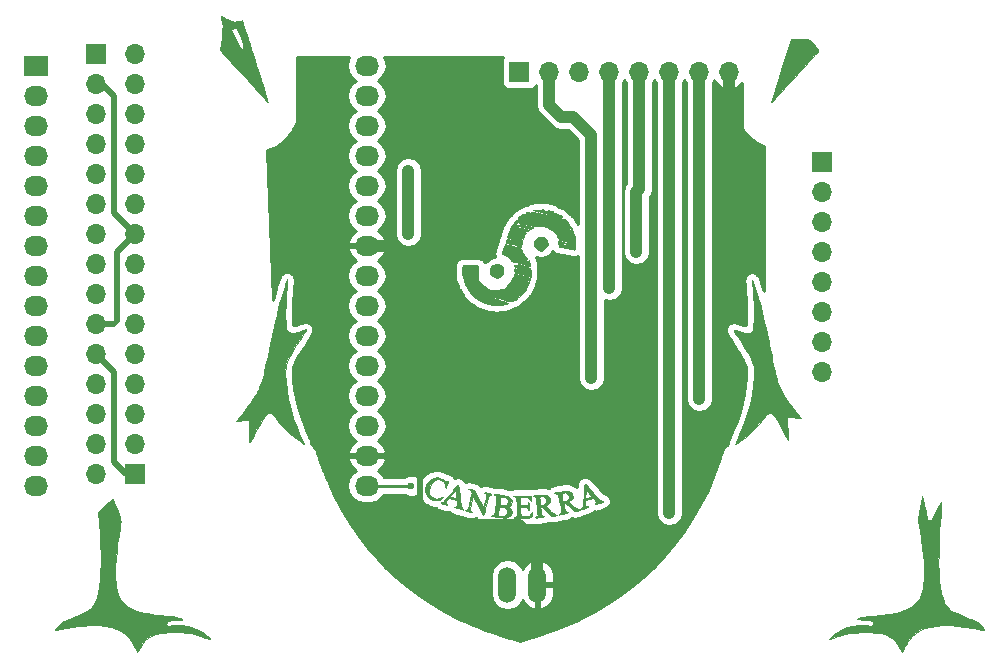
<source format=gbl>
G04 #@! TF.FileFunction,Copper,L2,Bot,Signal*
%FSLAX46Y46*%
G04 Gerber Fmt 4.6, Leading zero omitted, Abs format (unit mm)*
G04 Created by KiCad (PCBNEW 4.0.4+e1-6308~48~ubuntu16.04.1-stable) date Mon Jan  2 11:44:22 2017*
%MOMM*%
%LPD*%
G01*
G04 APERTURE LIST*
%ADD10C,0.100000*%
%ADD11C,0.010000*%
%ADD12O,2.032000X1.727200*%
%ADD13R,2.032000X1.727200*%
%ADD14O,1.506220X3.014980*%
%ADD15R,1.700000X1.700000*%
%ADD16O,1.700000X1.700000*%
%ADD17C,0.600000*%
%ADD18C,1.000000*%
%ADD19C,0.500000*%
%ADD20C,0.250000*%
%ADD21C,0.254000*%
G04 APERTURE END LIST*
D10*
D11*
G36*
X182710710Y-78926168D02*
X182738747Y-79040921D01*
X182779326Y-79215036D01*
X182829744Y-79436824D01*
X182887301Y-79694593D01*
X182924543Y-79863505D01*
X182986827Y-80140660D01*
X183046034Y-80391768D01*
X183099011Y-80604416D01*
X183142606Y-80766191D01*
X183173669Y-80864680D01*
X183184633Y-80887834D01*
X183259497Y-80925913D01*
X183363227Y-80932911D01*
X183409147Y-80924922D01*
X183450757Y-80904184D01*
X183494529Y-80860834D01*
X183546937Y-80785010D01*
X183614453Y-80666847D01*
X183703550Y-80496485D01*
X183820700Y-80264059D01*
X183879442Y-80146331D01*
X184265051Y-79372496D01*
X184292894Y-79644265D01*
X184298225Y-79781577D01*
X184294640Y-79989960D01*
X184282724Y-80256353D01*
X184263057Y-80567693D01*
X184236730Y-80904933D01*
X184159826Y-81920945D01*
X184107320Y-82869600D01*
X184079141Y-83749368D01*
X184075213Y-84558723D01*
X184095464Y-85296135D01*
X184139820Y-85960077D01*
X184208207Y-86549019D01*
X184300551Y-87061435D01*
X184416779Y-87495794D01*
X184556818Y-87850569D01*
X184572975Y-87883291D01*
X184703144Y-88102498D01*
X184864277Y-88297802D01*
X185065572Y-88475526D01*
X185316226Y-88641996D01*
X185625437Y-88803535D01*
X186002403Y-88966470D01*
X186330166Y-89091577D01*
X186728318Y-89243988D01*
X187053060Y-89384562D01*
X187313798Y-89519050D01*
X187519942Y-89653206D01*
X187680900Y-89792781D01*
X187806080Y-89943528D01*
X187859072Y-90026385D01*
X187918869Y-90135512D01*
X187952183Y-90210550D01*
X187954559Y-90230021D01*
X187909776Y-90225907D01*
X187799817Y-90204338D01*
X187641520Y-90168881D01*
X187463211Y-90125955D01*
X186903217Y-90006244D01*
X186291865Y-89909682D01*
X185660299Y-89840398D01*
X185039665Y-89802519D01*
X185017833Y-89801790D01*
X184393107Y-89799512D01*
X183837350Y-89837339D01*
X183343526Y-89918068D01*
X182904603Y-90044496D01*
X182513545Y-90219418D01*
X182163318Y-90445632D01*
X181846887Y-90725934D01*
X181557217Y-91063120D01*
X181440869Y-91223785D01*
X181375090Y-91326109D01*
X181284379Y-91476409D01*
X181184468Y-91648400D01*
X181144867Y-91718422D01*
X180948096Y-92069439D01*
X180818437Y-91807636D01*
X180609249Y-91444354D01*
X180368064Y-91128207D01*
X180105255Y-90870447D01*
X179831193Y-90682327D01*
X179739472Y-90637191D01*
X179495320Y-90555608D01*
X179172309Y-90491071D01*
X178774611Y-90444071D01*
X178306398Y-90415097D01*
X177771845Y-90404638D01*
X177757666Y-90404618D01*
X177389679Y-90407805D01*
X177065702Y-90420227D01*
X176770125Y-90444998D01*
X176487340Y-90485236D01*
X176201740Y-90544056D01*
X175897714Y-90624576D01*
X175559654Y-90729911D01*
X175171952Y-90863177D01*
X174815500Y-90992016D01*
X174804638Y-90980415D01*
X174847747Y-90922968D01*
X174935969Y-90830583D01*
X174984833Y-90783524D01*
X175382039Y-90462818D01*
X175834034Y-90192612D01*
X176321161Y-89983073D01*
X176785463Y-89852192D01*
X176969481Y-89823857D01*
X177198144Y-89803906D01*
X177448570Y-89792692D01*
X177697877Y-89790565D01*
X177923184Y-89797878D01*
X178101609Y-89814983D01*
X178179001Y-89830760D01*
X178332336Y-89843927D01*
X178448248Y-89793555D01*
X178511958Y-89688618D01*
X178519666Y-89623874D01*
X178508689Y-89536901D01*
X178469102Y-89470046D01*
X178390923Y-89419973D01*
X178264170Y-89383348D01*
X178078862Y-89356838D01*
X177825016Y-89337106D01*
X177630666Y-89326900D01*
X177412733Y-89315558D01*
X177269277Y-89304505D01*
X177190136Y-89291946D01*
X177165146Y-89276085D01*
X177184145Y-89255126D01*
X177193286Y-89249614D01*
X177318145Y-89194473D01*
X177494919Y-89144168D01*
X177730736Y-89097413D01*
X178032729Y-89052920D01*
X178408027Y-89009404D01*
X178667833Y-88983561D01*
X179075471Y-88944009D01*
X179411656Y-88908939D01*
X179689365Y-88876546D01*
X179921579Y-88845027D01*
X180121276Y-88812577D01*
X180301435Y-88777391D01*
X180475036Y-88737665D01*
X180524356Y-88725453D01*
X180990041Y-88588705D01*
X181386836Y-88427253D01*
X181728681Y-88233916D01*
X182029521Y-88001511D01*
X182148930Y-87888593D01*
X182330108Y-87690851D01*
X182476538Y-87489261D01*
X182591868Y-87271891D01*
X182679746Y-87026809D01*
X182743821Y-86742083D01*
X182787740Y-86405778D01*
X182815151Y-86005964D01*
X182826727Y-85671553D01*
X182830319Y-85072636D01*
X182810953Y-84465977D01*
X182767381Y-83837761D01*
X182698354Y-83174168D01*
X182602625Y-82461380D01*
X182478943Y-81685581D01*
X182452890Y-81534000D01*
X182324245Y-80793166D01*
X182503814Y-79830553D01*
X182555284Y-79558442D01*
X182602239Y-79317395D01*
X182642352Y-79118777D01*
X182673297Y-78973952D01*
X182692747Y-78894285D01*
X182697913Y-78882468D01*
X182710710Y-78926168D01*
X182710710Y-78926168D01*
G37*
X182710710Y-78926168D02*
X182738747Y-79040921D01*
X182779326Y-79215036D01*
X182829744Y-79436824D01*
X182887301Y-79694593D01*
X182924543Y-79863505D01*
X182986827Y-80140660D01*
X183046034Y-80391768D01*
X183099011Y-80604416D01*
X183142606Y-80766191D01*
X183173669Y-80864680D01*
X183184633Y-80887834D01*
X183259497Y-80925913D01*
X183363227Y-80932911D01*
X183409147Y-80924922D01*
X183450757Y-80904184D01*
X183494529Y-80860834D01*
X183546937Y-80785010D01*
X183614453Y-80666847D01*
X183703550Y-80496485D01*
X183820700Y-80264059D01*
X183879442Y-80146331D01*
X184265051Y-79372496D01*
X184292894Y-79644265D01*
X184298225Y-79781577D01*
X184294640Y-79989960D01*
X184282724Y-80256353D01*
X184263057Y-80567693D01*
X184236730Y-80904933D01*
X184159826Y-81920945D01*
X184107320Y-82869600D01*
X184079141Y-83749368D01*
X184075213Y-84558723D01*
X184095464Y-85296135D01*
X184139820Y-85960077D01*
X184208207Y-86549019D01*
X184300551Y-87061435D01*
X184416779Y-87495794D01*
X184556818Y-87850569D01*
X184572975Y-87883291D01*
X184703144Y-88102498D01*
X184864277Y-88297802D01*
X185065572Y-88475526D01*
X185316226Y-88641996D01*
X185625437Y-88803535D01*
X186002403Y-88966470D01*
X186330166Y-89091577D01*
X186728318Y-89243988D01*
X187053060Y-89384562D01*
X187313798Y-89519050D01*
X187519942Y-89653206D01*
X187680900Y-89792781D01*
X187806080Y-89943528D01*
X187859072Y-90026385D01*
X187918869Y-90135512D01*
X187952183Y-90210550D01*
X187954559Y-90230021D01*
X187909776Y-90225907D01*
X187799817Y-90204338D01*
X187641520Y-90168881D01*
X187463211Y-90125955D01*
X186903217Y-90006244D01*
X186291865Y-89909682D01*
X185660299Y-89840398D01*
X185039665Y-89802519D01*
X185017833Y-89801790D01*
X184393107Y-89799512D01*
X183837350Y-89837339D01*
X183343526Y-89918068D01*
X182904603Y-90044496D01*
X182513545Y-90219418D01*
X182163318Y-90445632D01*
X181846887Y-90725934D01*
X181557217Y-91063120D01*
X181440869Y-91223785D01*
X181375090Y-91326109D01*
X181284379Y-91476409D01*
X181184468Y-91648400D01*
X181144867Y-91718422D01*
X180948096Y-92069439D01*
X180818437Y-91807636D01*
X180609249Y-91444354D01*
X180368064Y-91128207D01*
X180105255Y-90870447D01*
X179831193Y-90682327D01*
X179739472Y-90637191D01*
X179495320Y-90555608D01*
X179172309Y-90491071D01*
X178774611Y-90444071D01*
X178306398Y-90415097D01*
X177771845Y-90404638D01*
X177757666Y-90404618D01*
X177389679Y-90407805D01*
X177065702Y-90420227D01*
X176770125Y-90444998D01*
X176487340Y-90485236D01*
X176201740Y-90544056D01*
X175897714Y-90624576D01*
X175559654Y-90729911D01*
X175171952Y-90863177D01*
X174815500Y-90992016D01*
X174804638Y-90980415D01*
X174847747Y-90922968D01*
X174935969Y-90830583D01*
X174984833Y-90783524D01*
X175382039Y-90462818D01*
X175834034Y-90192612D01*
X176321161Y-89983073D01*
X176785463Y-89852192D01*
X176969481Y-89823857D01*
X177198144Y-89803906D01*
X177448570Y-89792692D01*
X177697877Y-89790565D01*
X177923184Y-89797878D01*
X178101609Y-89814983D01*
X178179001Y-89830760D01*
X178332336Y-89843927D01*
X178448248Y-89793555D01*
X178511958Y-89688618D01*
X178519666Y-89623874D01*
X178508689Y-89536901D01*
X178469102Y-89470046D01*
X178390923Y-89419973D01*
X178264170Y-89383348D01*
X178078862Y-89356838D01*
X177825016Y-89337106D01*
X177630666Y-89326900D01*
X177412733Y-89315558D01*
X177269277Y-89304505D01*
X177190136Y-89291946D01*
X177165146Y-89276085D01*
X177184145Y-89255126D01*
X177193286Y-89249614D01*
X177318145Y-89194473D01*
X177494919Y-89144168D01*
X177730736Y-89097413D01*
X178032729Y-89052920D01*
X178408027Y-89009404D01*
X178667833Y-88983561D01*
X179075471Y-88944009D01*
X179411656Y-88908939D01*
X179689365Y-88876546D01*
X179921579Y-88845027D01*
X180121276Y-88812577D01*
X180301435Y-88777391D01*
X180475036Y-88737665D01*
X180524356Y-88725453D01*
X180990041Y-88588705D01*
X181386836Y-88427253D01*
X181728681Y-88233916D01*
X182029521Y-88001511D01*
X182148930Y-87888593D01*
X182330108Y-87690851D01*
X182476538Y-87489261D01*
X182591868Y-87271891D01*
X182679746Y-87026809D01*
X182743821Y-86742083D01*
X182787740Y-86405778D01*
X182815151Y-86005964D01*
X182826727Y-85671553D01*
X182830319Y-85072636D01*
X182810953Y-84465977D01*
X182767381Y-83837761D01*
X182698354Y-83174168D01*
X182602625Y-82461380D01*
X182478943Y-81685581D01*
X182452890Y-81534000D01*
X182324245Y-80793166D01*
X182503814Y-79830553D01*
X182555284Y-79558442D01*
X182602239Y-79317395D01*
X182642352Y-79118777D01*
X182673297Y-78973952D01*
X182692747Y-78894285D01*
X182697913Y-78882468D01*
X182710710Y-78926168D01*
G36*
X114303999Y-79426834D02*
X114499607Y-79874302D01*
X114676187Y-80395719D01*
X114762207Y-80703811D01*
X114799837Y-80852357D01*
X114821711Y-80965155D01*
X114827984Y-81067395D01*
X114818812Y-81184267D01*
X114794347Y-81340961D01*
X114767058Y-81494212D01*
X114654192Y-82171832D01*
X114559740Y-82844574D01*
X114484164Y-83503475D01*
X114427930Y-84139570D01*
X114391501Y-84743895D01*
X114375342Y-85307486D01*
X114379918Y-85821379D01*
X114405692Y-86276611D01*
X114453128Y-86664216D01*
X114489667Y-86849857D01*
X114625871Y-87257061D01*
X114835265Y-87622669D01*
X115116439Y-87945130D01*
X115467985Y-88222894D01*
X115888494Y-88454410D01*
X115986292Y-88497371D01*
X116180756Y-88574862D01*
X116377148Y-88642520D01*
X116585489Y-88702178D01*
X116815800Y-88755665D01*
X117078102Y-88804813D01*
X117382419Y-88851453D01*
X117738770Y-88897417D01*
X118157178Y-88944535D01*
X118647665Y-88994638D01*
X118777136Y-89007303D01*
X119176266Y-89051180D01*
X119496329Y-89097973D01*
X119742905Y-89148813D01*
X119921576Y-89204826D01*
X120028652Y-89260397D01*
X120061042Y-89287881D01*
X120057193Y-89306233D01*
X120005745Y-89317486D01*
X119895338Y-89323670D01*
X119714612Y-89326819D01*
X119654002Y-89327397D01*
X119321652Y-89338264D01*
X119066766Y-89365201D01*
X118883441Y-89409497D01*
X118765775Y-89472446D01*
X118717221Y-89532356D01*
X118690616Y-89658198D01*
X118733257Y-89761192D01*
X118830241Y-89827862D01*
X118966666Y-89844730D01*
X119046230Y-89829928D01*
X119187123Y-89806040D01*
X119389061Y-89793029D01*
X119629178Y-89790473D01*
X119884611Y-89797947D01*
X120132495Y-89815029D01*
X120349964Y-89841296D01*
X120429534Y-89855534D01*
X120819967Y-89961034D01*
X121218079Y-90114710D01*
X121586697Y-90301231D01*
X121738291Y-90395284D01*
X121873286Y-90490856D01*
X122014953Y-90600171D01*
X122151894Y-90713045D01*
X122272714Y-90819289D01*
X122366017Y-90908717D01*
X122420406Y-90971143D01*
X122424486Y-90996380D01*
X122406833Y-90992876D01*
X121980437Y-90842814D01*
X121619218Y-90720401D01*
X121309340Y-90622870D01*
X121036966Y-90547451D01*
X120788260Y-90491376D01*
X120549385Y-90451876D01*
X120306505Y-90426183D01*
X120045783Y-90411528D01*
X119753383Y-90405142D01*
X119464666Y-90404155D01*
X118947559Y-90412546D01*
X118506089Y-90436709D01*
X118132520Y-90477679D01*
X117819116Y-90536492D01*
X117558140Y-90614182D01*
X117403320Y-90679955D01*
X117148595Y-90842957D01*
X116896265Y-91077570D01*
X116658077Y-91371256D01*
X116458306Y-91688649D01*
X116373400Y-91838131D01*
X116303190Y-91954692D01*
X116257801Y-92021862D01*
X116247333Y-92031805D01*
X116219863Y-91997038D01*
X116164584Y-91903747D01*
X116091480Y-91769174D01*
X116058542Y-91705813D01*
X115801483Y-91261323D01*
X115517061Y-90881417D01*
X115199642Y-90563342D01*
X114843592Y-90304347D01*
X114443275Y-90101680D01*
X113993056Y-89952591D01*
X113487301Y-89854326D01*
X112920376Y-89804135D01*
X112286644Y-89799266D01*
X112162166Y-89803094D01*
X111689276Y-89830835D01*
X111191541Y-89879159D01*
X110689855Y-89944895D01*
X110205109Y-90024872D01*
X109758196Y-90115920D01*
X109370009Y-90214868D01*
X109288835Y-90239150D01*
X109245341Y-90246969D01*
X109240169Y-90221596D01*
X109275422Y-90147311D01*
X109309305Y-90086129D01*
X109425087Y-89913437D01*
X109573377Y-89756584D01*
X109763371Y-89609787D01*
X110004266Y-89467262D01*
X110305258Y-89323228D01*
X110675542Y-89171901D01*
X110892166Y-89090735D01*
X111323718Y-88923012D01*
X111680918Y-88760689D01*
X111973208Y-88597020D01*
X112210027Y-88425259D01*
X112400816Y-88238660D01*
X112555014Y-88030475D01*
X112669634Y-87820500D01*
X112807939Y-87468934D01*
X112922357Y-87045440D01*
X113012944Y-86548944D01*
X113079752Y-85978374D01*
X113122835Y-85332657D01*
X113142246Y-84610720D01*
X113138038Y-83811491D01*
X113110266Y-82933896D01*
X113058982Y-81976864D01*
X113001404Y-81157757D01*
X112928484Y-80210015D01*
X113243825Y-79907851D01*
X113420530Y-79742916D01*
X113617310Y-79566047D01*
X113800069Y-79407707D01*
X113854465Y-79362260D01*
X114149764Y-79118835D01*
X114303999Y-79426834D01*
X114303999Y-79426834D01*
G37*
X114303999Y-79426834D02*
X114499607Y-79874302D01*
X114676187Y-80395719D01*
X114762207Y-80703811D01*
X114799837Y-80852357D01*
X114821711Y-80965155D01*
X114827984Y-81067395D01*
X114818812Y-81184267D01*
X114794347Y-81340961D01*
X114767058Y-81494212D01*
X114654192Y-82171832D01*
X114559740Y-82844574D01*
X114484164Y-83503475D01*
X114427930Y-84139570D01*
X114391501Y-84743895D01*
X114375342Y-85307486D01*
X114379918Y-85821379D01*
X114405692Y-86276611D01*
X114453128Y-86664216D01*
X114489667Y-86849857D01*
X114625871Y-87257061D01*
X114835265Y-87622669D01*
X115116439Y-87945130D01*
X115467985Y-88222894D01*
X115888494Y-88454410D01*
X115986292Y-88497371D01*
X116180756Y-88574862D01*
X116377148Y-88642520D01*
X116585489Y-88702178D01*
X116815800Y-88755665D01*
X117078102Y-88804813D01*
X117382419Y-88851453D01*
X117738770Y-88897417D01*
X118157178Y-88944535D01*
X118647665Y-88994638D01*
X118777136Y-89007303D01*
X119176266Y-89051180D01*
X119496329Y-89097973D01*
X119742905Y-89148813D01*
X119921576Y-89204826D01*
X120028652Y-89260397D01*
X120061042Y-89287881D01*
X120057193Y-89306233D01*
X120005745Y-89317486D01*
X119895338Y-89323670D01*
X119714612Y-89326819D01*
X119654002Y-89327397D01*
X119321652Y-89338264D01*
X119066766Y-89365201D01*
X118883441Y-89409497D01*
X118765775Y-89472446D01*
X118717221Y-89532356D01*
X118690616Y-89658198D01*
X118733257Y-89761192D01*
X118830241Y-89827862D01*
X118966666Y-89844730D01*
X119046230Y-89829928D01*
X119187123Y-89806040D01*
X119389061Y-89793029D01*
X119629178Y-89790473D01*
X119884611Y-89797947D01*
X120132495Y-89815029D01*
X120349964Y-89841296D01*
X120429534Y-89855534D01*
X120819967Y-89961034D01*
X121218079Y-90114710D01*
X121586697Y-90301231D01*
X121738291Y-90395284D01*
X121873286Y-90490856D01*
X122014953Y-90600171D01*
X122151894Y-90713045D01*
X122272714Y-90819289D01*
X122366017Y-90908717D01*
X122420406Y-90971143D01*
X122424486Y-90996380D01*
X122406833Y-90992876D01*
X121980437Y-90842814D01*
X121619218Y-90720401D01*
X121309340Y-90622870D01*
X121036966Y-90547451D01*
X120788260Y-90491376D01*
X120549385Y-90451876D01*
X120306505Y-90426183D01*
X120045783Y-90411528D01*
X119753383Y-90405142D01*
X119464666Y-90404155D01*
X118947559Y-90412546D01*
X118506089Y-90436709D01*
X118132520Y-90477679D01*
X117819116Y-90536492D01*
X117558140Y-90614182D01*
X117403320Y-90679955D01*
X117148595Y-90842957D01*
X116896265Y-91077570D01*
X116658077Y-91371256D01*
X116458306Y-91688649D01*
X116373400Y-91838131D01*
X116303190Y-91954692D01*
X116257801Y-92021862D01*
X116247333Y-92031805D01*
X116219863Y-91997038D01*
X116164584Y-91903747D01*
X116091480Y-91769174D01*
X116058542Y-91705813D01*
X115801483Y-91261323D01*
X115517061Y-90881417D01*
X115199642Y-90563342D01*
X114843592Y-90304347D01*
X114443275Y-90101680D01*
X113993056Y-89952591D01*
X113487301Y-89854326D01*
X112920376Y-89804135D01*
X112286644Y-89799266D01*
X112162166Y-89803094D01*
X111689276Y-89830835D01*
X111191541Y-89879159D01*
X110689855Y-89944895D01*
X110205109Y-90024872D01*
X109758196Y-90115920D01*
X109370009Y-90214868D01*
X109288835Y-90239150D01*
X109245341Y-90246969D01*
X109240169Y-90221596D01*
X109275422Y-90147311D01*
X109309305Y-90086129D01*
X109425087Y-89913437D01*
X109573377Y-89756584D01*
X109763371Y-89609787D01*
X110004266Y-89467262D01*
X110305258Y-89323228D01*
X110675542Y-89171901D01*
X110892166Y-89090735D01*
X111323718Y-88923012D01*
X111680918Y-88760689D01*
X111973208Y-88597020D01*
X112210027Y-88425259D01*
X112400816Y-88238660D01*
X112555014Y-88030475D01*
X112669634Y-87820500D01*
X112807939Y-87468934D01*
X112922357Y-87045440D01*
X113012944Y-86548944D01*
X113079752Y-85978374D01*
X113122835Y-85332657D01*
X113142246Y-84610720D01*
X113138038Y-83811491D01*
X113110266Y-82933896D01*
X113058982Y-81976864D01*
X113001404Y-81157757D01*
X112928484Y-80210015D01*
X113243825Y-79907851D01*
X113420530Y-79742916D01*
X113617310Y-79566047D01*
X113800069Y-79407707D01*
X113854465Y-79362260D01*
X114149764Y-79118835D01*
X114303999Y-79426834D01*
G36*
X149563666Y-79036333D02*
X149560609Y-79157119D01*
X149552791Y-79233753D01*
X149546681Y-79248000D01*
X149516729Y-79215238D01*
X149462502Y-79133366D01*
X149442275Y-79099833D01*
X149354855Y-78951666D01*
X148632333Y-78951666D01*
X148632333Y-79179208D01*
X148637048Y-79335792D01*
X148649036Y-79477679D01*
X148657162Y-79530894D01*
X148674174Y-79598634D01*
X148704931Y-79634139D01*
X148770927Y-79645389D01*
X148893654Y-79640366D01*
X148942912Y-79637007D01*
X149127853Y-79615936D01*
X149241742Y-79579439D01*
X149297730Y-79520974D01*
X149309666Y-79454483D01*
X149326024Y-79388522D01*
X149346530Y-79375000D01*
X149371947Y-79413176D01*
X149393959Y-79511102D01*
X149410587Y-79643873D01*
X149419856Y-79786583D01*
X149419790Y-79914327D01*
X149408410Y-80002201D01*
X149397981Y-80023284D01*
X149356766Y-80029422D01*
X149315210Y-79958076D01*
X149306081Y-79933244D01*
X149278107Y-79862542D01*
X149241684Y-79822218D01*
X149175261Y-79803741D01*
X149057288Y-79798583D01*
X148965210Y-79798333D01*
X148671370Y-79798333D01*
X148683601Y-80168750D01*
X148695833Y-80539166D01*
X149007212Y-80551694D01*
X149224047Y-80549313D01*
X149378215Y-80516295D01*
X149488662Y-80444549D01*
X149574332Y-80325981D01*
X149585755Y-80304550D01*
X149644218Y-80214399D01*
X149682119Y-80198384D01*
X149695214Y-80247564D01*
X149679259Y-80352995D01*
X149652249Y-80444664D01*
X149577164Y-80666166D01*
X149263498Y-80692383D01*
X149036272Y-80708026D01*
X148805052Y-80718171D01*
X148585203Y-80722828D01*
X148392090Y-80722011D01*
X148241079Y-80715732D01*
X148147536Y-80704003D01*
X148124333Y-80691474D01*
X148159930Y-80652616D01*
X148246120Y-80610859D01*
X148251333Y-80609010D01*
X148378333Y-80564737D01*
X148373075Y-80043952D01*
X148368641Y-79806719D01*
X148360702Y-79566929D01*
X148350463Y-79355632D01*
X148341325Y-79226833D01*
X148325535Y-79071735D01*
X148306957Y-78981846D01*
X148276713Y-78937928D01*
X148225926Y-78920741D01*
X148198416Y-78917104D01*
X148113851Y-78894945D01*
X148082000Y-78864188D01*
X148122481Y-78850469D01*
X148236555Y-78839090D01*
X148413164Y-78830640D01*
X148641253Y-78825708D01*
X148822833Y-78824666D01*
X149563666Y-78824666D01*
X149563666Y-79036333D01*
X149563666Y-79036333D01*
G37*
X149563666Y-79036333D02*
X149560609Y-79157119D01*
X149552791Y-79233753D01*
X149546681Y-79248000D01*
X149516729Y-79215238D01*
X149462502Y-79133366D01*
X149442275Y-79099833D01*
X149354855Y-78951666D01*
X148632333Y-78951666D01*
X148632333Y-79179208D01*
X148637048Y-79335792D01*
X148649036Y-79477679D01*
X148657162Y-79530894D01*
X148674174Y-79598634D01*
X148704931Y-79634139D01*
X148770927Y-79645389D01*
X148893654Y-79640366D01*
X148942912Y-79637007D01*
X149127853Y-79615936D01*
X149241742Y-79579439D01*
X149297730Y-79520974D01*
X149309666Y-79454483D01*
X149326024Y-79388522D01*
X149346530Y-79375000D01*
X149371947Y-79413176D01*
X149393959Y-79511102D01*
X149410587Y-79643873D01*
X149419856Y-79786583D01*
X149419790Y-79914327D01*
X149408410Y-80002201D01*
X149397981Y-80023284D01*
X149356766Y-80029422D01*
X149315210Y-79958076D01*
X149306081Y-79933244D01*
X149278107Y-79862542D01*
X149241684Y-79822218D01*
X149175261Y-79803741D01*
X149057288Y-79798583D01*
X148965210Y-79798333D01*
X148671370Y-79798333D01*
X148683601Y-80168750D01*
X148695833Y-80539166D01*
X149007212Y-80551694D01*
X149224047Y-80549313D01*
X149378215Y-80516295D01*
X149488662Y-80444549D01*
X149574332Y-80325981D01*
X149585755Y-80304550D01*
X149644218Y-80214399D01*
X149682119Y-80198384D01*
X149695214Y-80247564D01*
X149679259Y-80352995D01*
X149652249Y-80444664D01*
X149577164Y-80666166D01*
X149263498Y-80692383D01*
X149036272Y-80708026D01*
X148805052Y-80718171D01*
X148585203Y-80722828D01*
X148392090Y-80722011D01*
X148241079Y-80715732D01*
X148147536Y-80704003D01*
X148124333Y-80691474D01*
X148159930Y-80652616D01*
X148246120Y-80610859D01*
X148251333Y-80609010D01*
X148378333Y-80564737D01*
X148373075Y-80043952D01*
X148368641Y-79806719D01*
X148360702Y-79566929D01*
X148350463Y-79355632D01*
X148341325Y-79226833D01*
X148325535Y-79071735D01*
X148306957Y-78981846D01*
X148276713Y-78937928D01*
X148225926Y-78920741D01*
X148198416Y-78917104D01*
X148113851Y-78894945D01*
X148082000Y-78864188D01*
X148122481Y-78850469D01*
X148236555Y-78839090D01*
X148413164Y-78830640D01*
X148641253Y-78825708D01*
X148822833Y-78824666D01*
X149563666Y-78824666D01*
X149563666Y-79036333D01*
G36*
X146638467Y-78706645D02*
X146817051Y-78730468D01*
X147025725Y-78764465D01*
X147238341Y-78803967D01*
X147428750Y-78844303D01*
X147570804Y-78880803D01*
X147605294Y-78892187D01*
X147790854Y-78994184D01*
X147909967Y-79134554D01*
X147954838Y-79303868D01*
X147955000Y-79315217D01*
X147921925Y-79518328D01*
X147823724Y-79669318D01*
X147754627Y-79721929D01*
X147645356Y-79788231D01*
X147740262Y-79839022D01*
X147820042Y-79911670D01*
X147890223Y-80022531D01*
X147897168Y-80038204D01*
X147931423Y-80221115D01*
X147884636Y-80398860D01*
X147760195Y-80559954D01*
X147737259Y-80580114D01*
X147661883Y-80635619D01*
X147583340Y-80667313D01*
X147475707Y-80681053D01*
X147313062Y-80682697D01*
X147285001Y-80682304D01*
X147086081Y-80674302D01*
X146882922Y-80658288D01*
X146727333Y-80638858D01*
X146567116Y-80612558D01*
X146417980Y-80588296D01*
X146356916Y-80578469D01*
X146257229Y-80548948D01*
X146221817Y-80512098D01*
X146255628Y-80483123D01*
X146323467Y-80475666D01*
X146375580Y-80466727D01*
X146417915Y-80432881D01*
X146438401Y-80393273D01*
X146787493Y-80393273D01*
X146793726Y-80468767D01*
X146798315Y-80477447D01*
X146894346Y-80524200D01*
X147039592Y-80547623D01*
X147201569Y-80546590D01*
X147347786Y-80519972D01*
X147401638Y-80498399D01*
X147505949Y-80424363D01*
X147558817Y-80323604D01*
X147573983Y-80169312D01*
X147574000Y-80162083D01*
X147534625Y-80016893D01*
X147426254Y-79894875D01*
X147263513Y-79805961D01*
X147061032Y-79760083D01*
X146975899Y-79756000D01*
X146920262Y-79760538D01*
X146883445Y-79785408D01*
X146857494Y-79847491D01*
X146834451Y-79963669D01*
X146813769Y-80100032D01*
X146794475Y-80263013D01*
X146787493Y-80393273D01*
X146438401Y-80393273D01*
X146453756Y-80363588D01*
X146486385Y-80248305D01*
X146519086Y-80076491D01*
X146555142Y-79837603D01*
X146580904Y-79649069D01*
X146585904Y-79607833D01*
X146917833Y-79607833D01*
X147108333Y-79629219D01*
X147300008Y-79640623D01*
X147433238Y-79619935D01*
X147529957Y-79561660D01*
X147574952Y-79512340D01*
X147646431Y-79364848D01*
X147637982Y-79217024D01*
X147553428Y-79080951D01*
X147404199Y-78972591D01*
X147284170Y-78930224D01*
X147152413Y-78911874D01*
X147037239Y-78918201D01*
X146966959Y-78949863D01*
X146959561Y-78962250D01*
X146948432Y-79029080D01*
X146937540Y-79153735D01*
X146929220Y-79309400D01*
X146929139Y-79311500D01*
X146917833Y-79607833D01*
X146585904Y-79607833D01*
X146617037Y-79351090D01*
X146634791Y-79126908D01*
X146633595Y-78967543D01*
X146612877Y-78864020D01*
X146572068Y-78807361D01*
X146526250Y-78789972D01*
X146448291Y-78761285D01*
X146436847Y-78722745D01*
X146494579Y-78698627D01*
X146516122Y-78697666D01*
X146638467Y-78706645D01*
X146638467Y-78706645D01*
G37*
X146638467Y-78706645D02*
X146817051Y-78730468D01*
X147025725Y-78764465D01*
X147238341Y-78803967D01*
X147428750Y-78844303D01*
X147570804Y-78880803D01*
X147605294Y-78892187D01*
X147790854Y-78994184D01*
X147909967Y-79134554D01*
X147954838Y-79303868D01*
X147955000Y-79315217D01*
X147921925Y-79518328D01*
X147823724Y-79669318D01*
X147754627Y-79721929D01*
X147645356Y-79788231D01*
X147740262Y-79839022D01*
X147820042Y-79911670D01*
X147890223Y-80022531D01*
X147897168Y-80038204D01*
X147931423Y-80221115D01*
X147884636Y-80398860D01*
X147760195Y-80559954D01*
X147737259Y-80580114D01*
X147661883Y-80635619D01*
X147583340Y-80667313D01*
X147475707Y-80681053D01*
X147313062Y-80682697D01*
X147285001Y-80682304D01*
X147086081Y-80674302D01*
X146882922Y-80658288D01*
X146727333Y-80638858D01*
X146567116Y-80612558D01*
X146417980Y-80588296D01*
X146356916Y-80578469D01*
X146257229Y-80548948D01*
X146221817Y-80512098D01*
X146255628Y-80483123D01*
X146323467Y-80475666D01*
X146375580Y-80466727D01*
X146417915Y-80432881D01*
X146438401Y-80393273D01*
X146787493Y-80393273D01*
X146793726Y-80468767D01*
X146798315Y-80477447D01*
X146894346Y-80524200D01*
X147039592Y-80547623D01*
X147201569Y-80546590D01*
X147347786Y-80519972D01*
X147401638Y-80498399D01*
X147505949Y-80424363D01*
X147558817Y-80323604D01*
X147573983Y-80169312D01*
X147574000Y-80162083D01*
X147534625Y-80016893D01*
X147426254Y-79894875D01*
X147263513Y-79805961D01*
X147061032Y-79760083D01*
X146975899Y-79756000D01*
X146920262Y-79760538D01*
X146883445Y-79785408D01*
X146857494Y-79847491D01*
X146834451Y-79963669D01*
X146813769Y-80100032D01*
X146794475Y-80263013D01*
X146787493Y-80393273D01*
X146438401Y-80393273D01*
X146453756Y-80363588D01*
X146486385Y-80248305D01*
X146519086Y-80076491D01*
X146555142Y-79837603D01*
X146580904Y-79649069D01*
X146585904Y-79607833D01*
X146917833Y-79607833D01*
X147108333Y-79629219D01*
X147300008Y-79640623D01*
X147433238Y-79619935D01*
X147529957Y-79561660D01*
X147574952Y-79512340D01*
X147646431Y-79364848D01*
X147637982Y-79217024D01*
X147553428Y-79080951D01*
X147404199Y-78972591D01*
X147284170Y-78930224D01*
X147152413Y-78911874D01*
X147037239Y-78918201D01*
X146966959Y-78949863D01*
X146959561Y-78962250D01*
X146948432Y-79029080D01*
X146937540Y-79153735D01*
X146929220Y-79309400D01*
X146929139Y-79311500D01*
X146917833Y-79607833D01*
X146585904Y-79607833D01*
X146617037Y-79351090D01*
X146634791Y-79126908D01*
X146633595Y-78967543D01*
X146612877Y-78864020D01*
X146572068Y-78807361D01*
X146526250Y-78789972D01*
X146448291Y-78761285D01*
X146436847Y-78722745D01*
X146494579Y-78698627D01*
X146516122Y-78697666D01*
X146638467Y-78706645D01*
G36*
X150839060Y-78757937D02*
X150920276Y-78783729D01*
X150949248Y-78797595D01*
X151108386Y-78919269D01*
X151197780Y-79072754D01*
X151217284Y-79241645D01*
X151166752Y-79409539D01*
X151046038Y-79560030D01*
X150956630Y-79625265D01*
X150835475Y-79698944D01*
X151086344Y-79994773D01*
X151260569Y-80184417D01*
X151419536Y-80317552D01*
X151587574Y-80412512D01*
X151701500Y-80458298D01*
X151740499Y-80480176D01*
X151711922Y-80499916D01*
X151616833Y-80522057D01*
X151470431Y-80548627D01*
X151359733Y-80555698D01*
X151267668Y-80534862D01*
X151177170Y-80477709D01*
X151071170Y-80375832D01*
X150932599Y-80220821D01*
X150878195Y-80158166D01*
X150699299Y-79960466D01*
X150562271Y-79828006D01*
X150469326Y-79762832D01*
X150442865Y-79756000D01*
X150393363Y-79763440D01*
X150371855Y-79799547D01*
X150372760Y-79884994D01*
X150382902Y-79978250D01*
X150398616Y-80130148D01*
X150408401Y-80265156D01*
X150409965Y-80313892D01*
X150435124Y-80426321D01*
X150496393Y-80509458D01*
X150573616Y-80539633D01*
X150597776Y-80534481D01*
X150664154Y-80537445D01*
X150680925Y-80552931D01*
X150678750Y-80584153D01*
X150623600Y-80610563D01*
X150506281Y-80634423D01*
X150317599Y-80657991D01*
X150209250Y-80668886D01*
X150030706Y-80680251D01*
X149927677Y-80673306D01*
X149902333Y-80655059D01*
X149938406Y-80614295D01*
X150014232Y-80583760D01*
X150126132Y-80555675D01*
X150098710Y-80187587D01*
X150081036Y-79973413D01*
X150057483Y-79718835D01*
X150032162Y-79467528D01*
X150022810Y-79380876D01*
X150000112Y-79184346D01*
X149980137Y-79055089D01*
X149969693Y-79019646D01*
X150293340Y-79019646D01*
X150299431Y-79149558D01*
X150306434Y-79240734D01*
X150320777Y-79402672D01*
X150334883Y-79533703D01*
X150346043Y-79609129D01*
X150347435Y-79614589D01*
X150394475Y-79642789D01*
X150488987Y-79635377D01*
X150605286Y-79599362D01*
X150717685Y-79541750D01*
X150774258Y-79498156D01*
X150853418Y-79371097D01*
X150876360Y-79212505D01*
X150840535Y-79056331D01*
X150811283Y-79005109D01*
X150713853Y-78927770D01*
X150571945Y-78881382D01*
X150423117Y-78875963D01*
X150370215Y-78887463D01*
X150325284Y-78907698D01*
X150300808Y-78945393D01*
X150293340Y-79019646D01*
X149969693Y-79019646D01*
X149956878Y-78976161D01*
X149924325Y-78930620D01*
X149876472Y-78901522D01*
X149848501Y-78889345D01*
X149765815Y-78852125D01*
X149756330Y-78831923D01*
X149815031Y-78813341D01*
X149823085Y-78811322D01*
X149906543Y-78798127D01*
X150051498Y-78782579D01*
X150234906Y-78766950D01*
X150369734Y-78757441D01*
X150583721Y-78746174D01*
X150733519Y-78745879D01*
X150839060Y-78757937D01*
X150839060Y-78757937D01*
G37*
X150839060Y-78757937D02*
X150920276Y-78783729D01*
X150949248Y-78797595D01*
X151108386Y-78919269D01*
X151197780Y-79072754D01*
X151217284Y-79241645D01*
X151166752Y-79409539D01*
X151046038Y-79560030D01*
X150956630Y-79625265D01*
X150835475Y-79698944D01*
X151086344Y-79994773D01*
X151260569Y-80184417D01*
X151419536Y-80317552D01*
X151587574Y-80412512D01*
X151701500Y-80458298D01*
X151740499Y-80480176D01*
X151711922Y-80499916D01*
X151616833Y-80522057D01*
X151470431Y-80548627D01*
X151359733Y-80555698D01*
X151267668Y-80534862D01*
X151177170Y-80477709D01*
X151071170Y-80375832D01*
X150932599Y-80220821D01*
X150878195Y-80158166D01*
X150699299Y-79960466D01*
X150562271Y-79828006D01*
X150469326Y-79762832D01*
X150442865Y-79756000D01*
X150393363Y-79763440D01*
X150371855Y-79799547D01*
X150372760Y-79884994D01*
X150382902Y-79978250D01*
X150398616Y-80130148D01*
X150408401Y-80265156D01*
X150409965Y-80313892D01*
X150435124Y-80426321D01*
X150496393Y-80509458D01*
X150573616Y-80539633D01*
X150597776Y-80534481D01*
X150664154Y-80537445D01*
X150680925Y-80552931D01*
X150678750Y-80584153D01*
X150623600Y-80610563D01*
X150506281Y-80634423D01*
X150317599Y-80657991D01*
X150209250Y-80668886D01*
X150030706Y-80680251D01*
X149927677Y-80673306D01*
X149902333Y-80655059D01*
X149938406Y-80614295D01*
X150014232Y-80583760D01*
X150126132Y-80555675D01*
X150098710Y-80187587D01*
X150081036Y-79973413D01*
X150057483Y-79718835D01*
X150032162Y-79467528D01*
X150022810Y-79380876D01*
X150000112Y-79184346D01*
X149980137Y-79055089D01*
X149969693Y-79019646D01*
X150293340Y-79019646D01*
X150299431Y-79149558D01*
X150306434Y-79240734D01*
X150320777Y-79402672D01*
X150334883Y-79533703D01*
X150346043Y-79609129D01*
X150347435Y-79614589D01*
X150394475Y-79642789D01*
X150488987Y-79635377D01*
X150605286Y-79599362D01*
X150717685Y-79541750D01*
X150774258Y-79498156D01*
X150853418Y-79371097D01*
X150876360Y-79212505D01*
X150840535Y-79056331D01*
X150811283Y-79005109D01*
X150713853Y-78927770D01*
X150571945Y-78881382D01*
X150423117Y-78875963D01*
X150370215Y-78887463D01*
X150325284Y-78907698D01*
X150300808Y-78945393D01*
X150293340Y-79019646D01*
X149969693Y-79019646D01*
X149956878Y-78976161D01*
X149924325Y-78930620D01*
X149876472Y-78901522D01*
X149848501Y-78889345D01*
X149765815Y-78852125D01*
X149756330Y-78831923D01*
X149815031Y-78813341D01*
X149823085Y-78811322D01*
X149906543Y-78798127D01*
X150051498Y-78782579D01*
X150234906Y-78766950D01*
X150369734Y-78757441D01*
X150583721Y-78746174D01*
X150733519Y-78745879D01*
X150839060Y-78757937D01*
G36*
X144437335Y-78263547D02*
X144531551Y-78283535D01*
X144758833Y-78339116D01*
X145103862Y-79015808D01*
X145218971Y-79241705D01*
X145323922Y-79447928D01*
X145411331Y-79619945D01*
X145473813Y-79743224D01*
X145501556Y-79798333D01*
X145524473Y-79835519D01*
X145545234Y-79838241D01*
X145567992Y-79796239D01*
X145596896Y-79699251D01*
X145636098Y-79537019D01*
X145672817Y-79375000D01*
X145727722Y-79127727D01*
X145764212Y-78949829D01*
X145782490Y-78828088D01*
X145782761Y-78749285D01*
X145765229Y-78700202D01*
X145730096Y-78667619D01*
X145684122Y-78641752D01*
X145609830Y-78592785D01*
X145612684Y-78566263D01*
X145688002Y-78562887D01*
X145831102Y-78583361D01*
X145933583Y-78604288D01*
X146089250Y-78645071D01*
X146187115Y-78683900D01*
X146220517Y-78715793D01*
X146182796Y-78735766D01*
X146114989Y-78740000D01*
X146038298Y-78754535D01*
X145981401Y-78807793D01*
X145935568Y-78914253D01*
X145892067Y-79088394D01*
X145885255Y-79121000D01*
X145830488Y-79377316D01*
X145771844Y-79634543D01*
X145712747Y-79879452D01*
X145656615Y-80098814D01*
X145606870Y-80279401D01*
X145566934Y-80407983D01*
X145540226Y-80471331D01*
X145534945Y-80475666D01*
X145506352Y-80439413D01*
X145446662Y-80337945D01*
X145361777Y-80182203D01*
X145257600Y-79983127D01*
X145140034Y-79751656D01*
X145088800Y-79648853D01*
X144956595Y-79387016D01*
X144842765Y-79171347D01*
X144751440Y-79009119D01*
X144686751Y-78907604D01*
X144652825Y-78874072D01*
X144650037Y-78876270D01*
X144630568Y-78936252D01*
X144597929Y-79061716D01*
X144556396Y-79235298D01*
X144510249Y-79439631D01*
X144502193Y-79476448D01*
X144383314Y-80022396D01*
X144507574Y-80121821D01*
X144575766Y-80186384D01*
X144573507Y-80216899D01*
X144497912Y-80214539D01*
X144356666Y-80183205D01*
X144218413Y-80148856D01*
X144092870Y-80119311D01*
X144092083Y-80119135D01*
X144000569Y-80082634D01*
X143980657Y-80041633D01*
X144033900Y-80013664D01*
X144082407Y-80010000D01*
X144135446Y-80004780D01*
X144178546Y-79981755D01*
X144216252Y-79929872D01*
X144253112Y-79838081D01*
X144293669Y-79695329D01*
X144342469Y-79490565D01*
X144396952Y-79245225D01*
X144444542Y-79031144D01*
X144487568Y-78843689D01*
X144521995Y-78700009D01*
X144543787Y-78617253D01*
X144547024Y-78607470D01*
X144535547Y-78537384D01*
X144477442Y-78445309D01*
X144394549Y-78359059D01*
X144311405Y-78307375D01*
X144272268Y-78273841D01*
X144277551Y-78256939D01*
X144330117Y-78250227D01*
X144437335Y-78263547D01*
X144437335Y-78263547D01*
G37*
X144437335Y-78263547D02*
X144531551Y-78283535D01*
X144758833Y-78339116D01*
X145103862Y-79015808D01*
X145218971Y-79241705D01*
X145323922Y-79447928D01*
X145411331Y-79619945D01*
X145473813Y-79743224D01*
X145501556Y-79798333D01*
X145524473Y-79835519D01*
X145545234Y-79838241D01*
X145567992Y-79796239D01*
X145596896Y-79699251D01*
X145636098Y-79537019D01*
X145672817Y-79375000D01*
X145727722Y-79127727D01*
X145764212Y-78949829D01*
X145782490Y-78828088D01*
X145782761Y-78749285D01*
X145765229Y-78700202D01*
X145730096Y-78667619D01*
X145684122Y-78641752D01*
X145609830Y-78592785D01*
X145612684Y-78566263D01*
X145688002Y-78562887D01*
X145831102Y-78583361D01*
X145933583Y-78604288D01*
X146089250Y-78645071D01*
X146187115Y-78683900D01*
X146220517Y-78715793D01*
X146182796Y-78735766D01*
X146114989Y-78740000D01*
X146038298Y-78754535D01*
X145981401Y-78807793D01*
X145935568Y-78914253D01*
X145892067Y-79088394D01*
X145885255Y-79121000D01*
X145830488Y-79377316D01*
X145771844Y-79634543D01*
X145712747Y-79879452D01*
X145656615Y-80098814D01*
X145606870Y-80279401D01*
X145566934Y-80407983D01*
X145540226Y-80471331D01*
X145534945Y-80475666D01*
X145506352Y-80439413D01*
X145446662Y-80337945D01*
X145361777Y-80182203D01*
X145257600Y-79983127D01*
X145140034Y-79751656D01*
X145088800Y-79648853D01*
X144956595Y-79387016D01*
X144842765Y-79171347D01*
X144751440Y-79009119D01*
X144686751Y-78907604D01*
X144652825Y-78874072D01*
X144650037Y-78876270D01*
X144630568Y-78936252D01*
X144597929Y-79061716D01*
X144556396Y-79235298D01*
X144510249Y-79439631D01*
X144502193Y-79476448D01*
X144383314Y-80022396D01*
X144507574Y-80121821D01*
X144575766Y-80186384D01*
X144573507Y-80216899D01*
X144497912Y-80214539D01*
X144356666Y-80183205D01*
X144218413Y-80148856D01*
X144092870Y-80119311D01*
X144092083Y-80119135D01*
X144000569Y-80082634D01*
X143980657Y-80041633D01*
X144033900Y-80013664D01*
X144082407Y-80010000D01*
X144135446Y-80004780D01*
X144178546Y-79981755D01*
X144216252Y-79929872D01*
X144253112Y-79838081D01*
X144293669Y-79695329D01*
X144342469Y-79490565D01*
X144396952Y-79245225D01*
X144444542Y-79031144D01*
X144487568Y-78843689D01*
X144521995Y-78700009D01*
X144543787Y-78617253D01*
X144547024Y-78607470D01*
X144535547Y-78537384D01*
X144477442Y-78445309D01*
X144394549Y-78359059D01*
X144311405Y-78307375D01*
X144272268Y-78273841D01*
X144277551Y-78256939D01*
X144330117Y-78250227D01*
X144437335Y-78263547D01*
G36*
X152672759Y-78410593D02*
X152805456Y-78440486D01*
X152893052Y-78482881D01*
X153019588Y-78603037D01*
X153087734Y-78758697D01*
X153097134Y-78927315D01*
X153047434Y-79086343D01*
X152938278Y-79213233D01*
X152904903Y-79235396D01*
X152821354Y-79291218D01*
X152781544Y-79330537D01*
X152781000Y-79333165D01*
X152811042Y-79372992D01*
X152890082Y-79451654D01*
X153001489Y-79554493D01*
X153128633Y-79666852D01*
X153254881Y-79774075D01*
X153363605Y-79861504D01*
X153438172Y-79914482D01*
X153444966Y-79918331D01*
X153561760Y-79957338D01*
X153649578Y-79967666D01*
X153736085Y-79979238D01*
X153751903Y-80008152D01*
X153706904Y-80045703D01*
X153610958Y-80083190D01*
X153488352Y-80109810D01*
X153249968Y-80146120D01*
X152863545Y-79792310D01*
X152674645Y-79625926D01*
X152533286Y-79518101D01*
X152431003Y-79463900D01*
X152359328Y-79458387D01*
X152325171Y-79478547D01*
X152327735Y-79522010D01*
X152344830Y-79627136D01*
X152372952Y-79772863D01*
X152379086Y-79802606D01*
X152436551Y-80017077D01*
X152503079Y-80149317D01*
X152580019Y-80201408D01*
X152632666Y-80194706D01*
X152698032Y-80199881D01*
X152713353Y-80214956D01*
X152686809Y-80242466D01*
X152591254Y-80280490D01*
X152440883Y-80323888D01*
X152354604Y-80344842D01*
X152164737Y-80388556D01*
X152042633Y-80415446D01*
X151973413Y-80427109D01*
X151942202Y-80425141D01*
X151934122Y-80411140D01*
X151934333Y-80389952D01*
X151969376Y-80344450D01*
X152040166Y-80306333D01*
X152089232Y-80283834D01*
X152121590Y-80251847D01*
X152136912Y-80198269D01*
X152134871Y-80110996D01*
X152115139Y-79977926D01*
X152077388Y-79786954D01*
X152021292Y-79525977D01*
X152018735Y-79514247D01*
X151957174Y-79231436D01*
X151910267Y-79020481D01*
X151873874Y-78870682D01*
X151843858Y-78771342D01*
X151816080Y-78711760D01*
X151786403Y-78681238D01*
X151759064Y-78671928D01*
X152157362Y-78671928D01*
X152165852Y-78772197D01*
X152208223Y-78999796D01*
X152240836Y-79156467D01*
X152269314Y-79254539D01*
X152299280Y-79306341D01*
X152336358Y-79324203D01*
X152386171Y-79320454D01*
X152413503Y-79315149D01*
X152534246Y-79267139D01*
X152652890Y-79185225D01*
X152663051Y-79175827D01*
X152752703Y-79041813D01*
X152776172Y-78893295D01*
X152740877Y-78750675D01*
X152654232Y-78634353D01*
X152523653Y-78564730D01*
X152436913Y-78553733D01*
X152277934Y-78563361D01*
X152189099Y-78599255D01*
X152157362Y-78671928D01*
X151759064Y-78671928D01*
X151750688Y-78669076D01*
X151704798Y-78664576D01*
X151689581Y-78663234D01*
X151596422Y-78643382D01*
X151553635Y-78612993D01*
X151553333Y-78610317D01*
X151566844Y-78571325D01*
X151569839Y-78570666D01*
X151615668Y-78562673D01*
X151725828Y-78541142D01*
X151881754Y-78509747D01*
X151997833Y-78486000D01*
X152283472Y-78433299D01*
X152503606Y-78408181D01*
X152672759Y-78410593D01*
X152672759Y-78410593D01*
G37*
X152672759Y-78410593D02*
X152805456Y-78440486D01*
X152893052Y-78482881D01*
X153019588Y-78603037D01*
X153087734Y-78758697D01*
X153097134Y-78927315D01*
X153047434Y-79086343D01*
X152938278Y-79213233D01*
X152904903Y-79235396D01*
X152821354Y-79291218D01*
X152781544Y-79330537D01*
X152781000Y-79333165D01*
X152811042Y-79372992D01*
X152890082Y-79451654D01*
X153001489Y-79554493D01*
X153128633Y-79666852D01*
X153254881Y-79774075D01*
X153363605Y-79861504D01*
X153438172Y-79914482D01*
X153444966Y-79918331D01*
X153561760Y-79957338D01*
X153649578Y-79967666D01*
X153736085Y-79979238D01*
X153751903Y-80008152D01*
X153706904Y-80045703D01*
X153610958Y-80083190D01*
X153488352Y-80109810D01*
X153249968Y-80146120D01*
X152863545Y-79792310D01*
X152674645Y-79625926D01*
X152533286Y-79518101D01*
X152431003Y-79463900D01*
X152359328Y-79458387D01*
X152325171Y-79478547D01*
X152327735Y-79522010D01*
X152344830Y-79627136D01*
X152372952Y-79772863D01*
X152379086Y-79802606D01*
X152436551Y-80017077D01*
X152503079Y-80149317D01*
X152580019Y-80201408D01*
X152632666Y-80194706D01*
X152698032Y-80199881D01*
X152713353Y-80214956D01*
X152686809Y-80242466D01*
X152591254Y-80280490D01*
X152440883Y-80323888D01*
X152354604Y-80344842D01*
X152164737Y-80388556D01*
X152042633Y-80415446D01*
X151973413Y-80427109D01*
X151942202Y-80425141D01*
X151934122Y-80411140D01*
X151934333Y-80389952D01*
X151969376Y-80344450D01*
X152040166Y-80306333D01*
X152089232Y-80283834D01*
X152121590Y-80251847D01*
X152136912Y-80198269D01*
X152134871Y-80110996D01*
X152115139Y-79977926D01*
X152077388Y-79786954D01*
X152021292Y-79525977D01*
X152018735Y-79514247D01*
X151957174Y-79231436D01*
X151910267Y-79020481D01*
X151873874Y-78870682D01*
X151843858Y-78771342D01*
X151816080Y-78711760D01*
X151786403Y-78681238D01*
X151759064Y-78671928D01*
X152157362Y-78671928D01*
X152165852Y-78772197D01*
X152208223Y-78999796D01*
X152240836Y-79156467D01*
X152269314Y-79254539D01*
X152299280Y-79306341D01*
X152336358Y-79324203D01*
X152386171Y-79320454D01*
X152413503Y-79315149D01*
X152534246Y-79267139D01*
X152652890Y-79185225D01*
X152663051Y-79175827D01*
X152752703Y-79041813D01*
X152776172Y-78893295D01*
X152740877Y-78750675D01*
X152654232Y-78634353D01*
X152523653Y-78564730D01*
X152436913Y-78553733D01*
X152277934Y-78563361D01*
X152189099Y-78599255D01*
X152157362Y-78671928D01*
X151759064Y-78671928D01*
X151750688Y-78669076D01*
X151704798Y-78664576D01*
X151689581Y-78663234D01*
X151596422Y-78643382D01*
X151553635Y-78612993D01*
X151553333Y-78610317D01*
X151566844Y-78571325D01*
X151569839Y-78570666D01*
X151615668Y-78562673D01*
X151725828Y-78541142D01*
X151881754Y-78509747D01*
X151997833Y-78486000D01*
X152283472Y-78433299D01*
X152503606Y-78408181D01*
X152672759Y-78410593D01*
G36*
X143401146Y-77899438D02*
X143415931Y-77924110D01*
X143430794Y-77976884D01*
X143447265Y-78067296D01*
X143466877Y-78204881D01*
X143491160Y-78399174D01*
X143521646Y-78659710D01*
X143554855Y-78951666D01*
X143595150Y-79281212D01*
X143633591Y-79533752D01*
X143672143Y-79716859D01*
X143712770Y-79838108D01*
X143757436Y-79905073D01*
X143807309Y-79925333D01*
X143847472Y-79957577D01*
X143848666Y-79967666D01*
X143839312Y-79994610D01*
X143801942Y-80002576D01*
X143722591Y-79989604D01*
X143587296Y-79953736D01*
X143439357Y-79910224D01*
X143251181Y-79849610D01*
X143135474Y-79802712D01*
X143095279Y-79771203D01*
X143133641Y-79756758D01*
X143159094Y-79756000D01*
X143261834Y-79728603D01*
X143315642Y-79642235D01*
X143323518Y-79490627D01*
X143316726Y-79426544D01*
X143288842Y-79216348D01*
X142618616Y-79032670D01*
X142503391Y-79167745D01*
X142399581Y-79294558D01*
X142348882Y-79377629D01*
X142346501Y-79434992D01*
X142387649Y-79484677D01*
X142413711Y-79505302D01*
X142484184Y-79568714D01*
X142482040Y-79599070D01*
X142405435Y-79596797D01*
X142252525Y-79562321D01*
X142213121Y-79551735D01*
X142045617Y-79497578D01*
X141962101Y-79449543D01*
X141962156Y-79407131D01*
X142045364Y-79369840D01*
X142058217Y-79366380D01*
X142119151Y-79333651D01*
X142207117Y-79257175D01*
X142327428Y-79131286D01*
X142485397Y-78950313D01*
X142535564Y-78889963D01*
X142749035Y-78889963D01*
X142755537Y-78928837D01*
X142894126Y-78970894D01*
X143041346Y-79007587D01*
X143159369Y-79029824D01*
X143186890Y-79032515D01*
X143226013Y-79027905D01*
X143246754Y-78998007D01*
X143251662Y-78925845D01*
X143243285Y-78794441D01*
X143235564Y-78708250D01*
X143215554Y-78516955D01*
X143197281Y-78401707D01*
X143178882Y-78353960D01*
X143160097Y-78362527D01*
X143129325Y-78400824D01*
X143057371Y-78487156D01*
X142957952Y-78605103D01*
X142924217Y-78644909D01*
X142804950Y-78795129D01*
X142749035Y-78889963D01*
X142535564Y-78889963D01*
X142686338Y-78708587D01*
X142763126Y-78614346D01*
X142935405Y-78404049D01*
X143090947Y-78217915D01*
X143221582Y-78065418D01*
X143319138Y-77956032D01*
X143375446Y-77899231D01*
X143384908Y-77893333D01*
X143401146Y-77899438D01*
X143401146Y-77899438D01*
G37*
X143401146Y-77899438D02*
X143415931Y-77924110D01*
X143430794Y-77976884D01*
X143447265Y-78067296D01*
X143466877Y-78204881D01*
X143491160Y-78399174D01*
X143521646Y-78659710D01*
X143554855Y-78951666D01*
X143595150Y-79281212D01*
X143633591Y-79533752D01*
X143672143Y-79716859D01*
X143712770Y-79838108D01*
X143757436Y-79905073D01*
X143807309Y-79925333D01*
X143847472Y-79957577D01*
X143848666Y-79967666D01*
X143839312Y-79994610D01*
X143801942Y-80002576D01*
X143722591Y-79989604D01*
X143587296Y-79953736D01*
X143439357Y-79910224D01*
X143251181Y-79849610D01*
X143135474Y-79802712D01*
X143095279Y-79771203D01*
X143133641Y-79756758D01*
X143159094Y-79756000D01*
X143261834Y-79728603D01*
X143315642Y-79642235D01*
X143323518Y-79490627D01*
X143316726Y-79426544D01*
X143288842Y-79216348D01*
X142618616Y-79032670D01*
X142503391Y-79167745D01*
X142399581Y-79294558D01*
X142348882Y-79377629D01*
X142346501Y-79434992D01*
X142387649Y-79484677D01*
X142413711Y-79505302D01*
X142484184Y-79568714D01*
X142482040Y-79599070D01*
X142405435Y-79596797D01*
X142252525Y-79562321D01*
X142213121Y-79551735D01*
X142045617Y-79497578D01*
X141962101Y-79449543D01*
X141962156Y-79407131D01*
X142045364Y-79369840D01*
X142058217Y-79366380D01*
X142119151Y-79333651D01*
X142207117Y-79257175D01*
X142327428Y-79131286D01*
X142485397Y-78950313D01*
X142535564Y-78889963D01*
X142749035Y-78889963D01*
X142755537Y-78928837D01*
X142894126Y-78970894D01*
X143041346Y-79007587D01*
X143159369Y-79029824D01*
X143186890Y-79032515D01*
X143226013Y-79027905D01*
X143246754Y-78998007D01*
X143251662Y-78925845D01*
X143243285Y-78794441D01*
X143235564Y-78708250D01*
X143215554Y-78516955D01*
X143197281Y-78401707D01*
X143178882Y-78353960D01*
X143160097Y-78362527D01*
X143129325Y-78400824D01*
X143057371Y-78487156D01*
X142957952Y-78605103D01*
X142924217Y-78644909D01*
X142804950Y-78795129D01*
X142749035Y-78889963D01*
X142535564Y-78889963D01*
X142686338Y-78708587D01*
X142763126Y-78614346D01*
X142935405Y-78404049D01*
X143090947Y-78217915D01*
X143221582Y-78065418D01*
X143319138Y-77956032D01*
X143375446Y-77899231D01*
X143384908Y-77893333D01*
X143401146Y-77899438D01*
G36*
X154190662Y-77885250D02*
X154279885Y-77970087D01*
X154403501Y-78097765D01*
X154551090Y-78257613D01*
X154664833Y-78384915D01*
X154913281Y-78663865D01*
X155114361Y-78882652D01*
X155274098Y-79046819D01*
X155398515Y-79161915D01*
X155493637Y-79233484D01*
X155565487Y-79267072D01*
X155620089Y-79268224D01*
X155623264Y-79267284D01*
X155688906Y-79259722D01*
X155693923Y-79293395D01*
X155648181Y-79330208D01*
X155544849Y-79380879D01*
X155407872Y-79436445D01*
X155261194Y-79487946D01*
X155128760Y-79526421D01*
X155034514Y-79542909D01*
X155027004Y-79542986D01*
X154986993Y-79534273D01*
X155015772Y-79500561D01*
X155035250Y-79485403D01*
X155094685Y-79417994D01*
X155094897Y-79339149D01*
X155032668Y-79233587D01*
X154965166Y-79152362D01*
X154824524Y-78993225D01*
X154490678Y-79110029D01*
X154156833Y-79226833D01*
X154144137Y-79470250D01*
X154140706Y-79613843D01*
X154157769Y-79690974D01*
X154207764Y-79719459D01*
X154303128Y-79717118D01*
X154315583Y-79715880D01*
X154378025Y-79730385D01*
X154389666Y-79753339D01*
X154381434Y-79796735D01*
X154378485Y-79798333D01*
X154336074Y-79811642D01*
X154237695Y-79846117D01*
X154135666Y-79883000D01*
X153966797Y-79941083D01*
X153867708Y-79963792D01*
X153830767Y-79950034D01*
X153848340Y-79898717D01*
X153883708Y-79846959D01*
X153915825Y-79794877D01*
X153941599Y-79727452D01*
X153963017Y-79632029D01*
X153982066Y-79495958D01*
X154000733Y-79306585D01*
X154021005Y-79051259D01*
X154029571Y-78933476D01*
X154182461Y-78933476D01*
X154192585Y-79016832D01*
X154206029Y-79036333D01*
X154258893Y-79024526D01*
X154365619Y-78994093D01*
X154460029Y-78965102D01*
X154583115Y-78922363D01*
X154664938Y-78886398D01*
X154685401Y-78869852D01*
X154659046Y-78828994D01*
X154589661Y-78742075D01*
X154490857Y-78625965D01*
X154463412Y-78594646D01*
X154242021Y-78343459D01*
X154212450Y-78509979D01*
X154192677Y-78656824D01*
X154182587Y-78805731D01*
X154182461Y-78933476D01*
X154029571Y-78933476D01*
X154031640Y-78905042D01*
X154050066Y-78642417D01*
X154066281Y-78402161D01*
X154079299Y-78199625D01*
X154088136Y-78050164D01*
X154091805Y-77969130D01*
X154091831Y-77967416D01*
X154109571Y-77882553D01*
X154146250Y-77853918D01*
X154190662Y-77885250D01*
X154190662Y-77885250D01*
G37*
X154190662Y-77885250D02*
X154279885Y-77970087D01*
X154403501Y-78097765D01*
X154551090Y-78257613D01*
X154664833Y-78384915D01*
X154913281Y-78663865D01*
X155114361Y-78882652D01*
X155274098Y-79046819D01*
X155398515Y-79161915D01*
X155493637Y-79233484D01*
X155565487Y-79267072D01*
X155620089Y-79268224D01*
X155623264Y-79267284D01*
X155688906Y-79259722D01*
X155693923Y-79293395D01*
X155648181Y-79330208D01*
X155544849Y-79380879D01*
X155407872Y-79436445D01*
X155261194Y-79487946D01*
X155128760Y-79526421D01*
X155034514Y-79542909D01*
X155027004Y-79542986D01*
X154986993Y-79534273D01*
X155015772Y-79500561D01*
X155035250Y-79485403D01*
X155094685Y-79417994D01*
X155094897Y-79339149D01*
X155032668Y-79233587D01*
X154965166Y-79152362D01*
X154824524Y-78993225D01*
X154490678Y-79110029D01*
X154156833Y-79226833D01*
X154144137Y-79470250D01*
X154140706Y-79613843D01*
X154157769Y-79690974D01*
X154207764Y-79719459D01*
X154303128Y-79717118D01*
X154315583Y-79715880D01*
X154378025Y-79730385D01*
X154389666Y-79753339D01*
X154381434Y-79796735D01*
X154378485Y-79798333D01*
X154336074Y-79811642D01*
X154237695Y-79846117D01*
X154135666Y-79883000D01*
X153966797Y-79941083D01*
X153867708Y-79963792D01*
X153830767Y-79950034D01*
X153848340Y-79898717D01*
X153883708Y-79846959D01*
X153915825Y-79794877D01*
X153941599Y-79727452D01*
X153963017Y-79632029D01*
X153982066Y-79495958D01*
X154000733Y-79306585D01*
X154021005Y-79051259D01*
X154029571Y-78933476D01*
X154182461Y-78933476D01*
X154192585Y-79016832D01*
X154206029Y-79036333D01*
X154258893Y-79024526D01*
X154365619Y-78994093D01*
X154460029Y-78965102D01*
X154583115Y-78922363D01*
X154664938Y-78886398D01*
X154685401Y-78869852D01*
X154659046Y-78828994D01*
X154589661Y-78742075D01*
X154490857Y-78625965D01*
X154463412Y-78594646D01*
X154242021Y-78343459D01*
X154212450Y-78509979D01*
X154192677Y-78656824D01*
X154182587Y-78805731D01*
X154182461Y-78933476D01*
X154029571Y-78933476D01*
X154031640Y-78905042D01*
X154050066Y-78642417D01*
X154066281Y-78402161D01*
X154079299Y-78199625D01*
X154088136Y-78050164D01*
X154091805Y-77969130D01*
X154091831Y-77967416D01*
X154109571Y-77882553D01*
X154146250Y-77853918D01*
X154190662Y-77885250D01*
G36*
X141817781Y-77310932D02*
X142054955Y-77402480D01*
X142249052Y-77544786D01*
X142332162Y-77612217D01*
X142388698Y-77622407D01*
X142429992Y-77597421D01*
X142495452Y-77560784D01*
X142523490Y-77592657D01*
X142514545Y-77695776D01*
X142472461Y-77861312D01*
X142417196Y-78037747D01*
X142375952Y-78134669D01*
X142344967Y-78155344D01*
X142320479Y-78103038D01*
X142302709Y-78008648D01*
X142266826Y-77858067D01*
X142213035Y-77720019D01*
X142197099Y-77690911D01*
X142083306Y-77573988D01*
X141918050Y-77486738D01*
X141732796Y-77441762D01*
X141585035Y-77445814D01*
X141413832Y-77517948D01*
X141257214Y-77656141D01*
X141123146Y-77842047D01*
X141019593Y-78057316D01*
X140954520Y-78283602D01*
X140935892Y-78502557D01*
X140971674Y-78695832D01*
X141009271Y-78772136D01*
X141166581Y-78952007D01*
X141360378Y-79062360D01*
X141576352Y-79098572D01*
X141800194Y-79056019D01*
X141838880Y-79040231D01*
X141993018Y-78977024D01*
X142077497Y-78955467D01*
X142096159Y-78975185D01*
X142068350Y-79017957D01*
X141938299Y-79119268D01*
X141756457Y-79191158D01*
X141552890Y-79225838D01*
X141357663Y-79215517D01*
X141329833Y-79209325D01*
X141063503Y-79104488D01*
X140857233Y-78941480D01*
X140715280Y-78725804D01*
X140641900Y-78462964D01*
X140632263Y-78307443D01*
X140669167Y-78028143D01*
X140769651Y-77785326D01*
X140922057Y-77584491D01*
X141114730Y-77431135D01*
X141336012Y-77330758D01*
X141574248Y-77288857D01*
X141817781Y-77310932D01*
X141817781Y-77310932D01*
G37*
X141817781Y-77310932D02*
X142054955Y-77402480D01*
X142249052Y-77544786D01*
X142332162Y-77612217D01*
X142388698Y-77622407D01*
X142429992Y-77597421D01*
X142495452Y-77560784D01*
X142523490Y-77592657D01*
X142514545Y-77695776D01*
X142472461Y-77861312D01*
X142417196Y-78037747D01*
X142375952Y-78134669D01*
X142344967Y-78155344D01*
X142320479Y-78103038D01*
X142302709Y-78008648D01*
X142266826Y-77858067D01*
X142213035Y-77720019D01*
X142197099Y-77690911D01*
X142083306Y-77573988D01*
X141918050Y-77486738D01*
X141732796Y-77441762D01*
X141585035Y-77445814D01*
X141413832Y-77517948D01*
X141257214Y-77656141D01*
X141123146Y-77842047D01*
X141019593Y-78057316D01*
X140954520Y-78283602D01*
X140935892Y-78502557D01*
X140971674Y-78695832D01*
X141009271Y-78772136D01*
X141166581Y-78952007D01*
X141360378Y-79062360D01*
X141576352Y-79098572D01*
X141800194Y-79056019D01*
X141838880Y-79040231D01*
X141993018Y-78977024D01*
X142077497Y-78955467D01*
X142096159Y-78975185D01*
X142068350Y-79017957D01*
X141938299Y-79119268D01*
X141756457Y-79191158D01*
X141552890Y-79225838D01*
X141357663Y-79215517D01*
X141329833Y-79209325D01*
X141063503Y-79104488D01*
X140857233Y-78941480D01*
X140715280Y-78725804D01*
X140641900Y-78462964D01*
X140632263Y-78307443D01*
X140669167Y-78028143D01*
X140769651Y-77785326D01*
X140922057Y-77584491D01*
X141114730Y-77431135D01*
X141336012Y-77330758D01*
X141574248Y-77288857D01*
X141817781Y-77310932D01*
G36*
X128933536Y-60552368D02*
X128926747Y-60666089D01*
X128913975Y-60835247D01*
X128896279Y-61045420D01*
X128882828Y-61195141D01*
X128844677Y-61677349D01*
X128815112Y-62190471D01*
X128794778Y-62712111D01*
X128784320Y-63219877D01*
X128784381Y-63691373D01*
X128795606Y-64104205D01*
X128797803Y-64150093D01*
X128810838Y-64394379D01*
X128823236Y-64569503D01*
X128837988Y-64690891D01*
X128858088Y-64773969D01*
X128886528Y-64834165D01*
X128926301Y-64886905D01*
X128944848Y-64908020D01*
X129086818Y-65013226D01*
X129276791Y-65061444D01*
X129519472Y-65052931D01*
X129819568Y-64987949D01*
X129909776Y-64961152D01*
X130090078Y-64902416D01*
X130252050Y-64845077D01*
X130369375Y-64798616D01*
X130397250Y-64785542D01*
X130477146Y-64754661D01*
X130513462Y-64761022D01*
X130513666Y-64763151D01*
X130490435Y-64814826D01*
X130421388Y-64935498D01*
X130307496Y-65123601D01*
X130149728Y-65377567D01*
X129949055Y-65695827D01*
X129706446Y-66076813D01*
X129545634Y-66327880D01*
X129317315Y-66693381D01*
X129137201Y-67007096D01*
X129000141Y-67282980D01*
X128900986Y-67534987D01*
X128834587Y-67777071D01*
X128795793Y-68023186D01*
X128779455Y-68287287D01*
X128778051Y-68407766D01*
X128807872Y-69121931D01*
X128894667Y-69879463D01*
X129034648Y-70664767D01*
X129224028Y-71462247D01*
X129459019Y-72256307D01*
X129735835Y-73031353D01*
X130050688Y-73771789D01*
X130112652Y-73903416D01*
X130204882Y-74100131D01*
X130279415Y-74266699D01*
X130330604Y-74389872D01*
X130352802Y-74456400D01*
X130351690Y-74464333D01*
X130306072Y-74442147D01*
X130207405Y-74382515D01*
X130072499Y-74295827D01*
X129984123Y-74237145D01*
X129500542Y-73875308D01*
X129008919Y-73434981D01*
X128514511Y-72921287D01*
X128022580Y-72339350D01*
X127976992Y-72281753D01*
X127832692Y-72101104D01*
X127726000Y-71977540D01*
X127643815Y-71900345D01*
X127573035Y-71858803D01*
X127500556Y-71842199D01*
X127436408Y-71839666D01*
X127339859Y-71856560D01*
X127238705Y-71910731D01*
X127129228Y-72007418D01*
X127007713Y-72151857D01*
X126870443Y-72349286D01*
X126713702Y-72604940D01*
X126533772Y-72924057D01*
X126326937Y-73311875D01*
X126154373Y-73646168D01*
X126016995Y-73912788D01*
X125908506Y-74112773D01*
X125825865Y-74243973D01*
X125766032Y-74304239D01*
X125725967Y-74291423D01*
X125702630Y-74203374D01*
X125692981Y-74037944D01*
X125693981Y-73792984D01*
X125702589Y-73466343D01*
X125706917Y-73329822D01*
X125737590Y-72378085D01*
X125511545Y-72406346D01*
X125354007Y-72429327D01*
X125155795Y-72462734D01*
X124959064Y-72499451D01*
X124953871Y-72500480D01*
X124796262Y-72528596D01*
X124672938Y-72544622D01*
X124605295Y-72545958D01*
X124599416Y-72543528D01*
X124614655Y-72503595D01*
X124675086Y-72417008D01*
X124769085Y-72299880D01*
X124808098Y-72254267D01*
X125195358Y-71792754D01*
X125552791Y-71335292D01*
X125872080Y-70893522D01*
X126144908Y-70479085D01*
X126362959Y-70103622D01*
X126412049Y-70009078D01*
X126504329Y-69822121D01*
X126586689Y-69644503D01*
X126661465Y-69467823D01*
X126730991Y-69283678D01*
X126797603Y-69083667D01*
X126863637Y-68859387D01*
X126931426Y-68602435D01*
X127003306Y-68304410D01*
X127081613Y-67956910D01*
X127168680Y-67551531D01*
X127266844Y-67079872D01*
X127378439Y-66533530D01*
X127379799Y-66526833D01*
X127557093Y-65667883D01*
X127726641Y-64875330D01*
X127887605Y-64152884D01*
X128039144Y-63504251D01*
X128180421Y-62933141D01*
X128273754Y-62577789D01*
X128328693Y-62381365D01*
X128396241Y-62150428D01*
X128472531Y-61897110D01*
X128553696Y-61633542D01*
X128635869Y-61371855D01*
X128715185Y-61124182D01*
X128787776Y-60902654D01*
X128849776Y-60719401D01*
X128897319Y-60586557D01*
X128926537Y-60516251D01*
X128933282Y-60508504D01*
X128933536Y-60552368D01*
X128933536Y-60552368D01*
G37*
X128933536Y-60552368D02*
X128926747Y-60666089D01*
X128913975Y-60835247D01*
X128896279Y-61045420D01*
X128882828Y-61195141D01*
X128844677Y-61677349D01*
X128815112Y-62190471D01*
X128794778Y-62712111D01*
X128784320Y-63219877D01*
X128784381Y-63691373D01*
X128795606Y-64104205D01*
X128797803Y-64150093D01*
X128810838Y-64394379D01*
X128823236Y-64569503D01*
X128837988Y-64690891D01*
X128858088Y-64773969D01*
X128886528Y-64834165D01*
X128926301Y-64886905D01*
X128944848Y-64908020D01*
X129086818Y-65013226D01*
X129276791Y-65061444D01*
X129519472Y-65052931D01*
X129819568Y-64987949D01*
X129909776Y-64961152D01*
X130090078Y-64902416D01*
X130252050Y-64845077D01*
X130369375Y-64798616D01*
X130397250Y-64785542D01*
X130477146Y-64754661D01*
X130513462Y-64761022D01*
X130513666Y-64763151D01*
X130490435Y-64814826D01*
X130421388Y-64935498D01*
X130307496Y-65123601D01*
X130149728Y-65377567D01*
X129949055Y-65695827D01*
X129706446Y-66076813D01*
X129545634Y-66327880D01*
X129317315Y-66693381D01*
X129137201Y-67007096D01*
X129000141Y-67282980D01*
X128900986Y-67534987D01*
X128834587Y-67777071D01*
X128795793Y-68023186D01*
X128779455Y-68287287D01*
X128778051Y-68407766D01*
X128807872Y-69121931D01*
X128894667Y-69879463D01*
X129034648Y-70664767D01*
X129224028Y-71462247D01*
X129459019Y-72256307D01*
X129735835Y-73031353D01*
X130050688Y-73771789D01*
X130112652Y-73903416D01*
X130204882Y-74100131D01*
X130279415Y-74266699D01*
X130330604Y-74389872D01*
X130352802Y-74456400D01*
X130351690Y-74464333D01*
X130306072Y-74442147D01*
X130207405Y-74382515D01*
X130072499Y-74295827D01*
X129984123Y-74237145D01*
X129500542Y-73875308D01*
X129008919Y-73434981D01*
X128514511Y-72921287D01*
X128022580Y-72339350D01*
X127976992Y-72281753D01*
X127832692Y-72101104D01*
X127726000Y-71977540D01*
X127643815Y-71900345D01*
X127573035Y-71858803D01*
X127500556Y-71842199D01*
X127436408Y-71839666D01*
X127339859Y-71856560D01*
X127238705Y-71910731D01*
X127129228Y-72007418D01*
X127007713Y-72151857D01*
X126870443Y-72349286D01*
X126713702Y-72604940D01*
X126533772Y-72924057D01*
X126326937Y-73311875D01*
X126154373Y-73646168D01*
X126016995Y-73912788D01*
X125908506Y-74112773D01*
X125825865Y-74243973D01*
X125766032Y-74304239D01*
X125725967Y-74291423D01*
X125702630Y-74203374D01*
X125692981Y-74037944D01*
X125693981Y-73792984D01*
X125702589Y-73466343D01*
X125706917Y-73329822D01*
X125737590Y-72378085D01*
X125511545Y-72406346D01*
X125354007Y-72429327D01*
X125155795Y-72462734D01*
X124959064Y-72499451D01*
X124953871Y-72500480D01*
X124796262Y-72528596D01*
X124672938Y-72544622D01*
X124605295Y-72545958D01*
X124599416Y-72543528D01*
X124614655Y-72503595D01*
X124675086Y-72417008D01*
X124769085Y-72299880D01*
X124808098Y-72254267D01*
X125195358Y-71792754D01*
X125552791Y-71335292D01*
X125872080Y-70893522D01*
X126144908Y-70479085D01*
X126362959Y-70103622D01*
X126412049Y-70009078D01*
X126504329Y-69822121D01*
X126586689Y-69644503D01*
X126661465Y-69467823D01*
X126730991Y-69283678D01*
X126797603Y-69083667D01*
X126863637Y-68859387D01*
X126931426Y-68602435D01*
X127003306Y-68304410D01*
X127081613Y-67956910D01*
X127168680Y-67551531D01*
X127266844Y-67079872D01*
X127378439Y-66533530D01*
X127379799Y-66526833D01*
X127557093Y-65667883D01*
X127726641Y-64875330D01*
X127887605Y-64152884D01*
X128039144Y-63504251D01*
X128180421Y-62933141D01*
X128273754Y-62577789D01*
X128328693Y-62381365D01*
X128396241Y-62150428D01*
X128472531Y-61897110D01*
X128553696Y-61633542D01*
X128635869Y-61371855D01*
X128715185Y-61124182D01*
X128787776Y-60902654D01*
X128849776Y-60719401D01*
X128897319Y-60586557D01*
X128926537Y-60516251D01*
X128933282Y-60508504D01*
X128933536Y-60552368D01*
G36*
X168308549Y-60581318D02*
X168348473Y-60680103D01*
X168404512Y-60834658D01*
X168472456Y-61032353D01*
X168548092Y-61260557D01*
X168627208Y-61506638D01*
X168705591Y-61757966D01*
X168779031Y-62001911D01*
X168820639Y-62145333D01*
X168921073Y-62505354D01*
X169019526Y-62874894D01*
X169118059Y-63262879D01*
X169218733Y-63678235D01*
X169323610Y-64129888D01*
X169434753Y-64626763D01*
X169554222Y-65177787D01*
X169684080Y-65791886D01*
X169826387Y-66477985D01*
X169866856Y-66675000D01*
X169943505Y-67046219D01*
X170019460Y-67409268D01*
X170091984Y-67751403D01*
X170158338Y-68059879D01*
X170215784Y-68321953D01*
X170261584Y-68524882D01*
X170289849Y-68643500D01*
X170428249Y-69118300D01*
X170604200Y-69580040D01*
X170823723Y-70039691D01*
X171092841Y-70508223D01*
X171417577Y-70996605D01*
X171803953Y-71515809D01*
X172007388Y-71772157D01*
X172147982Y-71947596D01*
X172266617Y-72098246D01*
X172354452Y-72212672D01*
X172402650Y-72279435D01*
X172409000Y-72291777D01*
X172365736Y-72289863D01*
X172258188Y-72276369D01*
X172105551Y-72253840D01*
X172019752Y-72240214D01*
X171820765Y-72211655D01*
X171626672Y-72190094D01*
X171471658Y-72179159D01*
X171438610Y-72178494D01*
X171317726Y-72181826D01*
X171261721Y-72198937D01*
X171250878Y-72240113D01*
X171256364Y-72273583D01*
X171263413Y-72343410D01*
X171271812Y-72483689D01*
X171280920Y-72680230D01*
X171290097Y-72918841D01*
X171298703Y-73185331D01*
X171300779Y-73257833D01*
X171325550Y-74146833D01*
X170941056Y-73407381D01*
X170723753Y-72997481D01*
X170534861Y-72660014D01*
X170370059Y-72389332D01*
X170225028Y-72179783D01*
X170095445Y-72025719D01*
X169976992Y-71921488D01*
X169865348Y-71861441D01*
X169756193Y-71839927D01*
X169742292Y-71839666D01*
X169674100Y-71848226D01*
X169605305Y-71880354D01*
X169525243Y-71945719D01*
X169423255Y-72053993D01*
X169288680Y-72214845D01*
X169182259Y-72347666D01*
X168758238Y-72856167D01*
X168343739Y-73302461D01*
X167946868Y-73677870D01*
X167909543Y-73710249D01*
X167744406Y-73847634D01*
X167562204Y-73991591D01*
X167376558Y-74132240D01*
X167201091Y-74259703D01*
X167049425Y-74364101D01*
X166935182Y-74435556D01*
X166871985Y-74464187D01*
X166869712Y-74464333D01*
X166870419Y-74429951D01*
X166903932Y-74338846D01*
X166963361Y-74209084D01*
X166979235Y-74177130D01*
X167307569Y-73466489D01*
X167602196Y-72710731D01*
X167859164Y-71925598D01*
X168074521Y-71126834D01*
X168244316Y-70330180D01*
X168364596Y-69551379D01*
X168431409Y-68806174D01*
X168444297Y-68341042D01*
X168437981Y-68127023D01*
X168416217Y-67925074D01*
X168374839Y-67725447D01*
X168309687Y-67518390D01*
X168216595Y-67294152D01*
X168091401Y-67042985D01*
X167929940Y-66755138D01*
X167728050Y-66420861D01*
X167481568Y-66030403D01*
X167410157Y-65919243D01*
X167249379Y-65668470D01*
X167100339Y-65433761D01*
X166970413Y-65226910D01*
X166866979Y-65059714D01*
X166797413Y-64943967D01*
X166773665Y-64901545D01*
X166739513Y-64835348D01*
X166724694Y-64794007D01*
X166740401Y-64778136D01*
X166797826Y-64788349D01*
X166908161Y-64825259D01*
X167082599Y-64889479D01*
X167174333Y-64923508D01*
X167410737Y-64998315D01*
X167629875Y-65034880D01*
X167818845Y-65043097D01*
X167988580Y-65041632D01*
X168098447Y-65030366D01*
X168173173Y-65002940D01*
X168237488Y-64952996D01*
X168261994Y-64929139D01*
X168304758Y-64883560D01*
X168336383Y-64835867D01*
X168359507Y-64772126D01*
X168376771Y-64678401D01*
X168390814Y-64540757D01*
X168404273Y-64345259D01*
X168418336Y-64103639D01*
X168429732Y-63784376D01*
X168432569Y-63401405D01*
X168427525Y-62975176D01*
X168415279Y-62526143D01*
X168396508Y-62074757D01*
X168371891Y-61641471D01*
X168342105Y-61246736D01*
X168314320Y-60966344D01*
X168296782Y-60792817D01*
X168286784Y-60653508D01*
X168285519Y-60567962D01*
X168288953Y-60550935D01*
X168308549Y-60581318D01*
X168308549Y-60581318D01*
G37*
X168308549Y-60581318D02*
X168348473Y-60680103D01*
X168404512Y-60834658D01*
X168472456Y-61032353D01*
X168548092Y-61260557D01*
X168627208Y-61506638D01*
X168705591Y-61757966D01*
X168779031Y-62001911D01*
X168820639Y-62145333D01*
X168921073Y-62505354D01*
X169019526Y-62874894D01*
X169118059Y-63262879D01*
X169218733Y-63678235D01*
X169323610Y-64129888D01*
X169434753Y-64626763D01*
X169554222Y-65177787D01*
X169684080Y-65791886D01*
X169826387Y-66477985D01*
X169866856Y-66675000D01*
X169943505Y-67046219D01*
X170019460Y-67409268D01*
X170091984Y-67751403D01*
X170158338Y-68059879D01*
X170215784Y-68321953D01*
X170261584Y-68524882D01*
X170289849Y-68643500D01*
X170428249Y-69118300D01*
X170604200Y-69580040D01*
X170823723Y-70039691D01*
X171092841Y-70508223D01*
X171417577Y-70996605D01*
X171803953Y-71515809D01*
X172007388Y-71772157D01*
X172147982Y-71947596D01*
X172266617Y-72098246D01*
X172354452Y-72212672D01*
X172402650Y-72279435D01*
X172409000Y-72291777D01*
X172365736Y-72289863D01*
X172258188Y-72276369D01*
X172105551Y-72253840D01*
X172019752Y-72240214D01*
X171820765Y-72211655D01*
X171626672Y-72190094D01*
X171471658Y-72179159D01*
X171438610Y-72178494D01*
X171317726Y-72181826D01*
X171261721Y-72198937D01*
X171250878Y-72240113D01*
X171256364Y-72273583D01*
X171263413Y-72343410D01*
X171271812Y-72483689D01*
X171280920Y-72680230D01*
X171290097Y-72918841D01*
X171298703Y-73185331D01*
X171300779Y-73257833D01*
X171325550Y-74146833D01*
X170941056Y-73407381D01*
X170723753Y-72997481D01*
X170534861Y-72660014D01*
X170370059Y-72389332D01*
X170225028Y-72179783D01*
X170095445Y-72025719D01*
X169976992Y-71921488D01*
X169865348Y-71861441D01*
X169756193Y-71839927D01*
X169742292Y-71839666D01*
X169674100Y-71848226D01*
X169605305Y-71880354D01*
X169525243Y-71945719D01*
X169423255Y-72053993D01*
X169288680Y-72214845D01*
X169182259Y-72347666D01*
X168758238Y-72856167D01*
X168343739Y-73302461D01*
X167946868Y-73677870D01*
X167909543Y-73710249D01*
X167744406Y-73847634D01*
X167562204Y-73991591D01*
X167376558Y-74132240D01*
X167201091Y-74259703D01*
X167049425Y-74364101D01*
X166935182Y-74435556D01*
X166871985Y-74464187D01*
X166869712Y-74464333D01*
X166870419Y-74429951D01*
X166903932Y-74338846D01*
X166963361Y-74209084D01*
X166979235Y-74177130D01*
X167307569Y-73466489D01*
X167602196Y-72710731D01*
X167859164Y-71925598D01*
X168074521Y-71126834D01*
X168244316Y-70330180D01*
X168364596Y-69551379D01*
X168431409Y-68806174D01*
X168444297Y-68341042D01*
X168437981Y-68127023D01*
X168416217Y-67925074D01*
X168374839Y-67725447D01*
X168309687Y-67518390D01*
X168216595Y-67294152D01*
X168091401Y-67042985D01*
X167929940Y-66755138D01*
X167728050Y-66420861D01*
X167481568Y-66030403D01*
X167410157Y-65919243D01*
X167249379Y-65668470D01*
X167100339Y-65433761D01*
X166970413Y-65226910D01*
X166866979Y-65059714D01*
X166797413Y-64943967D01*
X166773665Y-64901545D01*
X166739513Y-64835348D01*
X166724694Y-64794007D01*
X166740401Y-64778136D01*
X166797826Y-64788349D01*
X166908161Y-64825259D01*
X167082599Y-64889479D01*
X167174333Y-64923508D01*
X167410737Y-64998315D01*
X167629875Y-65034880D01*
X167818845Y-65043097D01*
X167988580Y-65041632D01*
X168098447Y-65030366D01*
X168173173Y-65002940D01*
X168237488Y-64952996D01*
X168261994Y-64929139D01*
X168304758Y-64883560D01*
X168336383Y-64835867D01*
X168359507Y-64772126D01*
X168376771Y-64678401D01*
X168390814Y-64540757D01*
X168404273Y-64345259D01*
X168418336Y-64103639D01*
X168429732Y-63784376D01*
X168432569Y-63401405D01*
X168427525Y-62975176D01*
X168415279Y-62526143D01*
X168396508Y-62074757D01*
X168371891Y-61641471D01*
X168342105Y-61246736D01*
X168314320Y-60966344D01*
X168296782Y-60792817D01*
X168286784Y-60653508D01*
X168285519Y-60567962D01*
X168288953Y-60550935D01*
X168308549Y-60581318D01*
G36*
X144686940Y-59328985D02*
X144852330Y-59335376D01*
X144935755Y-59341727D01*
X145120400Y-59362539D01*
X145087783Y-59515686D01*
X145065727Y-59681968D01*
X145056630Y-59889019D01*
X145060354Y-60101751D01*
X145076762Y-60285075D01*
X145091099Y-60360477D01*
X145111317Y-60452973D01*
X145099159Y-60480058D01*
X145045012Y-60457869D01*
X145035963Y-60453050D01*
X144935457Y-60420101D01*
X144873031Y-60418864D01*
X144859527Y-60444063D01*
X144925106Y-60497827D01*
X145015821Y-60551135D01*
X145149743Y-60639344D01*
X145260660Y-60738022D01*
X145304085Y-60793464D01*
X145479308Y-61011515D01*
X145729185Y-61203088D01*
X145901833Y-61297846D01*
X146223204Y-61416759D01*
X146538555Y-61454575D01*
X146861020Y-61412667D01*
X146900874Y-61402331D01*
X147056906Y-61364066D01*
X147192819Y-61338102D01*
X147269962Y-61330451D01*
X147341398Y-61314282D01*
X147347984Y-61280001D01*
X147366709Y-61225456D01*
X147439182Y-61162097D01*
X147449778Y-61155592D01*
X147543844Y-61078730D01*
X147663925Y-60951473D01*
X147792065Y-60795779D01*
X147910304Y-60633606D01*
X148000685Y-60486911D01*
X148007897Y-60473166D01*
X148062376Y-60346420D01*
X148112904Y-60197088D01*
X148120423Y-60170351D01*
X148156397Y-60060498D01*
X148196070Y-60015399D01*
X148256903Y-60016265D01*
X148262444Y-60017571D01*
X148368310Y-60060192D01*
X148420666Y-60094702D01*
X148492647Y-60127170D01*
X148621552Y-60161170D01*
X148780083Y-60189565D01*
X148787318Y-60190574D01*
X149041575Y-60245041D01*
X149253067Y-60328469D01*
X149280661Y-60343811D01*
X149401215Y-60407114D01*
X149468916Y-60421817D01*
X149494413Y-60400718D01*
X149503603Y-60397211D01*
X149494970Y-60460672D01*
X149492531Y-60473166D01*
X149468180Y-60577746D01*
X149434217Y-60615817D01*
X149363185Y-60603637D01*
X149305510Y-60583894D01*
X149154285Y-60542325D01*
X149072398Y-60547496D01*
X149055666Y-60579162D01*
X149092690Y-60614401D01*
X149186372Y-60654661D01*
X149242185Y-60671544D01*
X149354973Y-60705529D01*
X149402326Y-60739013D01*
X149401292Y-60790596D01*
X149387526Y-60830132D01*
X149338694Y-60943801D01*
X149267231Y-61092993D01*
X149186784Y-61251057D01*
X149111001Y-61391346D01*
X149053528Y-61487210D01*
X149044503Y-61499949D01*
X148931837Y-61631619D01*
X148777905Y-61788042D01*
X148602893Y-61951020D01*
X148426987Y-62102353D01*
X148270373Y-62223844D01*
X148169079Y-62289203D01*
X148038472Y-62356274D01*
X147946322Y-62386777D01*
X147857523Y-62386061D01*
X147736969Y-62359471D01*
X147726053Y-62356682D01*
X147566533Y-62310592D01*
X147414035Y-62258339D01*
X147362333Y-62237672D01*
X147214855Y-62189264D01*
X147056538Y-62157770D01*
X147045427Y-62156528D01*
X146933372Y-62137477D01*
X146862825Y-62111496D01*
X146854927Y-62104025D01*
X146794088Y-62073989D01*
X146667691Y-62056043D01*
X146494267Y-62052403D01*
X146439084Y-62054282D01*
X146342668Y-62067651D01*
X146321585Y-62091174D01*
X146368093Y-62118664D01*
X146474450Y-62143932D01*
X146565910Y-62155659D01*
X146693290Y-62175717D01*
X146780471Y-62204138D01*
X146802642Y-62223093D01*
X146849319Y-62255198D01*
X146954826Y-62291600D01*
X147068207Y-62318478D01*
X147199550Y-62351269D01*
X147278830Y-62385304D01*
X147292724Y-62409217D01*
X147302452Y-62432503D01*
X147353469Y-62423313D01*
X147433764Y-62419133D01*
X147467102Y-62439944D01*
X147527806Y-62476982D01*
X147576498Y-62484000D01*
X147653293Y-62493133D01*
X147655006Y-62517571D01*
X147588889Y-62552874D01*
X147462191Y-62594600D01*
X147348689Y-62623550D01*
X147023510Y-62675198D01*
X146665625Y-62692062D01*
X146309883Y-62674458D01*
X145991132Y-62622702D01*
X145944166Y-62610809D01*
X145464628Y-62440581D01*
X145034949Y-62202811D01*
X144658465Y-61900412D01*
X144338512Y-61536294D01*
X144078425Y-61113370D01*
X143977207Y-60893655D01*
X143869467Y-60600646D01*
X143803627Y-60326671D01*
X143773724Y-60037587D01*
X143772957Y-59724561D01*
X143785166Y-59330166D01*
X144268138Y-59325541D01*
X144483379Y-59325492D01*
X144686940Y-59328985D01*
X144686940Y-59328985D01*
G37*
X144686940Y-59328985D02*
X144852330Y-59335376D01*
X144935755Y-59341727D01*
X145120400Y-59362539D01*
X145087783Y-59515686D01*
X145065727Y-59681968D01*
X145056630Y-59889019D01*
X145060354Y-60101751D01*
X145076762Y-60285075D01*
X145091099Y-60360477D01*
X145111317Y-60452973D01*
X145099159Y-60480058D01*
X145045012Y-60457869D01*
X145035963Y-60453050D01*
X144935457Y-60420101D01*
X144873031Y-60418864D01*
X144859527Y-60444063D01*
X144925106Y-60497827D01*
X145015821Y-60551135D01*
X145149743Y-60639344D01*
X145260660Y-60738022D01*
X145304085Y-60793464D01*
X145479308Y-61011515D01*
X145729185Y-61203088D01*
X145901833Y-61297846D01*
X146223204Y-61416759D01*
X146538555Y-61454575D01*
X146861020Y-61412667D01*
X146900874Y-61402331D01*
X147056906Y-61364066D01*
X147192819Y-61338102D01*
X147269962Y-61330451D01*
X147341398Y-61314282D01*
X147347984Y-61280001D01*
X147366709Y-61225456D01*
X147439182Y-61162097D01*
X147449778Y-61155592D01*
X147543844Y-61078730D01*
X147663925Y-60951473D01*
X147792065Y-60795779D01*
X147910304Y-60633606D01*
X148000685Y-60486911D01*
X148007897Y-60473166D01*
X148062376Y-60346420D01*
X148112904Y-60197088D01*
X148120423Y-60170351D01*
X148156397Y-60060498D01*
X148196070Y-60015399D01*
X148256903Y-60016265D01*
X148262444Y-60017571D01*
X148368310Y-60060192D01*
X148420666Y-60094702D01*
X148492647Y-60127170D01*
X148621552Y-60161170D01*
X148780083Y-60189565D01*
X148787318Y-60190574D01*
X149041575Y-60245041D01*
X149253067Y-60328469D01*
X149280661Y-60343811D01*
X149401215Y-60407114D01*
X149468916Y-60421817D01*
X149494413Y-60400718D01*
X149503603Y-60397211D01*
X149494970Y-60460672D01*
X149492531Y-60473166D01*
X149468180Y-60577746D01*
X149434217Y-60615817D01*
X149363185Y-60603637D01*
X149305510Y-60583894D01*
X149154285Y-60542325D01*
X149072398Y-60547496D01*
X149055666Y-60579162D01*
X149092690Y-60614401D01*
X149186372Y-60654661D01*
X149242185Y-60671544D01*
X149354973Y-60705529D01*
X149402326Y-60739013D01*
X149401292Y-60790596D01*
X149387526Y-60830132D01*
X149338694Y-60943801D01*
X149267231Y-61092993D01*
X149186784Y-61251057D01*
X149111001Y-61391346D01*
X149053528Y-61487210D01*
X149044503Y-61499949D01*
X148931837Y-61631619D01*
X148777905Y-61788042D01*
X148602893Y-61951020D01*
X148426987Y-62102353D01*
X148270373Y-62223844D01*
X148169079Y-62289203D01*
X148038472Y-62356274D01*
X147946322Y-62386777D01*
X147857523Y-62386061D01*
X147736969Y-62359471D01*
X147726053Y-62356682D01*
X147566533Y-62310592D01*
X147414035Y-62258339D01*
X147362333Y-62237672D01*
X147214855Y-62189264D01*
X147056538Y-62157770D01*
X147045427Y-62156528D01*
X146933372Y-62137477D01*
X146862825Y-62111496D01*
X146854927Y-62104025D01*
X146794088Y-62073989D01*
X146667691Y-62056043D01*
X146494267Y-62052403D01*
X146439084Y-62054282D01*
X146342668Y-62067651D01*
X146321585Y-62091174D01*
X146368093Y-62118664D01*
X146474450Y-62143932D01*
X146565910Y-62155659D01*
X146693290Y-62175717D01*
X146780471Y-62204138D01*
X146802642Y-62223093D01*
X146849319Y-62255198D01*
X146954826Y-62291600D01*
X147068207Y-62318478D01*
X147199550Y-62351269D01*
X147278830Y-62385304D01*
X147292724Y-62409217D01*
X147302452Y-62432503D01*
X147353469Y-62423313D01*
X147433764Y-62419133D01*
X147467102Y-62439944D01*
X147527806Y-62476982D01*
X147576498Y-62484000D01*
X147653293Y-62493133D01*
X147655006Y-62517571D01*
X147588889Y-62552874D01*
X147462191Y-62594600D01*
X147348689Y-62623550D01*
X147023510Y-62675198D01*
X146665625Y-62692062D01*
X146309883Y-62674458D01*
X145991132Y-62622702D01*
X145944166Y-62610809D01*
X145464628Y-62440581D01*
X145034949Y-62202811D01*
X144658465Y-61900412D01*
X144338512Y-61536294D01*
X144078425Y-61113370D01*
X143977207Y-60893655D01*
X143869467Y-60600646D01*
X143803627Y-60326671D01*
X143773724Y-60037587D01*
X143772957Y-59724561D01*
X143785166Y-59330166D01*
X144268138Y-59325541D01*
X144483379Y-59325492D01*
X144686940Y-59328985D01*
G36*
X146793243Y-59216517D02*
X146985950Y-59306801D01*
X147091101Y-59397773D01*
X147184781Y-59550005D01*
X147229258Y-59740375D01*
X147220132Y-59935181D01*
X147177572Y-60059902D01*
X147051773Y-60218363D01*
X146879955Y-60320204D01*
X146683548Y-60359978D01*
X146483983Y-60332239D01*
X146353344Y-60269377D01*
X146202816Y-60137043D01*
X146119767Y-59974165D01*
X146093833Y-59765556D01*
X146105403Y-59617616D01*
X146154560Y-59504165D01*
X146221449Y-59418891D01*
X146397754Y-59272883D01*
X146592765Y-59205318D01*
X146793243Y-59216517D01*
X146793243Y-59216517D01*
G37*
X146793243Y-59216517D02*
X146985950Y-59306801D01*
X147091101Y-59397773D01*
X147184781Y-59550005D01*
X147229258Y-59740375D01*
X147220132Y-59935181D01*
X147177572Y-60059902D01*
X147051773Y-60218363D01*
X146879955Y-60320204D01*
X146683548Y-60359978D01*
X146483983Y-60332239D01*
X146353344Y-60269377D01*
X146202816Y-60137043D01*
X146119767Y-59974165D01*
X146093833Y-59765556D01*
X146105403Y-59617616D01*
X146154560Y-59504165D01*
X146221449Y-59418891D01*
X146397754Y-59272883D01*
X146592765Y-59205318D01*
X146793243Y-59216517D01*
G36*
X148623255Y-59254773D02*
X148705559Y-59284465D01*
X148860631Y-59333397D01*
X149020275Y-59370505D01*
X149029659Y-59372127D01*
X149178124Y-59409610D01*
X149311113Y-59464696D01*
X149408004Y-59526320D01*
X149448173Y-59583414D01*
X149446835Y-59595993D01*
X149464805Y-59640352D01*
X149496638Y-59647666D01*
X149531649Y-59661889D01*
X149552212Y-59715286D01*
X149561726Y-59823951D01*
X149563666Y-59965166D01*
X149559792Y-60116041D01*
X149549542Y-60226546D01*
X149534973Y-60276447D01*
X149531916Y-60277412D01*
X149475390Y-60262984D01*
X149368742Y-60232489D01*
X149309666Y-60214949D01*
X149157841Y-60171342D01*
X148974735Y-60121450D01*
X148865166Y-60092814D01*
X148679757Y-60043891D01*
X148485141Y-59990234D01*
X148388916Y-59962614D01*
X148261520Y-59922335D01*
X148195420Y-59884159D01*
X148170506Y-59826918D01*
X148166666Y-59729444D01*
X148166666Y-59728680D01*
X148170471Y-59623087D01*
X148189782Y-59585066D01*
X148236445Y-59597601D01*
X148252208Y-59605801D01*
X148337889Y-59632062D01*
X148392413Y-59617925D01*
X148395866Y-59575928D01*
X148359464Y-59538279D01*
X148277821Y-59502669D01*
X148233592Y-59504043D01*
X148187161Y-59483594D01*
X148134812Y-59416996D01*
X148097249Y-59338473D01*
X148095178Y-59282248D01*
X148097612Y-59279276D01*
X148146286Y-59277634D01*
X148244520Y-59296608D01*
X148279113Y-59305678D01*
X148412766Y-59339931D01*
X148481227Y-59346668D01*
X148499809Y-59324593D01*
X148490024Y-59287833D01*
X148483835Y-59239593D01*
X148524378Y-59228634D01*
X148623255Y-59254773D01*
X148623255Y-59254773D01*
G37*
X148623255Y-59254773D02*
X148705559Y-59284465D01*
X148860631Y-59333397D01*
X149020275Y-59370505D01*
X149029659Y-59372127D01*
X149178124Y-59409610D01*
X149311113Y-59464696D01*
X149408004Y-59526320D01*
X149448173Y-59583414D01*
X149446835Y-59595993D01*
X149464805Y-59640352D01*
X149496638Y-59647666D01*
X149531649Y-59661889D01*
X149552212Y-59715286D01*
X149561726Y-59823951D01*
X149563666Y-59965166D01*
X149559792Y-60116041D01*
X149549542Y-60226546D01*
X149534973Y-60276447D01*
X149531916Y-60277412D01*
X149475390Y-60262984D01*
X149368742Y-60232489D01*
X149309666Y-60214949D01*
X149157841Y-60171342D01*
X148974735Y-60121450D01*
X148865166Y-60092814D01*
X148679757Y-60043891D01*
X148485141Y-59990234D01*
X148388916Y-59962614D01*
X148261520Y-59922335D01*
X148195420Y-59884159D01*
X148170506Y-59826918D01*
X148166666Y-59729444D01*
X148166666Y-59728680D01*
X148170471Y-59623087D01*
X148189782Y-59585066D01*
X148236445Y-59597601D01*
X148252208Y-59605801D01*
X148337889Y-59632062D01*
X148392413Y-59617925D01*
X148395866Y-59575928D01*
X148359464Y-59538279D01*
X148277821Y-59502669D01*
X148233592Y-59504043D01*
X148187161Y-59483594D01*
X148134812Y-59416996D01*
X148097249Y-59338473D01*
X148095178Y-59282248D01*
X148097612Y-59279276D01*
X148146286Y-59277634D01*
X148244520Y-59296608D01*
X148279113Y-59305678D01*
X148412766Y-59339931D01*
X148481227Y-59346668D01*
X148499809Y-59324593D01*
X148490024Y-59287833D01*
X148483835Y-59239593D01*
X148524378Y-59228634D01*
X148623255Y-59254773D01*
G36*
X147575512Y-57571567D02*
X147727941Y-57599443D01*
X147878315Y-57634492D01*
X147998480Y-57670221D01*
X148057692Y-57697726D01*
X148124827Y-57725671D01*
X148243748Y-57753449D01*
X148323907Y-57766225D01*
X148456669Y-57793920D01*
X148544866Y-57831906D01*
X148564937Y-57853613D01*
X148620696Y-57901934D01*
X148671848Y-57912000D01*
X148757854Y-57946169D01*
X148801666Y-57996666D01*
X148824122Y-58058781D01*
X148785294Y-58079743D01*
X148739656Y-58081333D01*
X148659388Y-58095641D01*
X148632333Y-58123666D01*
X148666284Y-58161976D01*
X148691304Y-58166000D01*
X148756656Y-58200147D01*
X148774642Y-58229500D01*
X148829622Y-58285790D01*
X148860985Y-58293000D01*
X148922889Y-58328204D01*
X148949108Y-58375383D01*
X148991940Y-58454509D01*
X149071200Y-58562417D01*
X149118976Y-58618800D01*
X149262697Y-58779833D01*
X149091770Y-58793041D01*
X148920844Y-58806250D01*
X149221088Y-58950138D01*
X149393494Y-59043618D01*
X149493574Y-59122677D01*
X149518877Y-59183932D01*
X149466953Y-59224001D01*
X149426083Y-59233026D01*
X149368129Y-59245953D01*
X149373464Y-59267729D01*
X149447560Y-59313162D01*
X149457833Y-59318942D01*
X149526337Y-59366392D01*
X149528039Y-59390693D01*
X149517805Y-59391971D01*
X149447050Y-59382534D01*
X149430863Y-59373752D01*
X149382481Y-59354240D01*
X149275230Y-59322534D01*
X149138058Y-59286938D01*
X148983206Y-59246305D01*
X148851881Y-59207150D01*
X148780500Y-59181204D01*
X148700565Y-59155729D01*
X148563003Y-59122370D01*
X148393688Y-59087246D01*
X148342821Y-59077691D01*
X148144387Y-59039511D01*
X148016680Y-59008660D01*
X147946716Y-58979787D01*
X147921510Y-58947540D01*
X147928017Y-58906722D01*
X147910493Y-58853205D01*
X147856820Y-58823871D01*
X147791967Y-58800335D01*
X147805997Y-58778922D01*
X147849166Y-58759175D01*
X147901456Y-58732305D01*
X147878862Y-58721798D01*
X147823977Y-58719308D01*
X147711376Y-58687465D01*
X147643514Y-58638312D01*
X147567910Y-58577134D01*
X147445759Y-58499971D01*
X147340619Y-58442764D01*
X147219095Y-58379117D01*
X147135018Y-58330950D01*
X147108333Y-58310707D01*
X147121327Y-58266194D01*
X147154867Y-58166508D01*
X147187854Y-58072338D01*
X147241286Y-57914810D01*
X147288569Y-57763567D01*
X147306456Y-57700333D01*
X147344603Y-57598912D01*
X147399856Y-57559969D01*
X147449186Y-57557361D01*
X147575512Y-57571567D01*
X147575512Y-57571567D01*
G37*
X147575512Y-57571567D02*
X147727941Y-57599443D01*
X147878315Y-57634492D01*
X147998480Y-57670221D01*
X148057692Y-57697726D01*
X148124827Y-57725671D01*
X148243748Y-57753449D01*
X148323907Y-57766225D01*
X148456669Y-57793920D01*
X148544866Y-57831906D01*
X148564937Y-57853613D01*
X148620696Y-57901934D01*
X148671848Y-57912000D01*
X148757854Y-57946169D01*
X148801666Y-57996666D01*
X148824122Y-58058781D01*
X148785294Y-58079743D01*
X148739656Y-58081333D01*
X148659388Y-58095641D01*
X148632333Y-58123666D01*
X148666284Y-58161976D01*
X148691304Y-58166000D01*
X148756656Y-58200147D01*
X148774642Y-58229500D01*
X148829622Y-58285790D01*
X148860985Y-58293000D01*
X148922889Y-58328204D01*
X148949108Y-58375383D01*
X148991940Y-58454509D01*
X149071200Y-58562417D01*
X149118976Y-58618800D01*
X149262697Y-58779833D01*
X149091770Y-58793041D01*
X148920844Y-58806250D01*
X149221088Y-58950138D01*
X149393494Y-59043618D01*
X149493574Y-59122677D01*
X149518877Y-59183932D01*
X149466953Y-59224001D01*
X149426083Y-59233026D01*
X149368129Y-59245953D01*
X149373464Y-59267729D01*
X149447560Y-59313162D01*
X149457833Y-59318942D01*
X149526337Y-59366392D01*
X149528039Y-59390693D01*
X149517805Y-59391971D01*
X149447050Y-59382534D01*
X149430863Y-59373752D01*
X149382481Y-59354240D01*
X149275230Y-59322534D01*
X149138058Y-59286938D01*
X148983206Y-59246305D01*
X148851881Y-59207150D01*
X148780500Y-59181204D01*
X148700565Y-59155729D01*
X148563003Y-59122370D01*
X148393688Y-59087246D01*
X148342821Y-59077691D01*
X148144387Y-59039511D01*
X148016680Y-59008660D01*
X147946716Y-58979787D01*
X147921510Y-58947540D01*
X147928017Y-58906722D01*
X147910493Y-58853205D01*
X147856820Y-58823871D01*
X147791967Y-58800335D01*
X147805997Y-58778922D01*
X147849166Y-58759175D01*
X147901456Y-58732305D01*
X147878862Y-58721798D01*
X147823977Y-58719308D01*
X147711376Y-58687465D01*
X147643514Y-58638312D01*
X147567910Y-58577134D01*
X147445759Y-58499971D01*
X147340619Y-58442764D01*
X147219095Y-58379117D01*
X147135018Y-58330950D01*
X147108333Y-58310707D01*
X147121327Y-58266194D01*
X147154867Y-58166508D01*
X147187854Y-58072338D01*
X147241286Y-57914810D01*
X147288569Y-57763567D01*
X147306456Y-57700333D01*
X147344603Y-57598912D01*
X147399856Y-57559969D01*
X147449186Y-57557361D01*
X147575512Y-57571567D01*
G36*
X149436666Y-58906833D02*
X149415500Y-58928000D01*
X149394333Y-58906833D01*
X149415500Y-58885666D01*
X149436666Y-58906833D01*
X149436666Y-58906833D01*
G37*
X149436666Y-58906833D02*
X149415500Y-58928000D01*
X149394333Y-58906833D01*
X149415500Y-58885666D01*
X149436666Y-58906833D01*
G36*
X150580329Y-56935763D02*
X150757192Y-57044777D01*
X150896119Y-57207627D01*
X150966011Y-57362813D01*
X150989758Y-57469688D01*
X150981387Y-57561943D01*
X150935425Y-57677342D01*
X150914142Y-57720813D01*
X150783507Y-57903603D01*
X150614632Y-58023198D01*
X150423331Y-58074628D01*
X150225419Y-58052921D01*
X150078678Y-57983377D01*
X149969795Y-57894463D01*
X149886985Y-57797859D01*
X149879095Y-57784734D01*
X149830823Y-57629908D01*
X149823696Y-57442586D01*
X149856848Y-57263782D01*
X149891750Y-57184252D01*
X149997985Y-57064852D01*
X150150308Y-56964457D01*
X150312364Y-56904325D01*
X150384724Y-56896000D01*
X150580329Y-56935763D01*
X150580329Y-56935763D01*
G37*
X150580329Y-56935763D02*
X150757192Y-57044777D01*
X150896119Y-57207627D01*
X150966011Y-57362813D01*
X150989758Y-57469688D01*
X150981387Y-57561943D01*
X150935425Y-57677342D01*
X150914142Y-57720813D01*
X150783507Y-57903603D01*
X150614632Y-58023198D01*
X150423331Y-58074628D01*
X150225419Y-58052921D01*
X150078678Y-57983377D01*
X149969795Y-57894463D01*
X149886985Y-57797859D01*
X149879095Y-57784734D01*
X149830823Y-57629908D01*
X149823696Y-57442586D01*
X149856848Y-57263782D01*
X149891750Y-57184252D01*
X149997985Y-57064852D01*
X150150308Y-56964457D01*
X150312364Y-56904325D01*
X150384724Y-56896000D01*
X150580329Y-56935763D01*
G36*
X152027667Y-57278168D02*
X152196947Y-57323559D01*
X152298325Y-57358029D01*
X152346815Y-57387774D01*
X152357666Y-57414347D01*
X152319613Y-57437265D01*
X152214975Y-57433859D01*
X152184430Y-57429452D01*
X152072787Y-57417872D01*
X152028685Y-57432621D01*
X152029148Y-57455611D01*
X152076902Y-57487234D01*
X152190997Y-57525841D01*
X152354016Y-57566041D01*
X152445800Y-57584560D01*
X152651687Y-57625868D01*
X152855191Y-57670946D01*
X153022010Y-57712064D01*
X153066750Y-57724487D01*
X153197356Y-57768081D01*
X153264459Y-57810219D01*
X153287636Y-57865746D01*
X153289000Y-57892996D01*
X153278021Y-57969398D01*
X153257250Y-57991336D01*
X153202930Y-57981606D01*
X153088305Y-57960745D01*
X152936340Y-57932936D01*
X152908000Y-57927737D01*
X152697019Y-57890257D01*
X152456514Y-57849358D01*
X152251833Y-57816024D01*
X151913166Y-57762580D01*
X151888168Y-57242718D01*
X152027667Y-57278168D01*
X152027667Y-57278168D01*
G37*
X152027667Y-57278168D02*
X152196947Y-57323559D01*
X152298325Y-57358029D01*
X152346815Y-57387774D01*
X152357666Y-57414347D01*
X152319613Y-57437265D01*
X152214975Y-57433859D01*
X152184430Y-57429452D01*
X152072787Y-57417872D01*
X152028685Y-57432621D01*
X152029148Y-57455611D01*
X152076902Y-57487234D01*
X152190997Y-57525841D01*
X152354016Y-57566041D01*
X152445800Y-57584560D01*
X152651687Y-57625868D01*
X152855191Y-57670946D01*
X153022010Y-57712064D01*
X153066750Y-57724487D01*
X153197356Y-57768081D01*
X153264459Y-57810219D01*
X153287636Y-57865746D01*
X153289000Y-57892996D01*
X153278021Y-57969398D01*
X153257250Y-57991336D01*
X153202930Y-57981606D01*
X153088305Y-57960745D01*
X152936340Y-57932936D01*
X152908000Y-57927737D01*
X152697019Y-57890257D01*
X152456514Y-57849358D01*
X152251833Y-57816024D01*
X151913166Y-57762580D01*
X151888168Y-57242718D01*
X152027667Y-57278168D01*
G36*
X147992648Y-55945564D02*
X148166638Y-56007304D01*
X148396810Y-56076109D01*
X148655943Y-56144485D01*
X148916812Y-56204936D01*
X148990054Y-56220147D01*
X149198819Y-56271405D01*
X149323411Y-56324271D01*
X149364314Y-56379000D01*
X149350855Y-56410545D01*
X149278472Y-56437342D01*
X149136434Y-56434769D01*
X149099007Y-56430462D01*
X148978418Y-56417785D01*
X148901345Y-56415049D01*
X148886333Y-56418916D01*
X148921167Y-56443619D01*
X149007465Y-56485022D01*
X149033167Y-56496004D01*
X149133691Y-56552628D01*
X149158332Y-56610327D01*
X149154704Y-56623277D01*
X149102856Y-56668340D01*
X149067550Y-56665462D01*
X148994330Y-56656655D01*
X148951148Y-56680414D01*
X148962348Y-56719772D01*
X148975638Y-56729533D01*
X149003552Y-56767145D01*
X148988780Y-56834943D01*
X148943936Y-56925325D01*
X148842148Y-57167753D01*
X148772135Y-57447814D01*
X148749176Y-57633560D01*
X148725381Y-57761730D01*
X148678921Y-57815282D01*
X148614533Y-57790212D01*
X148592099Y-57766363D01*
X148516506Y-57716591D01*
X148401175Y-57678757D01*
X148384662Y-57675571D01*
X148267945Y-57640781D01*
X148185334Y-57591107D01*
X148178975Y-57584053D01*
X148102271Y-57539772D01*
X147970416Y-57512066D01*
X147924975Y-57508314D01*
X147761379Y-57494443D01*
X147601485Y-57473578D01*
X147562314Y-57466793D01*
X147462286Y-57441527D01*
X147433171Y-57411585D01*
X147451081Y-57377915D01*
X147476809Y-57328825D01*
X147453091Y-57319333D01*
X147435273Y-57286291D01*
X147455084Y-57201161D01*
X147507402Y-57084935D01*
X147512628Y-57075303D01*
X147552768Y-57081248D01*
X147652624Y-57107414D01*
X147791257Y-57148278D01*
X147802709Y-57151804D01*
X147969032Y-57193725D01*
X148129684Y-57218322D01*
X148265903Y-57224791D01*
X148358923Y-57212329D01*
X148389981Y-57180132D01*
X148389296Y-57176925D01*
X148344893Y-57151972D01*
X148244525Y-57131297D01*
X148188776Y-57125355D01*
X148033954Y-57103836D01*
X147853443Y-57065899D01*
X147765014Y-57042494D01*
X147634032Y-57001471D01*
X147567739Y-56966603D01*
X147548881Y-56922737D01*
X147558637Y-56861231D01*
X147590425Y-56749730D01*
X147628257Y-56697611D01*
X147692681Y-56680841D01*
X147714081Y-56679422D01*
X147770648Y-56672389D01*
X147745972Y-56658756D01*
X147732750Y-56655151D01*
X147668166Y-56617623D01*
X147669779Y-56575371D01*
X147730633Y-56557333D01*
X147777332Y-56545870D01*
X147751800Y-56506533D01*
X147705942Y-56442691D01*
X147729491Y-56405242D01*
X147828209Y-56389380D01*
X147893998Y-56388000D01*
X148017440Y-56379514D01*
X148062294Y-56354704D01*
X148059133Y-56342916D01*
X148001517Y-56314856D01*
X147901019Y-56309551D01*
X147897885Y-56309820D01*
X147815383Y-56310006D01*
X147780974Y-56281610D01*
X147792385Y-56210135D01*
X147847345Y-56081082D01*
X147858359Y-56057650D01*
X147918157Y-55962408D01*
X147977451Y-55940955D01*
X147992648Y-55945564D01*
X147992648Y-55945564D01*
G37*
X147992648Y-55945564D02*
X148166638Y-56007304D01*
X148396810Y-56076109D01*
X148655943Y-56144485D01*
X148916812Y-56204936D01*
X148990054Y-56220147D01*
X149198819Y-56271405D01*
X149323411Y-56324271D01*
X149364314Y-56379000D01*
X149350855Y-56410545D01*
X149278472Y-56437342D01*
X149136434Y-56434769D01*
X149099007Y-56430462D01*
X148978418Y-56417785D01*
X148901345Y-56415049D01*
X148886333Y-56418916D01*
X148921167Y-56443619D01*
X149007465Y-56485022D01*
X149033167Y-56496004D01*
X149133691Y-56552628D01*
X149158332Y-56610327D01*
X149154704Y-56623277D01*
X149102856Y-56668340D01*
X149067550Y-56665462D01*
X148994330Y-56656655D01*
X148951148Y-56680414D01*
X148962348Y-56719772D01*
X148975638Y-56729533D01*
X149003552Y-56767145D01*
X148988780Y-56834943D01*
X148943936Y-56925325D01*
X148842148Y-57167753D01*
X148772135Y-57447814D01*
X148749176Y-57633560D01*
X148725381Y-57761730D01*
X148678921Y-57815282D01*
X148614533Y-57790212D01*
X148592099Y-57766363D01*
X148516506Y-57716591D01*
X148401175Y-57678757D01*
X148384662Y-57675571D01*
X148267945Y-57640781D01*
X148185334Y-57591107D01*
X148178975Y-57584053D01*
X148102271Y-57539772D01*
X147970416Y-57512066D01*
X147924975Y-57508314D01*
X147761379Y-57494443D01*
X147601485Y-57473578D01*
X147562314Y-57466793D01*
X147462286Y-57441527D01*
X147433171Y-57411585D01*
X147451081Y-57377915D01*
X147476809Y-57328825D01*
X147453091Y-57319333D01*
X147435273Y-57286291D01*
X147455084Y-57201161D01*
X147507402Y-57084935D01*
X147512628Y-57075303D01*
X147552768Y-57081248D01*
X147652624Y-57107414D01*
X147791257Y-57148278D01*
X147802709Y-57151804D01*
X147969032Y-57193725D01*
X148129684Y-57218322D01*
X148265903Y-57224791D01*
X148358923Y-57212329D01*
X148389981Y-57180132D01*
X148389296Y-57176925D01*
X148344893Y-57151972D01*
X148244525Y-57131297D01*
X148188776Y-57125355D01*
X148033954Y-57103836D01*
X147853443Y-57065899D01*
X147765014Y-57042494D01*
X147634032Y-57001471D01*
X147567739Y-56966603D01*
X147548881Y-56922737D01*
X147558637Y-56861231D01*
X147590425Y-56749730D01*
X147628257Y-56697611D01*
X147692681Y-56680841D01*
X147714081Y-56679422D01*
X147770648Y-56672389D01*
X147745972Y-56658756D01*
X147732750Y-56655151D01*
X147668166Y-56617623D01*
X147669779Y-56575371D01*
X147730633Y-56557333D01*
X147777332Y-56545870D01*
X147751800Y-56506533D01*
X147705942Y-56442691D01*
X147729491Y-56405242D01*
X147828209Y-56389380D01*
X147893998Y-56388000D01*
X148017440Y-56379514D01*
X148062294Y-56354704D01*
X148059133Y-56342916D01*
X148001517Y-56314856D01*
X147901019Y-56309551D01*
X147897885Y-56309820D01*
X147815383Y-56310006D01*
X147780974Y-56281610D01*
X147792385Y-56210135D01*
X147847345Y-56081082D01*
X147858359Y-56057650D01*
X147918157Y-55962408D01*
X147977451Y-55940955D01*
X147992648Y-55945564D01*
G36*
X149772249Y-54815732D02*
X149882400Y-54838698D01*
X149984907Y-54865340D01*
X150035634Y-54882749D01*
X150109486Y-54884211D01*
X150136176Y-54862366D01*
X150174149Y-54836393D01*
X150195711Y-54859218D01*
X150233295Y-54888025D01*
X150317161Y-54919193D01*
X150456697Y-54955140D01*
X150661288Y-54998285D01*
X150939500Y-55050898D01*
X151145184Y-55094376D01*
X151368313Y-55150350D01*
X151512597Y-55192049D01*
X151671777Y-55233747D01*
X151814719Y-55256932D01*
X151903654Y-55257179D01*
X152004479Y-55259317D01*
X152042572Y-55299504D01*
X152097280Y-55348463D01*
X152200440Y-55386649D01*
X152223015Y-55391262D01*
X152346199Y-55415191D01*
X152441382Y-55437227D01*
X152449060Y-55439385D01*
X152512919Y-55485698D01*
X152607125Y-55587422D01*
X152718217Y-55727518D01*
X152832734Y-55888945D01*
X152937215Y-56054662D01*
X152943186Y-56064913D01*
X153038040Y-56228659D01*
X152877770Y-56199606D01*
X152744607Y-56173992D01*
X152631861Y-56149953D01*
X152622250Y-56147687D01*
X152545223Y-56147568D01*
X152527000Y-56187156D01*
X152568240Y-56238025D01*
X152690459Y-56272270D01*
X152706916Y-56274719D01*
X152879505Y-56311300D01*
X153017418Y-56363833D01*
X153101922Y-56423771D01*
X153119336Y-56462889D01*
X153089229Y-56497475D01*
X153007519Y-56488465D01*
X152930295Y-56478109D01*
X152923398Y-56505515D01*
X152925350Y-56508825D01*
X152987615Y-56547713D01*
X153049953Y-56557333D01*
X153109491Y-56571762D01*
X153155494Y-56627200D01*
X153200931Y-56741874D01*
X153216788Y-56791843D01*
X153262906Y-56946856D01*
X153282811Y-57039689D01*
X153276398Y-57088701D01*
X153243562Y-57112252D01*
X153214916Y-57120818D01*
X153162743Y-57136907D01*
X153192805Y-57143540D01*
X153214916Y-57145089D01*
X153255579Y-57160477D01*
X153278219Y-57211997D01*
X153287659Y-57317878D01*
X153289000Y-57425166D01*
X153287519Y-57564515D01*
X153283643Y-57662038D01*
X153278416Y-57696082D01*
X153234964Y-57685210D01*
X153132477Y-57661172D01*
X153013833Y-57633905D01*
X152796019Y-57582488D01*
X152648147Y-57542502D01*
X152557017Y-57509391D01*
X152509429Y-57478596D01*
X152494471Y-57454579D01*
X152507444Y-57422363D01*
X152544629Y-57429667D01*
X152601126Y-57429631D01*
X152611666Y-57408529D01*
X152646688Y-57367489D01*
X152685750Y-57358983D01*
X152717155Y-57348062D01*
X152682546Y-57324398D01*
X152598461Y-57294041D01*
X152481440Y-57263043D01*
X152357666Y-57238961D01*
X152239073Y-57209643D01*
X152180562Y-57172468D01*
X152177750Y-57158148D01*
X152153633Y-57114341D01*
X152122334Y-57107666D01*
X152078517Y-57128189D01*
X152082500Y-57150000D01*
X152069538Y-57183320D01*
X152021498Y-57192333D01*
X151948549Y-57171871D01*
X151940495Y-57127949D01*
X151987250Y-57093369D01*
X151994326Y-57076292D01*
X151943868Y-57068675D01*
X151863343Y-57030026D01*
X151797400Y-56944083D01*
X151771024Y-56847578D01*
X151775026Y-56820448D01*
X151754493Y-56773358D01*
X151692214Y-56693404D01*
X151668703Y-56667568D01*
X151594586Y-56575328D01*
X151555252Y-56500100D01*
X151553333Y-56487651D01*
X151525491Y-56435447D01*
X151506005Y-56430333D01*
X151447376Y-56404355D01*
X151356356Y-56339103D01*
X151318975Y-56307673D01*
X151199607Y-56223737D01*
X151041321Y-56138444D01*
X150932386Y-56091466D01*
X150801638Y-56046886D01*
X150681646Y-56021334D01*
X150544598Y-56011816D01*
X150362684Y-56015339D01*
X150267558Y-56019917D01*
X150017748Y-56026783D01*
X149832956Y-56016253D01*
X149695103Y-55987164D01*
X149680152Y-55982123D01*
X149533140Y-55942781D01*
X149389413Y-55922916D01*
X149367844Y-55922333D01*
X149272035Y-55912014D01*
X149225772Y-55886759D01*
X149225000Y-55882630D01*
X149190220Y-55850553D01*
X149150916Y-55846200D01*
X149053714Y-55837707D01*
X148965034Y-55818972D01*
X148874944Y-55809594D01*
X148828314Y-55828797D01*
X148850507Y-55860174D01*
X148934679Y-55895790D01*
X149003613Y-55914309D01*
X149275815Y-55976136D01*
X149475750Y-56022616D01*
X149613886Y-56056382D01*
X149700690Y-56080067D01*
X149746631Y-56096301D01*
X149759889Y-56104444D01*
X149749570Y-56137716D01*
X149683987Y-56177547D01*
X149590838Y-56213605D01*
X149497822Y-56235557D01*
X149432640Y-56233068D01*
X149425807Y-56229075D01*
X149355685Y-56196095D01*
X149235925Y-56158846D01*
X149161500Y-56140704D01*
X149021263Y-56109823D01*
X148832172Y-56068119D01*
X148628041Y-56023052D01*
X148561043Y-56008250D01*
X148380416Y-55970331D01*
X148223334Y-55940965D01*
X148113579Y-55924442D01*
X148084793Y-55922333D01*
X148014500Y-55905113D01*
X147997333Y-55880000D01*
X148033432Y-55846722D01*
X148126030Y-55839650D01*
X148251579Y-55857402D01*
X148386534Y-55898598D01*
X148398623Y-55903528D01*
X148537648Y-55943013D01*
X148672782Y-55953837D01*
X148689543Y-55952281D01*
X148774573Y-55938714D01*
X148782301Y-55924304D01*
X148727583Y-55902649D01*
X148653669Y-55856232D01*
X148632333Y-55813052D01*
X148596699Y-55742159D01*
X148515813Y-55696831D01*
X148428700Y-55694517D01*
X148400843Y-55709551D01*
X148334396Y-55730704D01*
X148241427Y-55729315D01*
X148159042Y-55709747D01*
X148124333Y-55677055D01*
X148150366Y-55632203D01*
X148213107Y-55558129D01*
X148214375Y-55556778D01*
X148310941Y-55486982D01*
X148429381Y-55481841D01*
X148436625Y-55483004D01*
X148522859Y-55494722D01*
X148535834Y-55482267D01*
X148488468Y-55439860D01*
X148444420Y-55387577D01*
X148448867Y-55330888D01*
X148509010Y-55259617D01*
X148632048Y-55163588D01*
X148733449Y-55093626D01*
X148877024Y-55008456D01*
X148972621Y-54980678D01*
X149009771Y-54989093D01*
X149087834Y-55017164D01*
X149215620Y-55050366D01*
X149309873Y-55070466D01*
X149460318Y-55101371D01*
X149591129Y-55131003D01*
X149644369Y-55144698D01*
X149715508Y-55154352D01*
X149718920Y-55129467D01*
X149662560Y-55093787D01*
X149558051Y-55061839D01*
X149532384Y-55056741D01*
X149354026Y-55016719D01*
X149214258Y-54969847D01*
X149214233Y-54969833D01*
X149902333Y-54969833D01*
X149923500Y-54991000D01*
X149944666Y-54969833D01*
X149923500Y-54948666D01*
X149902333Y-54969833D01*
X149214233Y-54969833D01*
X149129009Y-54922546D01*
X149111237Y-54887022D01*
X149163498Y-54848841D01*
X149269636Y-54831697D01*
X149401446Y-54835866D01*
X149530721Y-54861627D01*
X149584893Y-54882358D01*
X149694132Y-54925913D01*
X149780359Y-54946809D01*
X149828364Y-54945067D01*
X149822937Y-54920706D01*
X149764750Y-54882119D01*
X149683896Y-54834267D01*
X149648404Y-54805367D01*
X149648333Y-54804832D01*
X149684283Y-54802443D01*
X149772249Y-54815732D01*
X149772249Y-54815732D01*
G37*
X149772249Y-54815732D02*
X149882400Y-54838698D01*
X149984907Y-54865340D01*
X150035634Y-54882749D01*
X150109486Y-54884211D01*
X150136176Y-54862366D01*
X150174149Y-54836393D01*
X150195711Y-54859218D01*
X150233295Y-54888025D01*
X150317161Y-54919193D01*
X150456697Y-54955140D01*
X150661288Y-54998285D01*
X150939500Y-55050898D01*
X151145184Y-55094376D01*
X151368313Y-55150350D01*
X151512597Y-55192049D01*
X151671777Y-55233747D01*
X151814719Y-55256932D01*
X151903654Y-55257179D01*
X152004479Y-55259317D01*
X152042572Y-55299504D01*
X152097280Y-55348463D01*
X152200440Y-55386649D01*
X152223015Y-55391262D01*
X152346199Y-55415191D01*
X152441382Y-55437227D01*
X152449060Y-55439385D01*
X152512919Y-55485698D01*
X152607125Y-55587422D01*
X152718217Y-55727518D01*
X152832734Y-55888945D01*
X152937215Y-56054662D01*
X152943186Y-56064913D01*
X153038040Y-56228659D01*
X152877770Y-56199606D01*
X152744607Y-56173992D01*
X152631861Y-56149953D01*
X152622250Y-56147687D01*
X152545223Y-56147568D01*
X152527000Y-56187156D01*
X152568240Y-56238025D01*
X152690459Y-56272270D01*
X152706916Y-56274719D01*
X152879505Y-56311300D01*
X153017418Y-56363833D01*
X153101922Y-56423771D01*
X153119336Y-56462889D01*
X153089229Y-56497475D01*
X153007519Y-56488465D01*
X152930295Y-56478109D01*
X152923398Y-56505515D01*
X152925350Y-56508825D01*
X152987615Y-56547713D01*
X153049953Y-56557333D01*
X153109491Y-56571762D01*
X153155494Y-56627200D01*
X153200931Y-56741874D01*
X153216788Y-56791843D01*
X153262906Y-56946856D01*
X153282811Y-57039689D01*
X153276398Y-57088701D01*
X153243562Y-57112252D01*
X153214916Y-57120818D01*
X153162743Y-57136907D01*
X153192805Y-57143540D01*
X153214916Y-57145089D01*
X153255579Y-57160477D01*
X153278219Y-57211997D01*
X153287659Y-57317878D01*
X153289000Y-57425166D01*
X153287519Y-57564515D01*
X153283643Y-57662038D01*
X153278416Y-57696082D01*
X153234964Y-57685210D01*
X153132477Y-57661172D01*
X153013833Y-57633905D01*
X152796019Y-57582488D01*
X152648147Y-57542502D01*
X152557017Y-57509391D01*
X152509429Y-57478596D01*
X152494471Y-57454579D01*
X152507444Y-57422363D01*
X152544629Y-57429667D01*
X152601126Y-57429631D01*
X152611666Y-57408529D01*
X152646688Y-57367489D01*
X152685750Y-57358983D01*
X152717155Y-57348062D01*
X152682546Y-57324398D01*
X152598461Y-57294041D01*
X152481440Y-57263043D01*
X152357666Y-57238961D01*
X152239073Y-57209643D01*
X152180562Y-57172468D01*
X152177750Y-57158148D01*
X152153633Y-57114341D01*
X152122334Y-57107666D01*
X152078517Y-57128189D01*
X152082500Y-57150000D01*
X152069538Y-57183320D01*
X152021498Y-57192333D01*
X151948549Y-57171871D01*
X151940495Y-57127949D01*
X151987250Y-57093369D01*
X151994326Y-57076292D01*
X151943868Y-57068675D01*
X151863343Y-57030026D01*
X151797400Y-56944083D01*
X151771024Y-56847578D01*
X151775026Y-56820448D01*
X151754493Y-56773358D01*
X151692214Y-56693404D01*
X151668703Y-56667568D01*
X151594586Y-56575328D01*
X151555252Y-56500100D01*
X151553333Y-56487651D01*
X151525491Y-56435447D01*
X151506005Y-56430333D01*
X151447376Y-56404355D01*
X151356356Y-56339103D01*
X151318975Y-56307673D01*
X151199607Y-56223737D01*
X151041321Y-56138444D01*
X150932386Y-56091466D01*
X150801638Y-56046886D01*
X150681646Y-56021334D01*
X150544598Y-56011816D01*
X150362684Y-56015339D01*
X150267558Y-56019917D01*
X150017748Y-56026783D01*
X149832956Y-56016253D01*
X149695103Y-55987164D01*
X149680152Y-55982123D01*
X149533140Y-55942781D01*
X149389413Y-55922916D01*
X149367844Y-55922333D01*
X149272035Y-55912014D01*
X149225772Y-55886759D01*
X149225000Y-55882630D01*
X149190220Y-55850553D01*
X149150916Y-55846200D01*
X149053714Y-55837707D01*
X148965034Y-55818972D01*
X148874944Y-55809594D01*
X148828314Y-55828797D01*
X148850507Y-55860174D01*
X148934679Y-55895790D01*
X149003613Y-55914309D01*
X149275815Y-55976136D01*
X149475750Y-56022616D01*
X149613886Y-56056382D01*
X149700690Y-56080067D01*
X149746631Y-56096301D01*
X149759889Y-56104444D01*
X149749570Y-56137716D01*
X149683987Y-56177547D01*
X149590838Y-56213605D01*
X149497822Y-56235557D01*
X149432640Y-56233068D01*
X149425807Y-56229075D01*
X149355685Y-56196095D01*
X149235925Y-56158846D01*
X149161500Y-56140704D01*
X149021263Y-56109823D01*
X148832172Y-56068119D01*
X148628041Y-56023052D01*
X148561043Y-56008250D01*
X148380416Y-55970331D01*
X148223334Y-55940965D01*
X148113579Y-55924442D01*
X148084793Y-55922333D01*
X148014500Y-55905113D01*
X147997333Y-55880000D01*
X148033432Y-55846722D01*
X148126030Y-55839650D01*
X148251579Y-55857402D01*
X148386534Y-55898598D01*
X148398623Y-55903528D01*
X148537648Y-55943013D01*
X148672782Y-55953837D01*
X148689543Y-55952281D01*
X148774573Y-55938714D01*
X148782301Y-55924304D01*
X148727583Y-55902649D01*
X148653669Y-55856232D01*
X148632333Y-55813052D01*
X148596699Y-55742159D01*
X148515813Y-55696831D01*
X148428700Y-55694517D01*
X148400843Y-55709551D01*
X148334396Y-55730704D01*
X148241427Y-55729315D01*
X148159042Y-55709747D01*
X148124333Y-55677055D01*
X148150366Y-55632203D01*
X148213107Y-55558129D01*
X148214375Y-55556778D01*
X148310941Y-55486982D01*
X148429381Y-55481841D01*
X148436625Y-55483004D01*
X148522859Y-55494722D01*
X148535834Y-55482267D01*
X148488468Y-55439860D01*
X148444420Y-55387577D01*
X148448867Y-55330888D01*
X148509010Y-55259617D01*
X148632048Y-55163588D01*
X148733449Y-55093626D01*
X148877024Y-55008456D01*
X148972621Y-54980678D01*
X149009771Y-54989093D01*
X149087834Y-55017164D01*
X149215620Y-55050366D01*
X149309873Y-55070466D01*
X149460318Y-55101371D01*
X149591129Y-55131003D01*
X149644369Y-55144698D01*
X149715508Y-55154352D01*
X149718920Y-55129467D01*
X149662560Y-55093787D01*
X149558051Y-55061839D01*
X149532384Y-55056741D01*
X149354026Y-55016719D01*
X149214258Y-54969847D01*
X149214233Y-54969833D01*
X149902333Y-54969833D01*
X149923500Y-54991000D01*
X149944666Y-54969833D01*
X149923500Y-54948666D01*
X149902333Y-54969833D01*
X149214233Y-54969833D01*
X149129009Y-54922546D01*
X149111237Y-54887022D01*
X149163498Y-54848841D01*
X149269636Y-54831697D01*
X149401446Y-54835866D01*
X149530721Y-54861627D01*
X149584893Y-54882358D01*
X149694132Y-54925913D01*
X149780359Y-54946809D01*
X149828364Y-54945067D01*
X149822937Y-54920706D01*
X149764750Y-54882119D01*
X149683896Y-54834267D01*
X149648404Y-54805367D01*
X149648333Y-54804832D01*
X149684283Y-54802443D01*
X149772249Y-54815732D01*
G36*
X150078897Y-54625732D02*
X150312390Y-54647058D01*
X150578895Y-54685977D01*
X150862315Y-54740476D01*
X151146554Y-54808541D01*
X151193500Y-54821234D01*
X151388442Y-54874597D01*
X151585291Y-54928001D01*
X151744144Y-54970624D01*
X151755526Y-54973645D01*
X151929287Y-55030249D01*
X152071148Y-55096192D01*
X152163009Y-55161692D01*
X152188333Y-55207535D01*
X152179379Y-55241655D01*
X152177750Y-55241574D01*
X152134821Y-55230807D01*
X152027842Y-55204599D01*
X151875058Y-55167409D01*
X151765000Y-55140712D01*
X151554559Y-55090801D01*
X151340977Y-55041920D01*
X151160241Y-55002250D01*
X151108833Y-54991531D01*
X150654493Y-54884877D01*
X150177769Y-54750057D01*
X150021667Y-54711725D01*
X149871109Y-54688552D01*
X149817936Y-54685497D01*
X149724426Y-54683244D01*
X149708578Y-54673203D01*
X149763390Y-54648540D01*
X149775333Y-54643906D01*
X149894512Y-54624010D01*
X150078897Y-54625732D01*
X150078897Y-54625732D01*
G37*
X150078897Y-54625732D02*
X150312390Y-54647058D01*
X150578895Y-54685977D01*
X150862315Y-54740476D01*
X151146554Y-54808541D01*
X151193500Y-54821234D01*
X151388442Y-54874597D01*
X151585291Y-54928001D01*
X151744144Y-54970624D01*
X151755526Y-54973645D01*
X151929287Y-55030249D01*
X152071148Y-55096192D01*
X152163009Y-55161692D01*
X152188333Y-55207535D01*
X152179379Y-55241655D01*
X152177750Y-55241574D01*
X152134821Y-55230807D01*
X152027842Y-55204599D01*
X151875058Y-55167409D01*
X151765000Y-55140712D01*
X151554559Y-55090801D01*
X151340977Y-55041920D01*
X151160241Y-55002250D01*
X151108833Y-54991531D01*
X150654493Y-54884877D01*
X150177769Y-54750057D01*
X150021667Y-54711725D01*
X149871109Y-54688552D01*
X149817936Y-54685497D01*
X149724426Y-54683244D01*
X149708578Y-54673203D01*
X149763390Y-54648540D01*
X149775333Y-54643906D01*
X149894512Y-54624010D01*
X150078897Y-54625732D01*
G36*
X149606000Y-54800500D02*
X149584833Y-54821666D01*
X149563666Y-54800500D01*
X149584833Y-54779333D01*
X149606000Y-54800500D01*
X149606000Y-54800500D01*
G37*
X149606000Y-54800500D02*
X149584833Y-54821666D01*
X149563666Y-54800500D01*
X149584833Y-54779333D01*
X149606000Y-54800500D01*
G36*
X151311438Y-54725470D02*
X151320500Y-54737000D01*
X151335400Y-54775074D01*
X151295348Y-54760734D01*
X151257000Y-54737000D01*
X151224454Y-54703015D01*
X151243918Y-54695314D01*
X151311438Y-54725470D01*
X151311438Y-54725470D01*
G37*
X151311438Y-54725470D02*
X151320500Y-54737000D01*
X151335400Y-54775074D01*
X151295348Y-54760734D01*
X151257000Y-54737000D01*
X151224454Y-54703015D01*
X151243918Y-54695314D01*
X151311438Y-54725470D01*
G36*
X151426333Y-54758166D02*
X151405166Y-54779333D01*
X151384000Y-54758166D01*
X151405166Y-54737000D01*
X151426333Y-54758166D01*
X151426333Y-54758166D01*
G37*
X151426333Y-54758166D02*
X151405166Y-54779333D01*
X151384000Y-54758166D01*
X151405166Y-54737000D01*
X151426333Y-54758166D01*
G36*
X151021967Y-54636180D02*
X151081554Y-54670341D01*
X151071572Y-54692431D01*
X151047831Y-54694666D01*
X150990426Y-54663920D01*
X150982133Y-54652818D01*
X150988946Y-54628762D01*
X151021967Y-54636180D01*
X151021967Y-54636180D01*
G37*
X151021967Y-54636180D02*
X151081554Y-54670341D01*
X151071572Y-54692431D01*
X151047831Y-54694666D01*
X150990426Y-54663920D01*
X150982133Y-54652818D01*
X150988946Y-54628762D01*
X151021967Y-54636180D01*
G36*
X150590250Y-54581963D02*
X150595568Y-54597414D01*
X150537333Y-54603315D01*
X150477235Y-54596663D01*
X150484416Y-54581963D01*
X150571087Y-54576372D01*
X150590250Y-54581963D01*
X150590250Y-54581963D01*
G37*
X150590250Y-54581963D02*
X150595568Y-54597414D01*
X150537333Y-54603315D01*
X150477235Y-54596663D01*
X150484416Y-54581963D01*
X150571087Y-54576372D01*
X150590250Y-54581963D01*
G36*
X123370181Y-38213675D02*
X123461899Y-38264071D01*
X123584972Y-38341575D01*
X123596587Y-38349287D01*
X123808511Y-38471886D01*
X124041382Y-38576242D01*
X124268530Y-38652360D01*
X124463285Y-38690247D01*
X124512938Y-38692666D01*
X124635574Y-38681731D01*
X124793964Y-38653807D01*
X124884634Y-38632637D01*
X125011083Y-38601221D01*
X125097515Y-38582380D01*
X125121796Y-38579720D01*
X125136681Y-38622206D01*
X125174378Y-38738129D01*
X125232654Y-38920347D01*
X125309276Y-39161716D01*
X125402010Y-39455094D01*
X125508624Y-39793339D01*
X125626884Y-40169307D01*
X125754557Y-40575856D01*
X125889409Y-41005844D01*
X126029208Y-41452126D01*
X126171721Y-41907562D01*
X126314713Y-42365007D01*
X126455952Y-42817320D01*
X126593205Y-43257357D01*
X126724238Y-43677976D01*
X126846819Y-44072035D01*
X126958714Y-44432389D01*
X127057689Y-44751898D01*
X127141512Y-45023417D01*
X127207949Y-45239805D01*
X127254768Y-45393918D01*
X127279734Y-45478615D01*
X127283312Y-45493132D01*
X127253435Y-45464817D01*
X127171063Y-45379091D01*
X127040872Y-45240989D01*
X126867541Y-45055548D01*
X126655747Y-44827802D01*
X126410168Y-44562788D01*
X126135481Y-44265541D01*
X125836364Y-43941097D01*
X125517496Y-43594492D01*
X125325899Y-43385894D01*
X124995221Y-43025420D01*
X124680010Y-42681334D01*
X124385171Y-42359020D01*
X124115608Y-42063861D01*
X123876227Y-41801243D01*
X123671932Y-41576549D01*
X123507628Y-41395163D01*
X123388219Y-41262469D01*
X123318611Y-41183852D01*
X123303571Y-41165929D01*
X123269989Y-41117059D01*
X123252117Y-41066372D01*
X123250325Y-40995494D01*
X123264984Y-40886054D01*
X123296467Y-40719679D01*
X123314402Y-40630357D01*
X123402215Y-40103993D01*
X123450027Y-39601126D01*
X123453433Y-39391166D01*
X124163434Y-39391166D01*
X124397123Y-39873680D01*
X124575901Y-40230004D01*
X124739877Y-40531246D01*
X124886027Y-40772815D01*
X125011329Y-40950117D01*
X125112758Y-41058560D01*
X125187291Y-41093554D01*
X125198814Y-41091295D01*
X125224201Y-41043318D01*
X125232365Y-40943495D01*
X125230798Y-40910706D01*
X125207306Y-40757395D01*
X125159455Y-40556814D01*
X125093319Y-40326525D01*
X125014971Y-40084089D01*
X124930483Y-39847070D01*
X124845930Y-39633028D01*
X124767386Y-39459528D01*
X124700922Y-39344130D01*
X124680585Y-39319651D01*
X124579995Y-39268962D01*
X124444123Y-39255992D01*
X124313799Y-39281375D01*
X124257822Y-39313103D01*
X124163434Y-39391166D01*
X123453433Y-39391166D01*
X123457596Y-39134604D01*
X123424681Y-38717276D01*
X123356738Y-38381780D01*
X123331846Y-38274993D01*
X123326134Y-38208473D01*
X123328918Y-38200970D01*
X123370181Y-38213675D01*
X123370181Y-38213675D01*
G37*
X123370181Y-38213675D02*
X123461899Y-38264071D01*
X123584972Y-38341575D01*
X123596587Y-38349287D01*
X123808511Y-38471886D01*
X124041382Y-38576242D01*
X124268530Y-38652360D01*
X124463285Y-38690247D01*
X124512938Y-38692666D01*
X124635574Y-38681731D01*
X124793964Y-38653807D01*
X124884634Y-38632637D01*
X125011083Y-38601221D01*
X125097515Y-38582380D01*
X125121796Y-38579720D01*
X125136681Y-38622206D01*
X125174378Y-38738129D01*
X125232654Y-38920347D01*
X125309276Y-39161716D01*
X125402010Y-39455094D01*
X125508624Y-39793339D01*
X125626884Y-40169307D01*
X125754557Y-40575856D01*
X125889409Y-41005844D01*
X126029208Y-41452126D01*
X126171721Y-41907562D01*
X126314713Y-42365007D01*
X126455952Y-42817320D01*
X126593205Y-43257357D01*
X126724238Y-43677976D01*
X126846819Y-44072035D01*
X126958714Y-44432389D01*
X127057689Y-44751898D01*
X127141512Y-45023417D01*
X127207949Y-45239805D01*
X127254768Y-45393918D01*
X127279734Y-45478615D01*
X127283312Y-45493132D01*
X127253435Y-45464817D01*
X127171063Y-45379091D01*
X127040872Y-45240989D01*
X126867541Y-45055548D01*
X126655747Y-44827802D01*
X126410168Y-44562788D01*
X126135481Y-44265541D01*
X125836364Y-43941097D01*
X125517496Y-43594492D01*
X125325899Y-43385894D01*
X124995221Y-43025420D01*
X124680010Y-42681334D01*
X124385171Y-42359020D01*
X124115608Y-42063861D01*
X123876227Y-41801243D01*
X123671932Y-41576549D01*
X123507628Y-41395163D01*
X123388219Y-41262469D01*
X123318611Y-41183852D01*
X123303571Y-41165929D01*
X123269989Y-41117059D01*
X123252117Y-41066372D01*
X123250325Y-40995494D01*
X123264984Y-40886054D01*
X123296467Y-40719679D01*
X123314402Y-40630357D01*
X123402215Y-40103993D01*
X123450027Y-39601126D01*
X123453433Y-39391166D01*
X124163434Y-39391166D01*
X124397123Y-39873680D01*
X124575901Y-40230004D01*
X124739877Y-40531246D01*
X124886027Y-40772815D01*
X125011329Y-40950117D01*
X125112758Y-41058560D01*
X125187291Y-41093554D01*
X125198814Y-41091295D01*
X125224201Y-41043318D01*
X125232365Y-40943495D01*
X125230798Y-40910706D01*
X125207306Y-40757395D01*
X125159455Y-40556814D01*
X125093319Y-40326525D01*
X125014971Y-40084089D01*
X124930483Y-39847070D01*
X124845930Y-39633028D01*
X124767386Y-39459528D01*
X124700922Y-39344130D01*
X124680585Y-39319651D01*
X124579995Y-39268962D01*
X124444123Y-39255992D01*
X124313799Y-39281375D01*
X124257822Y-39313103D01*
X124163434Y-39391166D01*
X123453433Y-39391166D01*
X123457596Y-39134604D01*
X123424681Y-38717276D01*
X123356738Y-38381780D01*
X123331846Y-38274993D01*
X123326134Y-38208473D01*
X123328918Y-38200970D01*
X123370181Y-38213675D01*
G36*
X172580264Y-40158153D02*
X172820695Y-40175663D01*
X173016467Y-40203904D01*
X173149551Y-40241456D01*
X173167061Y-40249960D01*
X173271095Y-40326275D01*
X173393254Y-40445436D01*
X173522189Y-40592234D01*
X173646554Y-40751459D01*
X173755001Y-40907904D01*
X173836183Y-41046359D01*
X173878753Y-41151615D01*
X173877278Y-41201868D01*
X173844674Y-41240066D01*
X173760591Y-41334342D01*
X173630788Y-41478389D01*
X173461027Y-41665900D01*
X173257071Y-41890569D01*
X173024680Y-42146090D01*
X172769616Y-42426155D01*
X172497640Y-42724459D01*
X172214515Y-43034695D01*
X171926001Y-43350556D01*
X171637860Y-43665736D01*
X171355854Y-43973929D01*
X171085744Y-44268827D01*
X170833292Y-44544124D01*
X170604260Y-44793514D01*
X170404408Y-45010690D01*
X170239498Y-45189346D01*
X170115293Y-45323176D01*
X170037552Y-45405871D01*
X170020314Y-45423666D01*
X169952395Y-45488070D01*
X169928737Y-45493279D01*
X169935852Y-45444833D01*
X169951897Y-45390566D01*
X169991238Y-45262613D01*
X170051666Y-45068023D01*
X170130977Y-44813844D01*
X170226963Y-44507127D01*
X170337417Y-44154918D01*
X170460134Y-43764268D01*
X170592906Y-43342226D01*
X170733527Y-42895839D01*
X170772167Y-42773283D01*
X171587915Y-40186399D01*
X172037540Y-40161007D01*
X172313202Y-40152795D01*
X172580264Y-40158153D01*
X172580264Y-40158153D01*
G37*
X172580264Y-40158153D02*
X172820695Y-40175663D01*
X173016467Y-40203904D01*
X173149551Y-40241456D01*
X173167061Y-40249960D01*
X173271095Y-40326275D01*
X173393254Y-40445436D01*
X173522189Y-40592234D01*
X173646554Y-40751459D01*
X173755001Y-40907904D01*
X173836183Y-41046359D01*
X173878753Y-41151615D01*
X173877278Y-41201868D01*
X173844674Y-41240066D01*
X173760591Y-41334342D01*
X173630788Y-41478389D01*
X173461027Y-41665900D01*
X173257071Y-41890569D01*
X173024680Y-42146090D01*
X172769616Y-42426155D01*
X172497640Y-42724459D01*
X172214515Y-43034695D01*
X171926001Y-43350556D01*
X171637860Y-43665736D01*
X171355854Y-43973929D01*
X171085744Y-44268827D01*
X170833292Y-44544124D01*
X170604260Y-44793514D01*
X170404408Y-45010690D01*
X170239498Y-45189346D01*
X170115293Y-45323176D01*
X170037552Y-45405871D01*
X170020314Y-45423666D01*
X169952395Y-45488070D01*
X169928737Y-45493279D01*
X169935852Y-45444833D01*
X169951897Y-45390566D01*
X169991238Y-45262613D01*
X170051666Y-45068023D01*
X170130977Y-44813844D01*
X170226963Y-44507127D01*
X170337417Y-44154918D01*
X170460134Y-43764268D01*
X170592906Y-43342226D01*
X170733527Y-42895839D01*
X170772167Y-42773283D01*
X171587915Y-40186399D01*
X172037540Y-40161007D01*
X172313202Y-40152795D01*
X172580264Y-40158153D01*
D12*
X135666000Y-77978000D03*
X135666000Y-75438000D03*
X135666000Y-72898000D03*
X135666000Y-70358000D03*
X135666000Y-67818000D03*
X135666000Y-65278000D03*
X135666000Y-62738000D03*
X135666000Y-60198000D03*
X135666000Y-57658000D03*
X135666000Y-55118000D03*
X135666000Y-52578000D03*
X135666000Y-50038000D03*
X135666000Y-47498000D03*
X135666000Y-44958000D03*
X135666000Y-42418000D03*
D13*
X107666000Y-42418000D03*
D12*
X107666000Y-44958000D03*
X107666000Y-47498000D03*
X107666000Y-50038000D03*
X107666000Y-52578000D03*
X107666000Y-55118000D03*
X107666000Y-57658000D03*
X107666000Y-60198000D03*
X107666000Y-62738000D03*
X107666000Y-65278000D03*
X107666000Y-67818000D03*
X107666000Y-70358000D03*
X107666000Y-72898000D03*
X107666000Y-75438000D03*
X107666000Y-77978000D03*
D14*
X147574000Y-86360000D03*
X150114000Y-86360000D03*
D15*
X148590000Y-42926000D03*
D16*
X151130000Y-42926000D03*
X153670000Y-42926000D03*
X156210000Y-42926000D03*
X158750000Y-42926000D03*
X161290000Y-42926000D03*
X163830000Y-42926000D03*
X166370000Y-42926000D03*
D15*
X174244000Y-50546000D03*
D16*
X174244000Y-53086000D03*
X174244000Y-55626000D03*
X174244000Y-58166000D03*
X174244000Y-60706000D03*
X174244000Y-63246000D03*
X174244000Y-65786000D03*
X174244000Y-68326000D03*
D15*
X112776000Y-41402000D03*
D16*
X112776000Y-43942000D03*
X112776000Y-46482000D03*
X112776000Y-49022000D03*
X112776000Y-51562000D03*
X112776000Y-54102000D03*
X112776000Y-56642000D03*
X112776000Y-59182000D03*
X112776000Y-61722000D03*
X112776000Y-64262000D03*
X112776000Y-66802000D03*
X112776000Y-69342000D03*
X112776000Y-71882000D03*
X112776000Y-74422000D03*
X112776000Y-76962000D03*
D15*
X116078000Y-76962000D03*
D16*
X116078000Y-74422000D03*
X116078000Y-71882000D03*
X116078000Y-69342000D03*
X116078000Y-66802000D03*
X116078000Y-64262000D03*
X116078000Y-61722000D03*
X116078000Y-59182000D03*
X116078000Y-56642000D03*
X116078000Y-54102000D03*
X116078000Y-51562000D03*
X116078000Y-49022000D03*
X116078000Y-46482000D03*
X116078000Y-43942000D03*
X116078000Y-41402000D03*
D17*
X161290000Y-80264000D03*
X166370000Y-63246000D03*
X139446000Y-66802000D03*
X139192000Y-56642000D03*
X139192000Y-51308000D03*
X139446000Y-77978000D03*
X163830000Y-70612000D03*
X154686000Y-68834000D03*
X156210000Y-61214000D03*
X156210000Y-55626000D03*
X158496000Y-58166000D03*
X158496000Y-53086000D03*
D18*
X161290000Y-80264000D02*
X161290000Y-42926000D01*
D19*
X141478000Y-81280000D02*
X140208000Y-80010000D01*
X140208000Y-80010000D02*
X140208000Y-76708000D01*
X140208000Y-76708000D02*
X138938000Y-75438000D01*
X138938000Y-75438000D02*
X135666000Y-75438000D01*
X116078000Y-56642000D02*
X114554000Y-58166000D01*
X114300000Y-64262000D02*
X112776000Y-64262000D01*
D20*
X114554000Y-64008000D02*
X114300000Y-64262000D01*
D19*
X114554000Y-58166000D02*
X114554000Y-64008000D01*
D20*
X112776000Y-43942000D02*
X113284000Y-43942000D01*
D19*
X113284000Y-43942000D02*
X114300000Y-44958000D01*
X114300000Y-54864000D02*
X116078000Y-56642000D01*
X114300000Y-44958000D02*
X114300000Y-54864000D01*
D18*
X150114000Y-86360000D02*
X150114000Y-82804000D01*
D20*
X138938000Y-75438000D02*
X135666000Y-75438000D01*
X140208000Y-76708000D02*
X138938000Y-75438000D01*
X140208000Y-80010000D02*
X140208000Y-76708000D01*
D18*
X148590000Y-81280000D02*
X141478000Y-81280000D01*
X150114000Y-82804000D02*
X148590000Y-81280000D01*
X166370000Y-42926000D02*
X166370000Y-63246000D01*
X138176000Y-57658000D02*
X135666000Y-57658000D01*
X139446000Y-58928000D02*
X138176000Y-57658000D01*
X139446000Y-66802000D02*
X139446000Y-58928000D01*
X139192000Y-56642000D02*
X139192000Y-51308000D01*
D20*
X116078000Y-76962000D02*
X115316000Y-76962000D01*
D19*
X115316000Y-76962000D02*
X114300000Y-75946000D01*
X114300000Y-68326000D02*
X112776000Y-66802000D01*
X114300000Y-75946000D02*
X114300000Y-68326000D01*
D20*
X139446000Y-77978000D02*
X135666000Y-77978000D01*
D18*
X163830000Y-70612000D02*
X163830000Y-42926000D01*
X151130000Y-45720000D02*
X151130000Y-42926000D01*
X152146000Y-46736000D02*
X151130000Y-45720000D01*
X153162000Y-46736000D02*
X152146000Y-46736000D01*
X154686000Y-48260000D02*
X153162000Y-46736000D01*
X154686000Y-68834000D02*
X154686000Y-48260000D01*
X156210000Y-61214000D02*
X156210000Y-55626000D01*
X156210000Y-55626000D02*
X156210000Y-42926000D01*
X158496000Y-53086000D02*
X158496000Y-58166000D01*
X158750000Y-52832000D02*
X158750000Y-42926000D01*
D20*
X158496000Y-53086000D02*
X158750000Y-52832000D01*
D21*
G36*
X134096729Y-41844511D02*
X133982655Y-42418000D01*
X134096729Y-42991489D01*
X134421585Y-43477670D01*
X134736366Y-43688000D01*
X134421585Y-43898330D01*
X134096729Y-44384511D01*
X133982655Y-44958000D01*
X134096729Y-45531489D01*
X134421585Y-46017670D01*
X134736366Y-46228000D01*
X134421585Y-46438330D01*
X134096729Y-46924511D01*
X133982655Y-47498000D01*
X134096729Y-48071489D01*
X134421585Y-48557670D01*
X134736366Y-48768000D01*
X134421585Y-48978330D01*
X134096729Y-49464511D01*
X133982655Y-50038000D01*
X134096729Y-50611489D01*
X134421585Y-51097670D01*
X134736366Y-51308000D01*
X134421585Y-51518330D01*
X134096729Y-52004511D01*
X133982655Y-52578000D01*
X134096729Y-53151489D01*
X134421585Y-53637670D01*
X134736366Y-53848000D01*
X134421585Y-54058330D01*
X134096729Y-54544511D01*
X133982655Y-55118000D01*
X134096729Y-55691489D01*
X134421585Y-56177670D01*
X134731069Y-56384461D01*
X134315268Y-56755964D01*
X134061291Y-57283209D01*
X134058642Y-57298974D01*
X134179783Y-57531000D01*
X135539000Y-57531000D01*
X135539000Y-57511000D01*
X135793000Y-57511000D01*
X135793000Y-57531000D01*
X137152217Y-57531000D01*
X137273358Y-57298974D01*
X137270709Y-57283209D01*
X137016732Y-56755964D01*
X136600931Y-56384461D01*
X136910415Y-56177670D01*
X137235271Y-55691489D01*
X137349345Y-55118000D01*
X137235271Y-54544511D01*
X136910415Y-54058330D01*
X136595634Y-53848000D01*
X136910415Y-53637670D01*
X137235271Y-53151489D01*
X137349345Y-52578000D01*
X137235271Y-52004511D01*
X136910415Y-51518330D01*
X136595634Y-51308000D01*
X138057000Y-51308000D01*
X138057000Y-56642000D01*
X138143397Y-57076346D01*
X138389434Y-57444566D01*
X138757654Y-57690603D01*
X139192000Y-57777000D01*
X139626346Y-57690603D01*
X139994566Y-57444566D01*
X140240603Y-57076346D01*
X140327000Y-56642000D01*
X140327000Y-51308000D01*
X140240603Y-50873654D01*
X139994566Y-50505434D01*
X139626346Y-50259397D01*
X139192000Y-50173000D01*
X138757654Y-50259397D01*
X138389434Y-50505434D01*
X138143397Y-50873654D01*
X138057000Y-51308000D01*
X136595634Y-51308000D01*
X136910415Y-51097670D01*
X137235271Y-50611489D01*
X137349345Y-50038000D01*
X137235271Y-49464511D01*
X136910415Y-48978330D01*
X136595634Y-48768000D01*
X136910415Y-48557670D01*
X137235271Y-48071489D01*
X137349345Y-47498000D01*
X137235271Y-46924511D01*
X136910415Y-46438330D01*
X136595634Y-46228000D01*
X136910415Y-46017670D01*
X137235271Y-45531489D01*
X137349345Y-44958000D01*
X137235271Y-44384511D01*
X136910415Y-43898330D01*
X136595634Y-43688000D01*
X136910415Y-43477670D01*
X137235271Y-42991489D01*
X137349345Y-42418000D01*
X137235271Y-41844511D01*
X137155082Y-41724500D01*
X147211630Y-41724500D01*
X147143569Y-41824110D01*
X147092560Y-42076000D01*
X147092560Y-43776000D01*
X147136838Y-44011317D01*
X147275910Y-44227441D01*
X147488110Y-44372431D01*
X147740000Y-44423440D01*
X149440000Y-44423440D01*
X149675317Y-44379162D01*
X149891441Y-44240090D01*
X149995000Y-44088526D01*
X149995000Y-45720000D01*
X150081397Y-46154346D01*
X150301336Y-46483507D01*
X150327434Y-46522566D01*
X151343434Y-47538566D01*
X151711654Y-47784603D01*
X152146000Y-47871000D01*
X152691868Y-47871000D01*
X153551000Y-48730133D01*
X153551000Y-55837368D01*
X153496980Y-55744114D01*
X153496464Y-55743528D01*
X153496210Y-55742788D01*
X153490239Y-55732537D01*
X153482683Y-55723988D01*
X153478597Y-55713332D01*
X153374116Y-55547615D01*
X153361947Y-55534783D01*
X153354726Y-55518642D01*
X153240209Y-55357215D01*
X153227607Y-55345298D01*
X153219688Y-55329866D01*
X153108596Y-55189770D01*
X153089678Y-55173706D01*
X153076692Y-55152558D01*
X152982486Y-55050834D01*
X152931473Y-55013842D01*
X152888659Y-54967606D01*
X152824800Y-54921293D01*
X152739760Y-54882177D01*
X152723217Y-54852229D01*
X152711914Y-54838838D01*
X152705702Y-54822450D01*
X152631746Y-54743859D01*
X152562148Y-54661404D01*
X152546581Y-54653358D01*
X152534570Y-54640594D01*
X152442708Y-54575094D01*
X152388718Y-54550784D01*
X152340925Y-54515830D01*
X152199064Y-54449887D01*
X152161361Y-54440709D01*
X152127519Y-54421723D01*
X151953758Y-54365119D01*
X151935877Y-54362989D01*
X151919709Y-54355063D01*
X151910242Y-54352550D01*
X151878882Y-54305617D01*
X151878874Y-54305612D01*
X151878871Y-54305607D01*
X151857704Y-54284441D01*
X151752759Y-54214323D01*
X151650084Y-54145717D01*
X151650075Y-54145715D01*
X151650070Y-54145712D01*
X151528696Y-54121572D01*
X151504909Y-54110948D01*
X151501286Y-54110124D01*
X151498232Y-54108012D01*
X151379708Y-54082465D01*
X151271578Y-54057865D01*
X151249654Y-54050497D01*
X151162244Y-54011742D01*
X151129223Y-54004324D01*
X151110918Y-54003873D01*
X151103571Y-54001404D01*
X151079029Y-54003088D01*
X151021660Y-54001675D01*
X150914420Y-53993116D01*
X150897433Y-53998615D01*
X150879583Y-53998175D01*
X150862808Y-54004644D01*
X150818004Y-53992842D01*
X150797482Y-53982152D01*
X150777432Y-53970549D01*
X150774446Y-53970153D01*
X150769503Y-53967578D01*
X150750340Y-53961987D01*
X150676154Y-53955477D01*
X150629402Y-53943162D01*
X150600582Y-53947080D01*
X150529887Y-53937699D01*
X150443216Y-53943290D01*
X150360873Y-53965263D01*
X150276429Y-53976702D01*
X150241264Y-53997180D01*
X150239260Y-53997715D01*
X150137109Y-53988385D01*
X150110786Y-53991166D01*
X150084874Y-53985760D01*
X149900489Y-53984038D01*
X149845286Y-53994484D01*
X149789127Y-53992746D01*
X149669948Y-54012642D01*
X149608515Y-54035889D01*
X149543824Y-54047246D01*
X149531880Y-54051880D01*
X149517446Y-54061060D01*
X149500778Y-54064901D01*
X149445966Y-54089564D01*
X149396135Y-54125076D01*
X149340187Y-54149860D01*
X149299733Y-54192329D01*
X149289868Y-54192017D01*
X149229123Y-54202115D01*
X149167583Y-54199886D01*
X149061444Y-54217030D01*
X149037731Y-54225861D01*
X149012450Y-54226921D01*
X148921448Y-54269165D01*
X148827430Y-54304178D01*
X148808902Y-54321410D01*
X148785950Y-54332065D01*
X148733689Y-54370246D01*
X148716890Y-54388516D01*
X148698443Y-54393876D01*
X148626723Y-54431135D01*
X148550499Y-54458018D01*
X148406924Y-54543188D01*
X148390390Y-54558037D01*
X148369993Y-54566844D01*
X148268592Y-54636805D01*
X148255309Y-54650490D01*
X148238277Y-54659064D01*
X148115238Y-54755094D01*
X148071834Y-54805416D01*
X148019891Y-54846867D01*
X147959748Y-54918138D01*
X147929408Y-54973076D01*
X147839471Y-55038081D01*
X147797675Y-55083072D01*
X147747719Y-55118791D01*
X147746451Y-55120142D01*
X147737697Y-55134187D01*
X147724745Y-55144484D01*
X147662004Y-55218558D01*
X147634431Y-55268271D01*
X147596847Y-55310929D01*
X147570814Y-55355781D01*
X147553829Y-55405442D01*
X147525989Y-55449933D01*
X147523577Y-55464292D01*
X147519489Y-55469903D01*
X147486682Y-55489725D01*
X147435466Y-55559296D01*
X147376134Y-55622097D01*
X147316336Y-55717339D01*
X147302391Y-55753910D01*
X147279153Y-55785400D01*
X147268139Y-55808831D01*
X147265261Y-55820439D01*
X147258518Y-55830317D01*
X147203558Y-55959370D01*
X147187543Y-56035912D01*
X147160389Y-56109237D01*
X147160225Y-56110265D01*
X147118951Y-56220305D01*
X147075022Y-56335266D01*
X147075078Y-56337274D01*
X147074373Y-56339153D01*
X147075177Y-56362879D01*
X147072615Y-56373601D01*
X147072490Y-56373773D01*
X147025847Y-56475065D01*
X146974949Y-56574263D01*
X146943161Y-56685764D01*
X146940002Y-56724502D01*
X146926539Y-56760968D01*
X146916783Y-56822475D01*
X146917335Y-56836603D01*
X146871485Y-56938460D01*
X146857466Y-56999256D01*
X146831740Y-57056100D01*
X146811929Y-57141230D01*
X146808528Y-57246513D01*
X146807981Y-57252285D01*
X146803775Y-57256706D01*
X146780195Y-57317900D01*
X146745574Y-57373602D01*
X146707427Y-57475023D01*
X146702998Y-57501886D01*
X146690620Y-57526132D01*
X146675117Y-57580937D01*
X146632731Y-57716517D01*
X146582772Y-57863805D01*
X146550853Y-57954927D01*
X146550288Y-57958918D01*
X146548280Y-57962418D01*
X146514740Y-58062104D01*
X146513056Y-58075171D01*
X146506968Y-58086853D01*
X146493974Y-58131367D01*
X146493184Y-58140358D01*
X146489235Y-58148478D01*
X146482279Y-58264420D01*
X146472109Y-58380123D01*
X146474821Y-58388735D01*
X146474280Y-58397746D01*
X146512222Y-58507527D01*
X146534899Y-58579551D01*
X146505794Y-58583669D01*
X146383245Y-58600586D01*
X146188234Y-58668151D01*
X146089854Y-58725777D01*
X145989544Y-58779969D01*
X145813239Y-58925977D01*
X145769950Y-58979206D01*
X145717884Y-59023894D01*
X145680267Y-59071850D01*
X145657289Y-59014187D01*
X145635275Y-58991570D01*
X145620788Y-58963526D01*
X145548816Y-58902746D01*
X145483112Y-58835244D01*
X145454117Y-58822773D01*
X145430002Y-58802408D01*
X145340252Y-58773798D01*
X145253716Y-58736578D01*
X145222155Y-58736152D01*
X145192083Y-58726566D01*
X145007438Y-58705754D01*
X144995689Y-58706745D01*
X144984336Y-58703574D01*
X144900912Y-58697223D01*
X144888856Y-58698681D01*
X144877042Y-58695853D01*
X144711652Y-58689462D01*
X144704750Y-58690560D01*
X144697920Y-58689079D01*
X144494359Y-58685586D01*
X144488787Y-58686595D01*
X144483233Y-58685492D01*
X144267992Y-58685541D01*
X144265004Y-58686136D01*
X144262009Y-58685570D01*
X143779038Y-58690195D01*
X143669266Y-58713125D01*
X143558661Y-58731588D01*
X143547490Y-58738562D01*
X143534598Y-58741255D01*
X143441955Y-58804449D01*
X143346837Y-58863832D01*
X143339185Y-58874550D01*
X143328305Y-58881972D01*
X143266901Y-58975802D01*
X143201744Y-59067071D01*
X143198776Y-59079903D01*
X143191565Y-59090922D01*
X143170743Y-59201103D01*
X143145472Y-59310363D01*
X143133263Y-59704758D01*
X143135052Y-59715473D01*
X143132959Y-59726129D01*
X143133726Y-60039155D01*
X143140151Y-60071047D01*
X143137121Y-60103438D01*
X143167024Y-60392521D01*
X143179652Y-60433429D01*
X143181343Y-60476214D01*
X143247183Y-60750189D01*
X143262941Y-60784352D01*
X143268787Y-60821517D01*
X143376527Y-61114526D01*
X143389931Y-61136452D01*
X143395923Y-61161440D01*
X143497141Y-61381155D01*
X143519837Y-61412412D01*
X143533264Y-61448630D01*
X143793351Y-61871554D01*
X143830433Y-61911542D01*
X143857747Y-61958745D01*
X144177700Y-62322863D01*
X144221907Y-62356716D01*
X144257682Y-62399384D01*
X144634166Y-62701783D01*
X144683013Y-62727235D01*
X144725075Y-62762791D01*
X145154754Y-63000561D01*
X145205115Y-63016642D01*
X145250528Y-63043707D01*
X145730066Y-63213935D01*
X145759868Y-63218279D01*
X145787060Y-63231226D01*
X145834026Y-63243119D01*
X145862161Y-63244574D01*
X145888558Y-63254429D01*
X146207309Y-63306185D01*
X146243311Y-63304911D01*
X146278251Y-63313676D01*
X146633993Y-63331280D01*
X146664876Y-63326710D01*
X146695749Y-63331353D01*
X147053634Y-63314489D01*
X147088257Y-63305890D01*
X147123902Y-63307275D01*
X147449081Y-63255627D01*
X147477068Y-63245288D01*
X147506864Y-63243696D01*
X147620366Y-63214746D01*
X147640374Y-63205178D01*
X147662388Y-63202483D01*
X147789086Y-63160757D01*
X147837315Y-63133494D01*
X147890335Y-63117436D01*
X147956453Y-63082133D01*
X148046294Y-63008468D01*
X148048717Y-63006592D01*
X148147439Y-62994356D01*
X148239589Y-62963853D01*
X148282927Y-62939268D01*
X148330836Y-62925592D01*
X148461443Y-62858521D01*
X148486421Y-62838701D01*
X148516070Y-62826973D01*
X148617364Y-62761614D01*
X148637532Y-62742082D01*
X148662651Y-62729530D01*
X148819265Y-62608039D01*
X148830051Y-62595609D01*
X148844377Y-62587518D01*
X149020283Y-62436185D01*
X149028168Y-62426109D01*
X149039052Y-62419384D01*
X149214064Y-62256407D01*
X149222351Y-62244912D01*
X149234071Y-62236944D01*
X149388003Y-62080521D01*
X149400387Y-62061662D01*
X149418115Y-62047712D01*
X149530781Y-61916043D01*
X149545255Y-61890253D01*
X149566729Y-61869922D01*
X149575754Y-61857183D01*
X149585835Y-61834610D01*
X149602438Y-61816296D01*
X149659911Y-61720432D01*
X149664815Y-61706732D01*
X149674095Y-61695525D01*
X149749878Y-61555236D01*
X149752227Y-61547615D01*
X149757160Y-61541351D01*
X149837607Y-61383287D01*
X149839730Y-61375745D01*
X149844431Y-61369472D01*
X149915894Y-61220280D01*
X149919191Y-61207386D01*
X149926728Y-61196419D01*
X149975560Y-61082751D01*
X149980324Y-61060336D01*
X149991936Y-61040581D01*
X150005702Y-61001045D01*
X150019593Y-60901541D01*
X150022023Y-60890489D01*
X150026509Y-60880420D01*
X150026820Y-60868669D01*
X150027719Y-60864578D01*
X150072448Y-60788601D01*
X150077250Y-60754375D01*
X150091506Y-60722885D01*
X150115857Y-60618304D01*
X150116236Y-60606611D01*
X150120674Y-60595788D01*
X150123113Y-60583294D01*
X150123046Y-60564609D01*
X150129129Y-60546941D01*
X150137762Y-60483479D01*
X150137462Y-60478576D01*
X150149325Y-60455812D01*
X150163894Y-60405911D01*
X150169283Y-60344625D01*
X150186806Y-60285656D01*
X150197056Y-60175151D01*
X150194810Y-60153604D01*
X150199581Y-60132469D01*
X150203455Y-59981594D01*
X150201280Y-59968972D01*
X150203606Y-59956374D01*
X150201666Y-59815160D01*
X150196692Y-59791836D01*
X150199287Y-59768131D01*
X150189773Y-59659465D01*
X150164714Y-59573512D01*
X150151901Y-59499420D01*
X150152618Y-59456569D01*
X150152880Y-59452942D01*
X150166475Y-59345979D01*
X150164773Y-59321677D01*
X150162867Y-59314690D01*
X150163106Y-59311387D01*
X150156724Y-59292166D01*
X150155447Y-59287485D01*
X150156040Y-59252055D01*
X150151994Y-59241805D01*
X150150832Y-59224792D01*
X150158877Y-59184553D01*
X150142398Y-59101284D01*
X150136614Y-59016596D01*
X150118363Y-58979841D01*
X150110397Y-58939589D01*
X150085094Y-58878334D01*
X150065006Y-58848207D01*
X150052136Y-58783512D01*
X150027955Y-58661929D01*
X150027946Y-58661915D01*
X150027943Y-58661901D01*
X150018798Y-58648216D01*
X150054346Y-58657150D01*
X150155642Y-58689106D01*
X150353554Y-58710813D01*
X150471446Y-58700518D01*
X150589491Y-58692682D01*
X150780792Y-58641252D01*
X150881708Y-58591381D01*
X150984512Y-58545490D01*
X151153387Y-58425895D01*
X151226593Y-58348601D01*
X151304201Y-58275729D01*
X151399386Y-58142542D01*
X151443829Y-58183579D01*
X151482876Y-58236342D01*
X151534678Y-58267464D01*
X151579075Y-58308458D01*
X151640667Y-58331141D01*
X151696931Y-58364944D01*
X151756698Y-58373873D01*
X151813404Y-58394757D01*
X152150524Y-58447957D01*
X152351443Y-58480678D01*
X152587417Y-58520807D01*
X152794265Y-58557552D01*
X152820859Y-58562431D01*
X152821002Y-58562429D01*
X152821136Y-58562482D01*
X152973101Y-58590291D01*
X152973418Y-58590286D01*
X152973711Y-58590402D01*
X153088337Y-58611263D01*
X153089243Y-58611248D01*
X153090087Y-58611579D01*
X153144407Y-58621309D01*
X153210030Y-58620055D01*
X153274731Y-58631097D01*
X153333655Y-58617693D01*
X153394077Y-58616539D01*
X153454228Y-58590266D01*
X153518227Y-58575708D01*
X153551000Y-58552490D01*
X153551000Y-68834000D01*
X153637397Y-69268346D01*
X153883434Y-69636566D01*
X154251654Y-69882603D01*
X154686000Y-69969000D01*
X155120346Y-69882603D01*
X155488566Y-69636566D01*
X155734603Y-69268346D01*
X155821000Y-68834000D01*
X155821000Y-62271623D01*
X156210000Y-62349000D01*
X156644346Y-62262603D01*
X157012566Y-62016566D01*
X157258603Y-61648346D01*
X157345000Y-61214000D01*
X157345000Y-43878016D01*
X157480000Y-43675974D01*
X157615000Y-43878016D01*
X157615000Y-52400819D01*
X157447397Y-52651654D01*
X157361000Y-53086000D01*
X157361000Y-58166000D01*
X157447397Y-58600346D01*
X157693434Y-58968566D01*
X158061654Y-59214603D01*
X158496000Y-59301000D01*
X158930346Y-59214603D01*
X159298566Y-58968566D01*
X159544603Y-58600346D01*
X159631000Y-58166000D01*
X159631000Y-53517181D01*
X159798603Y-53266346D01*
X159885000Y-52832000D01*
X159885000Y-43878016D01*
X160020000Y-43675974D01*
X160155000Y-43878016D01*
X160155000Y-80264000D01*
X160241397Y-80698346D01*
X160487434Y-81066566D01*
X160855654Y-81312603D01*
X161290000Y-81399000D01*
X161724346Y-81312603D01*
X162092566Y-81066566D01*
X162338603Y-80698346D01*
X162425000Y-80264000D01*
X162425000Y-43878016D01*
X162560000Y-43675974D01*
X162695000Y-43878016D01*
X162695000Y-70612000D01*
X162781397Y-71046346D01*
X163027434Y-71414566D01*
X163395654Y-71660603D01*
X163830000Y-71747000D01*
X164264346Y-71660603D01*
X164632566Y-71414566D01*
X164878603Y-71046346D01*
X164965000Y-70612000D01*
X164965000Y-43878016D01*
X165107702Y-43664447D01*
X165174817Y-43807358D01*
X165603076Y-44197645D01*
X166013110Y-44367476D01*
X166243000Y-44246155D01*
X166243000Y-43053000D01*
X166223000Y-43053000D01*
X166223000Y-42799000D01*
X166243000Y-42799000D01*
X166243000Y-42779000D01*
X166497000Y-42779000D01*
X166497000Y-42799000D01*
X166517000Y-42799000D01*
X166517000Y-43053000D01*
X166497000Y-43053000D01*
X166497000Y-44246155D01*
X166726890Y-44367476D01*
X167136924Y-44197645D01*
X167451853Y-43910639D01*
X167453041Y-44366999D01*
X167461581Y-47647832D01*
X167463472Y-47657211D01*
X167461907Y-47666647D01*
X167488082Y-47779272D01*
X167510936Y-47892621D01*
X167516271Y-47900561D01*
X167518437Y-47909880D01*
X167585742Y-48003948D01*
X167650211Y-48099890D01*
X167658175Y-48105181D01*
X167663744Y-48112965D01*
X167951117Y-48382506D01*
X167966522Y-48392101D01*
X167977890Y-48406246D01*
X168371606Y-48736173D01*
X168408925Y-48756615D01*
X168439710Y-48785986D01*
X168860673Y-49053170D01*
X168908618Y-49071721D01*
X168950984Y-49100840D01*
X169291000Y-49246930D01*
X169291000Y-61485439D01*
X169238184Y-61316090D01*
X169236820Y-61313585D01*
X169236493Y-61310750D01*
X169157377Y-61064670D01*
X169155954Y-61062111D01*
X169155593Y-61059207D01*
X169079957Y-60831003D01*
X169078189Y-60827889D01*
X169077708Y-60824340D01*
X169009764Y-60626644D01*
X169007009Y-60621914D01*
X169006183Y-60616503D01*
X168950144Y-60461947D01*
X168944044Y-60451866D01*
X168941845Y-60440292D01*
X168901921Y-60341506D01*
X168868676Y-60290810D01*
X168846387Y-60234431D01*
X168826791Y-60204048D01*
X168823716Y-60200872D01*
X168822037Y-60196787D01*
X168777953Y-60152468D01*
X168764982Y-60132688D01*
X168744221Y-60118556D01*
X168737010Y-60111306D01*
X168653103Y-60024632D01*
X168649048Y-60022875D01*
X168645932Y-60019742D01*
X168534602Y-59973280D01*
X168423975Y-59925341D01*
X168419559Y-59925269D01*
X168415480Y-59923567D01*
X168294832Y-59923246D01*
X168174292Y-59921290D01*
X168170185Y-59922914D01*
X168165766Y-59922902D01*
X168054244Y-59968749D01*
X167942066Y-60013097D01*
X167938890Y-60016172D01*
X167934805Y-60017851D01*
X167849324Y-60102878D01*
X167837052Y-60114759D01*
X167826329Y-60122155D01*
X167821162Y-60130141D01*
X167762650Y-60186785D01*
X167760893Y-60190840D01*
X167757760Y-60193956D01*
X167717577Y-60290240D01*
X167690679Y-60331814D01*
X167683973Y-60368344D01*
X167663359Y-60415913D01*
X167663287Y-60420328D01*
X167661585Y-60424407D01*
X167658151Y-60441435D01*
X167657968Y-60509993D01*
X167645589Y-60577425D01*
X167646854Y-60662971D01*
X167650721Y-60681013D01*
X167648426Y-60699322D01*
X167658424Y-60838631D01*
X167660929Y-60847755D01*
X167660026Y-60857173D01*
X167677481Y-61029875D01*
X167704484Y-61302374D01*
X167733257Y-61683696D01*
X167757265Y-62106256D01*
X167775641Y-62548147D01*
X167787628Y-62987692D01*
X167792541Y-63402834D01*
X167789817Y-63770561D01*
X167778999Y-64073629D01*
X167765551Y-64304682D01*
X167758997Y-64399890D01*
X167696685Y-64397180D01*
X167560693Y-64374489D01*
X167382293Y-64318036D01*
X167305188Y-64289434D01*
X167304395Y-64289307D01*
X167303709Y-64288887D01*
X167129271Y-64224667D01*
X167119653Y-64223150D01*
X167111199Y-64218319D01*
X167000864Y-64181409D01*
X166953944Y-64175443D01*
X166909891Y-64158237D01*
X166852466Y-64148024D01*
X166794246Y-64149208D01*
X166737077Y-64138145D01*
X166670619Y-64151723D01*
X166602803Y-64153103D01*
X166549471Y-64176476D01*
X166492416Y-64188133D01*
X166436209Y-64226113D01*
X166374087Y-64253338D01*
X166333760Y-64295339D01*
X166317638Y-64306233D01*
X166294623Y-64320046D01*
X166292044Y-64323527D01*
X166285508Y-64327944D01*
X166269801Y-64343815D01*
X166231374Y-64401976D01*
X166201138Y-64433468D01*
X166190579Y-64460503D01*
X166145983Y-64520706D01*
X166141757Y-64537617D01*
X166132147Y-64552163D01*
X166111628Y-64658197D01*
X166085447Y-64762973D01*
X166088015Y-64780216D01*
X166084703Y-64797331D01*
X166102333Y-64883620D01*
X166101748Y-64888789D01*
X166106802Y-64906368D01*
X166122230Y-65009965D01*
X166137050Y-65051306D01*
X166158974Y-65087836D01*
X166170746Y-65128783D01*
X166204898Y-65194981D01*
X166211795Y-65203639D01*
X166215214Y-65214168D01*
X166238963Y-65256590D01*
X166245474Y-65264216D01*
X166248864Y-65273655D01*
X166318430Y-65389402D01*
X166321245Y-65392500D01*
X166322710Y-65396420D01*
X166426144Y-65563616D01*
X166427661Y-65565243D01*
X166428454Y-65567322D01*
X166558380Y-65774173D01*
X166559483Y-65775340D01*
X166560062Y-65776836D01*
X166709102Y-66011545D01*
X166710083Y-66012573D01*
X166710602Y-66013896D01*
X166871380Y-66264669D01*
X166871586Y-66264883D01*
X166871695Y-66265160D01*
X166941706Y-66374141D01*
X167183494Y-66757163D01*
X167376788Y-67077207D01*
X167525580Y-67342467D01*
X167633967Y-67559916D01*
X167707716Y-67737561D01*
X167754691Y-67886851D01*
X167783231Y-68024543D01*
X167798996Y-68170827D01*
X167804036Y-68341618D01*
X167792202Y-68768694D01*
X167728977Y-69473881D01*
X167614589Y-70214533D01*
X167452140Y-70976723D01*
X167245642Y-71742626D01*
X166999458Y-72494812D01*
X166718375Y-73215824D01*
X166402047Y-73900479D01*
X166390190Y-73924346D01*
X166387501Y-73934265D01*
X166381482Y-73942593D01*
X166322054Y-74072355D01*
X166316293Y-74096619D01*
X166303281Y-74117897D01*
X166269768Y-74209001D01*
X166253318Y-74313497D01*
X166230554Y-74416794D01*
X166229847Y-74451175D01*
X166234035Y-74474756D01*
X166233891Y-74475629D01*
X166177418Y-74503251D01*
X166176678Y-74503815D01*
X166175785Y-74504054D01*
X166077661Y-74579284D01*
X165978813Y-74654624D01*
X165978346Y-74655427D01*
X165977610Y-74655991D01*
X165915582Y-74763327D01*
X165853253Y-74870478D01*
X165853129Y-74871397D01*
X165852665Y-74872200D01*
X165616791Y-75566139D01*
X165586281Y-75655402D01*
X165079248Y-77019138D01*
X164519816Y-78313553D01*
X163904521Y-79547544D01*
X163232299Y-80723383D01*
X162502008Y-81843327D01*
X161712334Y-82909730D01*
X160861910Y-83924830D01*
X159948609Y-84891512D01*
X159081890Y-85712039D01*
X158136501Y-86512266D01*
X157148045Y-87254530D01*
X156107562Y-87945196D01*
X155006229Y-88590192D01*
X153830073Y-89197861D01*
X153566348Y-89324249D01*
X152937363Y-89611987D01*
X152305011Y-89881161D01*
X151650743Y-90139120D01*
X150958110Y-90392141D01*
X150210778Y-90646366D01*
X149390825Y-90908407D01*
X148609245Y-91151441D01*
X147870505Y-90918802D01*
X147870503Y-90918802D01*
X147697673Y-90864171D01*
X146972022Y-90629525D01*
X146316888Y-90407978D01*
X145718779Y-90194444D01*
X145164736Y-89984011D01*
X144641649Y-89771682D01*
X144136207Y-89552313D01*
X143634920Y-89320589D01*
X143127692Y-89072742D01*
X142211143Y-88591184D01*
X141110840Y-87945432D01*
X140073328Y-87255951D01*
X139087234Y-86515095D01*
X138142689Y-85715784D01*
X137982174Y-85563646D01*
X146185890Y-85563646D01*
X146185890Y-87156354D01*
X146291554Y-87687561D01*
X146592458Y-88137896D01*
X147042793Y-88438800D01*
X147574000Y-88544464D01*
X148105207Y-88438800D01*
X148555542Y-88137896D01*
X148856446Y-87687561D01*
X148857016Y-87684694D01*
X148880154Y-87762919D01*
X149222260Y-88185724D01*
X149700125Y-88445427D01*
X149772326Y-88459783D01*
X149987000Y-88337162D01*
X149987000Y-86487000D01*
X150241000Y-86487000D01*
X150241000Y-88337162D01*
X150455674Y-88459783D01*
X150527875Y-88445427D01*
X151005740Y-88185724D01*
X151347846Y-87762919D01*
X151502110Y-87241380D01*
X151502110Y-86487000D01*
X150241000Y-86487000D01*
X149987000Y-86487000D01*
X149967000Y-86487000D01*
X149967000Y-86233000D01*
X149987000Y-86233000D01*
X149987000Y-84382838D01*
X150241000Y-84382838D01*
X150241000Y-86233000D01*
X151502110Y-86233000D01*
X151502110Y-85478620D01*
X151347846Y-84957081D01*
X151005740Y-84534276D01*
X150527875Y-84274573D01*
X150455674Y-84260217D01*
X150241000Y-84382838D01*
X149987000Y-84382838D01*
X149772326Y-84260217D01*
X149700125Y-84274573D01*
X149222260Y-84534276D01*
X148880154Y-84957081D01*
X148857016Y-85035306D01*
X148856446Y-85032439D01*
X148555542Y-84582104D01*
X148105207Y-84281200D01*
X147574000Y-84175536D01*
X147042793Y-84281200D01*
X146592458Y-84582104D01*
X146291554Y-85032439D01*
X146185890Y-85563646D01*
X137982174Y-85563646D01*
X137228124Y-84848951D01*
X136676098Y-84276693D01*
X135808191Y-83286861D01*
X135004187Y-82250917D01*
X134259116Y-81162357D01*
X133570514Y-80017300D01*
X132936132Y-78811972D01*
X132553566Y-77978000D01*
X133982655Y-77978000D01*
X134096729Y-78551489D01*
X134421585Y-79037670D01*
X134907766Y-79362526D01*
X135481255Y-79476600D01*
X135850745Y-79476600D01*
X136424234Y-79362526D01*
X136910415Y-79037670D01*
X137110648Y-78738000D01*
X138883537Y-78738000D01*
X138915673Y-78770192D01*
X139259201Y-78912838D01*
X139631167Y-78913162D01*
X139974943Y-78771117D01*
X140044165Y-78702016D01*
X140098852Y-78897899D01*
X140143491Y-78986082D01*
X140180682Y-79077664D01*
X140322635Y-79293340D01*
X140394262Y-79365969D01*
X140460416Y-79443612D01*
X140666686Y-79606620D01*
X140750200Y-79649297D01*
X140829084Y-79700011D01*
X141095414Y-79804848D01*
X141144860Y-79813777D01*
X141190836Y-79834049D01*
X141218666Y-79840241D01*
X141272089Y-79841447D01*
X141323876Y-79854625D01*
X141481266Y-79862946D01*
X141486078Y-79867152D01*
X141508967Y-79901504D01*
X141579282Y-79948619D01*
X141643013Y-80004325D01*
X141726529Y-80052360D01*
X141790123Y-80073830D01*
X141848729Y-80106540D01*
X142016232Y-80160697D01*
X142032439Y-80162591D01*
X142047071Y-80169819D01*
X142086475Y-80180405D01*
X142099673Y-80181279D01*
X142111760Y-80186649D01*
X142264670Y-80221125D01*
X142326338Y-80222692D01*
X142386453Y-80236515D01*
X142463059Y-80238788D01*
X142573534Y-80220201D01*
X142633581Y-80212605D01*
X142668312Y-80237485D01*
X142685848Y-80257903D01*
X142686386Y-80258695D01*
X142686713Y-80258910D01*
X142700437Y-80274890D01*
X142740632Y-80306398D01*
X142820378Y-80346756D01*
X142826088Y-80350509D01*
X142831234Y-80354195D01*
X142831952Y-80354362D01*
X142895068Y-80395843D01*
X143010775Y-80442741D01*
X143034155Y-80447207D01*
X143054957Y-80458787D01*
X143243133Y-80519401D01*
X143251400Y-80520358D01*
X143258769Y-80524217D01*
X143406707Y-80567729D01*
X143415426Y-80568513D01*
X143423291Y-80572366D01*
X143558587Y-80608234D01*
X143589929Y-80610205D01*
X143619337Y-80621220D01*
X143696954Y-80633908D01*
X143763465Y-80677093D01*
X143854979Y-80713594D01*
X143902650Y-80722425D01*
X143946259Y-80742292D01*
X144067946Y-80770930D01*
X144202349Y-80804322D01*
X144210547Y-80804709D01*
X144218058Y-80808015D01*
X144359304Y-80839349D01*
X144419390Y-80840668D01*
X144477942Y-80854227D01*
X144553537Y-80856587D01*
X144663476Y-80838265D01*
X144774103Y-80824650D01*
X144786174Y-80817816D01*
X144799855Y-80815536D01*
X144894421Y-80756532D01*
X144936396Y-80732768D01*
X144954721Y-80763918D01*
X144983915Y-80796666D01*
X145003840Y-80835748D01*
X145032433Y-80872001D01*
X145037267Y-80876128D01*
X145040264Y-80881733D01*
X145080939Y-80915107D01*
X145084838Y-80921022D01*
X145103811Y-80933873D01*
X145112838Y-80941279D01*
X145120894Y-80950316D01*
X145128086Y-80953790D01*
X145132048Y-80957041D01*
X145222355Y-81034135D01*
X145228401Y-81036098D01*
X145233314Y-81040129D01*
X145282876Y-81055157D01*
X145291592Y-81061061D01*
X145324946Y-81067914D01*
X145346915Y-81074575D01*
X145459866Y-81111247D01*
X145466204Y-81110747D01*
X145472286Y-81112591D01*
X145519658Y-81107920D01*
X145536197Y-81111318D01*
X145589823Y-81101001D01*
X145590432Y-81100941D01*
X145708808Y-81091598D01*
X145714471Y-81088711D01*
X145720797Y-81088087D01*
X145756680Y-81068902D01*
X145781416Y-81064143D01*
X145838179Y-81026730D01*
X145854499Y-81046350D01*
X145930322Y-81086235D01*
X146000596Y-81135241D01*
X146039894Y-81143874D01*
X146075502Y-81162605D01*
X146175189Y-81192126D01*
X146216419Y-81195912D01*
X146255229Y-81210339D01*
X146315804Y-81220087D01*
X146463446Y-81244106D01*
X146623663Y-81270406D01*
X146636161Y-81269985D01*
X146648026Y-81273925D01*
X146803615Y-81293355D01*
X146818381Y-81292288D01*
X146832630Y-81296309D01*
X147035789Y-81312323D01*
X147048203Y-81310855D01*
X147060356Y-81313785D01*
X147259276Y-81321787D01*
X147267701Y-81320461D01*
X147276039Y-81322241D01*
X147304100Y-81322634D01*
X147311819Y-81321211D01*
X147319531Y-81322664D01*
X147482175Y-81321020D01*
X147519106Y-81313285D01*
X147556749Y-81315901D01*
X147664382Y-81302161D01*
X147742198Y-81276087D01*
X147822832Y-81260814D01*
X147827919Y-81258761D01*
X147843453Y-81267149D01*
X147883282Y-81279416D01*
X147905522Y-81292907D01*
X147948593Y-81299530D01*
X147956089Y-81301839D01*
X148067912Y-81339031D01*
X148161455Y-81350760D01*
X148188320Y-81348833D01*
X148214491Y-81355179D01*
X148365501Y-81361458D01*
X148377490Y-81359587D01*
X148389382Y-81362005D01*
X148582496Y-81362822D01*
X148590614Y-81361243D01*
X148598757Y-81362684D01*
X148818606Y-81358027D01*
X148825810Y-81356435D01*
X148833106Y-81357556D01*
X149064325Y-81347411D01*
X149072193Y-81345484D01*
X149080228Y-81346515D01*
X149307454Y-81330872D01*
X149312062Y-81329621D01*
X149316805Y-81330159D01*
X149630471Y-81303942D01*
X149733115Y-81274455D01*
X149780957Y-81296261D01*
X149833688Y-81298105D01*
X149884633Y-81311857D01*
X149987663Y-81318802D01*
X150029524Y-81313370D01*
X150071362Y-81318958D01*
X150249906Y-81307593D01*
X150261420Y-81304531D01*
X150273282Y-81305675D01*
X150381631Y-81294780D01*
X150389117Y-81292492D01*
X150396924Y-81293056D01*
X150585606Y-81269488D01*
X150609088Y-81261690D01*
X150633831Y-81261584D01*
X150751150Y-81237724D01*
X150823749Y-81207287D01*
X150900020Y-81187791D01*
X150955170Y-81161381D01*
X151020594Y-81112369D01*
X151027243Y-81114925D01*
X151126397Y-81159076D01*
X151218462Y-81179911D01*
X151309880Y-81182309D01*
X151400531Y-81194396D01*
X151511229Y-81187325D01*
X151547347Y-81177712D01*
X151584716Y-81178340D01*
X151731118Y-81151770D01*
X151745989Y-81145901D01*
X151761971Y-81145383D01*
X151857061Y-81123242D01*
X151965975Y-81073934D01*
X152002455Y-81058158D01*
X152025621Y-81059681D01*
X152033924Y-81056864D01*
X152079749Y-81058213D01*
X152148969Y-81046550D01*
X152164097Y-81040799D01*
X152180277Y-81040469D01*
X152302381Y-81013579D01*
X152305226Y-81012332D01*
X152308331Y-81012239D01*
X152498197Y-80968525D01*
X152501752Y-80966926D01*
X152505646Y-80966763D01*
X152591925Y-80945810D01*
X152604518Y-80939964D01*
X152618348Y-80938791D01*
X152768719Y-80895393D01*
X152796795Y-80880872D01*
X152827881Y-80875139D01*
X152923437Y-80837115D01*
X152932131Y-80831480D01*
X152942253Y-80829278D01*
X153036590Y-80763776D01*
X153055745Y-80751361D01*
X153065529Y-80752862D01*
X153096879Y-80767541D01*
X153187991Y-80771662D01*
X153278138Y-80785500D01*
X153311758Y-80777259D01*
X153346340Y-80778823D01*
X153584723Y-80742513D01*
X153603829Y-80735593D01*
X153624144Y-80735238D01*
X153746750Y-80708618D01*
X153793583Y-80688255D01*
X153843866Y-80679306D01*
X153939812Y-80641819D01*
X154026557Y-80586362D01*
X154034100Y-80582251D01*
X154109764Y-80564910D01*
X154141015Y-80550893D01*
X154174958Y-80546285D01*
X154343827Y-80488202D01*
X154348218Y-80485643D01*
X154353243Y-80484881D01*
X154452371Y-80449047D01*
X154537763Y-80419123D01*
X154570109Y-80408972D01*
X154624346Y-80379312D01*
X154683398Y-80361030D01*
X154686347Y-80359432D01*
X154711555Y-80338502D01*
X154741711Y-80325696D01*
X154764139Y-80302866D01*
X154789204Y-80289159D01*
X154825899Y-80243565D01*
X154878472Y-80199914D01*
X154893751Y-80170931D01*
X154896211Y-80168427D01*
X154962812Y-80169631D01*
X155033566Y-80182952D01*
X155041075Y-80182875D01*
X155092389Y-80172120D01*
X155144805Y-80173334D01*
X155239050Y-80156846D01*
X155272050Y-80144064D01*
X155307312Y-80141010D01*
X155439746Y-80102535D01*
X155455568Y-80094316D01*
X155473219Y-80091805D01*
X155619897Y-80040304D01*
X155633234Y-80032418D01*
X155648453Y-80029506D01*
X155785429Y-79973940D01*
X155804531Y-79961378D01*
X155826631Y-79955509D01*
X155929962Y-79904838D01*
X155986446Y-79861696D01*
X156049442Y-79828795D01*
X156095185Y-79791982D01*
X156126116Y-79755019D01*
X156128414Y-79753264D01*
X156130291Y-79750030D01*
X156147664Y-79729269D01*
X156208220Y-79674313D01*
X156227085Y-79634359D01*
X156255441Y-79600474D01*
X156279926Y-79522452D01*
X156314843Y-79448504D01*
X156316983Y-79404368D01*
X156330212Y-79362215D01*
X156322976Y-79280763D01*
X156326936Y-79199082D01*
X156321919Y-79165408D01*
X156309700Y-79131326D01*
X156308114Y-79113478D01*
X156292761Y-79084081D01*
X156283295Y-79057680D01*
X156248275Y-78948746D01*
X156241286Y-78940512D01*
X156237641Y-78930344D01*
X156160733Y-78845599D01*
X156086689Y-78758356D01*
X156077081Y-78753423D01*
X156069823Y-78745425D01*
X155966334Y-78696559D01*
X155864545Y-78644295D01*
X155853783Y-78643414D01*
X155844015Y-78638802D01*
X155771707Y-78635296D01*
X155721059Y-78588442D01*
X155579413Y-78442868D01*
X155387882Y-78234472D01*
X155142756Y-77959251D01*
X155142344Y-77958940D01*
X155142083Y-77958497D01*
X155028340Y-77831195D01*
X155024088Y-77827995D01*
X155021310Y-77823455D01*
X154873721Y-77663607D01*
X154867484Y-77659070D01*
X154863304Y-77652590D01*
X154739688Y-77524912D01*
X154728637Y-77517267D01*
X154720890Y-77506282D01*
X154631667Y-77421445D01*
X154591963Y-77396339D01*
X154559601Y-77362293D01*
X154515189Y-77330961D01*
X154485888Y-77317944D01*
X154461607Y-77297007D01*
X154372622Y-77267628D01*
X154286978Y-77229582D01*
X154254925Y-77228769D01*
X154224481Y-77218718D01*
X154131026Y-77225628D01*
X154037342Y-77223253D01*
X154007419Y-77234768D01*
X153975445Y-77237132D01*
X153891750Y-77279279D01*
X153804287Y-77312936D01*
X153781047Y-77335026D01*
X153752413Y-77349446D01*
X153715734Y-77378081D01*
X153651329Y-77452771D01*
X153580913Y-77521830D01*
X153570320Y-77546715D01*
X153552660Y-77567196D01*
X153521742Y-77660843D01*
X153483112Y-77751597D01*
X153465372Y-77836459D01*
X153464852Y-77889890D01*
X153452460Y-77940182D01*
X153448990Y-78016818D01*
X153442754Y-78122293D01*
X153333749Y-78018784D01*
X153250458Y-77966193D01*
X153171863Y-77906804D01*
X153084267Y-77864409D01*
X153013207Y-77845931D01*
X152946105Y-77816132D01*
X152813409Y-77786239D01*
X152746922Y-77784562D01*
X152681884Y-77770658D01*
X152512731Y-77768246D01*
X152472161Y-77775716D01*
X152431050Y-77772307D01*
X152210917Y-77797425D01*
X152189664Y-77804232D01*
X152167351Y-77803922D01*
X151881712Y-77856623D01*
X151875861Y-77858952D01*
X151869561Y-77858986D01*
X151754467Y-77882532D01*
X151601264Y-77913378D01*
X151499310Y-77933305D01*
X151459877Y-77940183D01*
X151446570Y-77945329D01*
X151432308Y-77945618D01*
X151429313Y-77946277D01*
X151360299Y-77976513D01*
X151287407Y-77995553D01*
X151256834Y-78018707D01*
X151226972Y-78030256D01*
X151217914Y-78038895D01*
X151200586Y-78046487D01*
X151148399Y-78100830D01*
X151088339Y-78146316D01*
X151078813Y-78162578D01*
X151032773Y-78147957D01*
X150970946Y-78141056D01*
X150911707Y-78122074D01*
X150806166Y-78110015D01*
X150768923Y-78113098D01*
X150732258Y-78105880D01*
X150582461Y-78106175D01*
X150566342Y-78109414D01*
X150550069Y-78107059D01*
X150336083Y-78118326D01*
X150330461Y-78119755D01*
X150324709Y-78119027D01*
X150189881Y-78128536D01*
X150185294Y-78129790D01*
X150180566Y-78129261D01*
X149997158Y-78144890D01*
X149990326Y-78146865D01*
X149983242Y-78146229D01*
X149838288Y-78161777D01*
X149822807Y-78166620D01*
X149806599Y-78165979D01*
X149723140Y-78179174D01*
X149696170Y-78189115D01*
X149667463Y-78190531D01*
X149659409Y-78192550D01*
X149642804Y-78200407D01*
X149563666Y-78184666D01*
X148822833Y-78184666D01*
X148820996Y-78185031D01*
X148819160Y-78184677D01*
X148637580Y-78185719D01*
X148632512Y-78186757D01*
X148627417Y-78185858D01*
X148399328Y-78190790D01*
X148391009Y-78192633D01*
X148382578Y-78191371D01*
X148205969Y-78199821D01*
X148189706Y-78203873D01*
X148173029Y-78202251D01*
X148058956Y-78213630D01*
X147989285Y-78234859D01*
X147917062Y-78244331D01*
X147876580Y-78258050D01*
X147853180Y-78271544D01*
X147826789Y-78277275D01*
X147811714Y-78287733D01*
X147805892Y-78284437D01*
X147771402Y-78273053D01*
X147749745Y-78270387D01*
X147730075Y-78260938D01*
X147588021Y-78224438D01*
X147574151Y-78223672D01*
X147561383Y-78218197D01*
X147370974Y-78177861D01*
X147362818Y-78177760D01*
X147355246Y-78174735D01*
X147142630Y-78135233D01*
X147135405Y-78135324D01*
X147128636Y-78132793D01*
X146919962Y-78098796D01*
X146910569Y-78099123D01*
X146901677Y-78096088D01*
X146723093Y-78072265D01*
X146703874Y-78073492D01*
X146685311Y-78068362D01*
X146562966Y-78059383D01*
X146525209Y-78064054D01*
X146503000Y-78060657D01*
X146492645Y-78058630D01*
X146491396Y-78058882D01*
X146487601Y-78058302D01*
X146466058Y-78059263D01*
X146393249Y-78077152D01*
X146325278Y-78050184D01*
X146286711Y-78043112D01*
X146251449Y-78025966D01*
X146095782Y-77985183D01*
X146078030Y-77984119D01*
X146061631Y-77977228D01*
X145959150Y-77956301D01*
X145939901Y-77956203D01*
X145921747Y-77949813D01*
X145778647Y-77929339D01*
X145718696Y-77932594D01*
X145659344Y-77923529D01*
X145584026Y-77926905D01*
X145509192Y-77945309D01*
X145432435Y-77952170D01*
X145389064Y-77974851D01*
X145341536Y-77986540D01*
X145307562Y-78011511D01*
X145305928Y-78007023D01*
X145237281Y-77932129D01*
X145174345Y-77852341D01*
X145153406Y-77840623D01*
X145137196Y-77822937D01*
X145045101Y-77780009D01*
X144956434Y-77730385D01*
X144932608Y-77727572D01*
X144910862Y-77717435D01*
X144683581Y-77661854D01*
X144673575Y-77661419D01*
X144664372Y-77657469D01*
X144570155Y-77637481D01*
X144542497Y-77637130D01*
X144516237Y-77628429D01*
X144409019Y-77615109D01*
X144329047Y-77620937D01*
X144249056Y-77615381D01*
X144196489Y-77622093D01*
X144164055Y-77632962D01*
X144159965Y-77633260D01*
X144153547Y-77636483D01*
X144089154Y-77658062D01*
X143998437Y-77684749D01*
X143993478Y-77675007D01*
X143993038Y-77673778D01*
X143984005Y-77635100D01*
X143974422Y-77621737D01*
X143964905Y-77595131D01*
X143950120Y-77570459D01*
X143927611Y-77545620D01*
X143918679Y-77528074D01*
X143889164Y-77502847D01*
X143838480Y-77432170D01*
X143807179Y-77412721D01*
X143782437Y-77385418D01*
X143758378Y-77374037D01*
X143757133Y-77372710D01*
X143722464Y-77357047D01*
X143701983Y-77347358D01*
X143626375Y-77300379D01*
X143610136Y-77294274D01*
X143578890Y-77289127D01*
X143556706Y-77278632D01*
X143547947Y-77278201D01*
X143529565Y-77269896D01*
X143446121Y-77267254D01*
X143363742Y-77253683D01*
X143322403Y-77263337D01*
X143279974Y-77261994D01*
X143201866Y-77291488D01*
X143120570Y-77310474D01*
X143095755Y-77328269D01*
X143070176Y-77284120D01*
X143058967Y-77263724D01*
X143053931Y-77248212D01*
X143044134Y-77236735D01*
X143013454Y-77180911D01*
X143007712Y-77176310D01*
X143004023Y-77169942D01*
X142975985Y-77138069D01*
X142929664Y-77102638D01*
X142891803Y-77058285D01*
X142831450Y-77027514D01*
X142777641Y-76986355D01*
X142721289Y-76971348D01*
X142669334Y-76944858D01*
X142601796Y-76939525D01*
X142536336Y-76922092D01*
X142490469Y-76928201D01*
X142433373Y-76886340D01*
X142356790Y-76850633D01*
X142285419Y-76805415D01*
X142048245Y-76713867D01*
X141960740Y-76698664D01*
X141875556Y-76673545D01*
X141632024Y-76651470D01*
X141547928Y-76660413D01*
X141463387Y-76658532D01*
X141225150Y-76700433D01*
X141150062Y-76729596D01*
X141071627Y-76747920D01*
X140850345Y-76848296D01*
X140786264Y-76894258D01*
X140716166Y-76930388D01*
X140523493Y-77083745D01*
X140471951Y-77144667D01*
X140412234Y-77197605D01*
X140259828Y-77398441D01*
X140236485Y-77446421D01*
X139976327Y-77185808D01*
X139632799Y-77043162D01*
X139260833Y-77042838D01*
X138917057Y-77184883D01*
X138883882Y-77218000D01*
X137110648Y-77218000D01*
X136910415Y-76918330D01*
X136600931Y-76711539D01*
X137016732Y-76340036D01*
X137270709Y-75812791D01*
X137273358Y-75797026D01*
X137152217Y-75565000D01*
X135793000Y-75565000D01*
X135793000Y-75585000D01*
X135539000Y-75585000D01*
X135539000Y-75565000D01*
X134179783Y-75565000D01*
X134058642Y-75797026D01*
X134061291Y-75812791D01*
X134315268Y-76340036D01*
X134731069Y-76711539D01*
X134421585Y-76918330D01*
X134096729Y-77404511D01*
X133982655Y-77978000D01*
X132553566Y-77978000D01*
X132350810Y-77536004D01*
X132330663Y-77488525D01*
X132226501Y-77235634D01*
X132110408Y-76944034D01*
X131987396Y-76627128D01*
X131863363Y-76300617D01*
X131744011Y-75979754D01*
X131635019Y-75679802D01*
X131542202Y-75416495D01*
X131472231Y-75208350D01*
X131426914Y-75059612D01*
X131423511Y-75053264D01*
X131422638Y-75046116D01*
X131396221Y-74965825D01*
X131357617Y-74897488D01*
X131329475Y-74824220D01*
X131290844Y-74763022D01*
X131221009Y-74689461D01*
X131156856Y-74610905D01*
X131089770Y-74555577D01*
X131039556Y-74528580D01*
X130996270Y-74491478D01*
X130989444Y-74487639D01*
X130978254Y-74399088D01*
X130972359Y-74295934D01*
X130962688Y-74275901D01*
X130959899Y-74253834D01*
X130937701Y-74187306D01*
X130926168Y-74167088D01*
X130921600Y-74144262D01*
X130870411Y-74021089D01*
X130865543Y-74013823D01*
X130863598Y-74005299D01*
X130789065Y-73838731D01*
X130785733Y-73834035D01*
X130784353Y-73828445D01*
X130692123Y-73631730D01*
X130691822Y-73631321D01*
X130691699Y-73630827D01*
X130634904Y-73510181D01*
X130332192Y-72798297D01*
X130067689Y-72057725D01*
X129842674Y-71297379D01*
X129661531Y-70534583D01*
X129528235Y-69786785D01*
X129446349Y-69072093D01*
X129418207Y-68398142D01*
X129419225Y-68310783D01*
X129432703Y-68092920D01*
X129461228Y-67911955D01*
X129509113Y-67737371D01*
X129585589Y-67543003D01*
X129701802Y-67309082D01*
X129866426Y-67022346D01*
X130086488Y-66670065D01*
X130245374Y-66422004D01*
X130245689Y-66421200D01*
X130246284Y-66420578D01*
X130488893Y-66039592D01*
X130489420Y-66038235D01*
X130490424Y-66037177D01*
X130691097Y-65718917D01*
X130691879Y-65716879D01*
X130693369Y-65715286D01*
X130851137Y-65461320D01*
X130852449Y-65457831D01*
X130854964Y-65455080D01*
X130968856Y-65266977D01*
X130971600Y-65259416D01*
X130976882Y-65253345D01*
X131045929Y-65132672D01*
X131055920Y-65102860D01*
X131074161Y-65077246D01*
X131097392Y-65025570D01*
X131106458Y-64986164D01*
X131125614Y-64950553D01*
X131129998Y-64907221D01*
X131143865Y-64871441D01*
X131142866Y-64827920D01*
X131153382Y-64782213D01*
X131146678Y-64742337D01*
X131150748Y-64702106D01*
X131150544Y-64699977D01*
X131139051Y-64661725D01*
X131138134Y-64621792D01*
X131119200Y-64578894D01*
X131111981Y-64535953D01*
X131091365Y-64503017D01*
X131078688Y-64460823D01*
X131053430Y-64429879D01*
X131037302Y-64393339D01*
X131001034Y-64358698D01*
X130979492Y-64324282D01*
X130950216Y-64303433D01*
X130920781Y-64267372D01*
X130885608Y-64248452D01*
X130856721Y-64220861D01*
X130807462Y-64201769D01*
X130776086Y-64179425D01*
X130743237Y-64171867D01*
X130700864Y-64149074D01*
X130661127Y-64145054D01*
X130623882Y-64130619D01*
X130587565Y-64124258D01*
X130540956Y-64125328D01*
X130532728Y-64123435D01*
X130531627Y-64123620D01*
X130492422Y-64114844D01*
X130415741Y-64128202D01*
X130337916Y-64129989D01*
X130293855Y-64149436D01*
X130246412Y-64157701D01*
X130166516Y-64188582D01*
X130147428Y-64200687D01*
X130141439Y-64202167D01*
X130133737Y-64203574D01*
X130130408Y-64204892D01*
X130125483Y-64206109D01*
X130115436Y-64210821D01*
X130027363Y-64245698D01*
X129884142Y-64296399D01*
X129719484Y-64350039D01*
X129660507Y-64367559D01*
X129453711Y-64412338D01*
X129449634Y-64354745D01*
X129436988Y-64117746D01*
X129435191Y-64080209D01*
X129424380Y-63682616D01*
X129424321Y-63226411D01*
X129434521Y-62731167D01*
X129454394Y-62221345D01*
X129483223Y-61720999D01*
X129520561Y-61249070D01*
X129533712Y-61102687D01*
X129533517Y-61100869D01*
X129534022Y-61099116D01*
X129551718Y-60888943D01*
X129551403Y-60886147D01*
X129552159Y-60883432D01*
X129564930Y-60714274D01*
X129564312Y-60709189D01*
X129565610Y-60704228D01*
X129572399Y-60590508D01*
X129569507Y-60569490D01*
X129573525Y-60548662D01*
X129573271Y-60504798D01*
X129569153Y-60484703D01*
X129571757Y-60464359D01*
X129544219Y-60363038D01*
X129523137Y-60260167D01*
X129511643Y-60243178D01*
X129506263Y-60223385D01*
X129486640Y-60198000D01*
X133982655Y-60198000D01*
X134096729Y-60771489D01*
X134421585Y-61257670D01*
X134736366Y-61468000D01*
X134421585Y-61678330D01*
X134096729Y-62164511D01*
X133982655Y-62738000D01*
X134096729Y-63311489D01*
X134421585Y-63797670D01*
X134736366Y-64008000D01*
X134421585Y-64218330D01*
X134096729Y-64704511D01*
X133982655Y-65278000D01*
X134096729Y-65851489D01*
X134421585Y-66337670D01*
X134736366Y-66548000D01*
X134421585Y-66758330D01*
X134096729Y-67244511D01*
X133982655Y-67818000D01*
X134096729Y-68391489D01*
X134421585Y-68877670D01*
X134736366Y-69088000D01*
X134421585Y-69298330D01*
X134096729Y-69784511D01*
X133982655Y-70358000D01*
X134096729Y-70931489D01*
X134421585Y-71417670D01*
X134736366Y-71628000D01*
X134421585Y-71838330D01*
X134096729Y-72324511D01*
X133982655Y-72898000D01*
X134096729Y-73471489D01*
X134421585Y-73957670D01*
X134731069Y-74164461D01*
X134315268Y-74535964D01*
X134061291Y-75063209D01*
X134058642Y-75078974D01*
X134179783Y-75311000D01*
X135539000Y-75311000D01*
X135539000Y-75291000D01*
X135793000Y-75291000D01*
X135793000Y-75311000D01*
X137152217Y-75311000D01*
X137273358Y-75078974D01*
X137270709Y-75063209D01*
X137016732Y-74535964D01*
X136600931Y-74164461D01*
X136910415Y-73957670D01*
X137235271Y-73471489D01*
X137349345Y-72898000D01*
X137235271Y-72324511D01*
X136910415Y-71838330D01*
X136595634Y-71628000D01*
X136910415Y-71417670D01*
X137235271Y-70931489D01*
X137349345Y-70358000D01*
X137235271Y-69784511D01*
X136910415Y-69298330D01*
X136595634Y-69088000D01*
X136910415Y-68877670D01*
X137235271Y-68391489D01*
X137349345Y-67818000D01*
X137235271Y-67244511D01*
X136910415Y-66758330D01*
X136595634Y-66548000D01*
X136910415Y-66337670D01*
X137235271Y-65851489D01*
X137349345Y-65278000D01*
X137235271Y-64704511D01*
X136910415Y-64218330D01*
X136595634Y-64008000D01*
X136910415Y-63797670D01*
X137235271Y-63311489D01*
X137349345Y-62738000D01*
X137235271Y-62164511D01*
X136910415Y-61678330D01*
X136595634Y-61468000D01*
X136910415Y-61257670D01*
X137235271Y-60771489D01*
X137349345Y-60198000D01*
X137235271Y-59624511D01*
X136910415Y-59138330D01*
X136600931Y-58931539D01*
X137016732Y-58560036D01*
X137270709Y-58032791D01*
X137273358Y-58017026D01*
X137152217Y-57785000D01*
X135793000Y-57785000D01*
X135793000Y-57805000D01*
X135539000Y-57805000D01*
X135539000Y-57785000D01*
X134179783Y-57785000D01*
X134058642Y-58017026D01*
X134061291Y-58032791D01*
X134315268Y-58560036D01*
X134731069Y-58931539D01*
X134421585Y-59138330D01*
X134096729Y-59624511D01*
X133982655Y-60198000D01*
X129486640Y-60198000D01*
X129442041Y-60140308D01*
X129383202Y-60053343D01*
X129366083Y-60042047D01*
X129353537Y-60025818D01*
X129262408Y-59973639D01*
X129174771Y-59915813D01*
X129154632Y-59911928D01*
X129136832Y-59901736D01*
X129032680Y-59888404D01*
X128929576Y-59868515D01*
X128909481Y-59872633D01*
X128889137Y-59870029D01*
X128787816Y-59897567D01*
X128684945Y-59918649D01*
X128667956Y-59930143D01*
X128648163Y-59935523D01*
X128565086Y-59999745D01*
X128478121Y-60058584D01*
X128475543Y-60062491D01*
X128474518Y-60063174D01*
X128465373Y-60076826D01*
X128450596Y-60088249D01*
X128443851Y-60095996D01*
X128392762Y-60185221D01*
X128335541Y-60270642D01*
X128306323Y-60340949D01*
X128303125Y-60356927D01*
X128294746Y-60370905D01*
X128247203Y-60503749D01*
X128246369Y-60509369D01*
X128243534Y-60514291D01*
X128181534Y-60697544D01*
X128181129Y-60700642D01*
X128179596Y-60703364D01*
X128107005Y-60924892D01*
X128106742Y-60927070D01*
X128105677Y-60928990D01*
X128026361Y-61176663D01*
X128026152Y-61178497D01*
X128025265Y-61180118D01*
X127943092Y-61441805D01*
X127942898Y-61443598D01*
X127942041Y-61445185D01*
X127860876Y-61708753D01*
X127860669Y-61710767D01*
X127859719Y-61712553D01*
X127783429Y-61965872D01*
X127783180Y-61968456D01*
X127781978Y-61970759D01*
X127714430Y-62201696D01*
X127714090Y-62205536D01*
X127712347Y-62208976D01*
X127692409Y-62280262D01*
X127245174Y-49558926D01*
X127284991Y-49554322D01*
X127710445Y-49417352D01*
X127762376Y-49388453D01*
X127819148Y-49370886D01*
X128212704Y-49157702D01*
X128257104Y-49120849D01*
X128308296Y-49094222D01*
X128666505Y-48806927D01*
X128701279Y-48765514D01*
X128744400Y-48732886D01*
X129063815Y-48373587D01*
X129088783Y-48331008D01*
X129123136Y-48295563D01*
X129400305Y-47866362D01*
X129408725Y-47845098D01*
X129423444Y-47827595D01*
X129656278Y-47404262D01*
X129666333Y-47372488D01*
X129685044Y-47344908D01*
X129703723Y-47254340D01*
X129731621Y-47166184D01*
X129728752Y-47132983D01*
X129735484Y-47100340D01*
X129756650Y-44094672D01*
X129773342Y-41724500D01*
X134176918Y-41724500D01*
X134096729Y-41844511D01*
X134096729Y-41844511D01*
G37*
X134096729Y-41844511D02*
X133982655Y-42418000D01*
X134096729Y-42991489D01*
X134421585Y-43477670D01*
X134736366Y-43688000D01*
X134421585Y-43898330D01*
X134096729Y-44384511D01*
X133982655Y-44958000D01*
X134096729Y-45531489D01*
X134421585Y-46017670D01*
X134736366Y-46228000D01*
X134421585Y-46438330D01*
X134096729Y-46924511D01*
X133982655Y-47498000D01*
X134096729Y-48071489D01*
X134421585Y-48557670D01*
X134736366Y-48768000D01*
X134421585Y-48978330D01*
X134096729Y-49464511D01*
X133982655Y-50038000D01*
X134096729Y-50611489D01*
X134421585Y-51097670D01*
X134736366Y-51308000D01*
X134421585Y-51518330D01*
X134096729Y-52004511D01*
X133982655Y-52578000D01*
X134096729Y-53151489D01*
X134421585Y-53637670D01*
X134736366Y-53848000D01*
X134421585Y-54058330D01*
X134096729Y-54544511D01*
X133982655Y-55118000D01*
X134096729Y-55691489D01*
X134421585Y-56177670D01*
X134731069Y-56384461D01*
X134315268Y-56755964D01*
X134061291Y-57283209D01*
X134058642Y-57298974D01*
X134179783Y-57531000D01*
X135539000Y-57531000D01*
X135539000Y-57511000D01*
X135793000Y-57511000D01*
X135793000Y-57531000D01*
X137152217Y-57531000D01*
X137273358Y-57298974D01*
X137270709Y-57283209D01*
X137016732Y-56755964D01*
X136600931Y-56384461D01*
X136910415Y-56177670D01*
X137235271Y-55691489D01*
X137349345Y-55118000D01*
X137235271Y-54544511D01*
X136910415Y-54058330D01*
X136595634Y-53848000D01*
X136910415Y-53637670D01*
X137235271Y-53151489D01*
X137349345Y-52578000D01*
X137235271Y-52004511D01*
X136910415Y-51518330D01*
X136595634Y-51308000D01*
X138057000Y-51308000D01*
X138057000Y-56642000D01*
X138143397Y-57076346D01*
X138389434Y-57444566D01*
X138757654Y-57690603D01*
X139192000Y-57777000D01*
X139626346Y-57690603D01*
X139994566Y-57444566D01*
X140240603Y-57076346D01*
X140327000Y-56642000D01*
X140327000Y-51308000D01*
X140240603Y-50873654D01*
X139994566Y-50505434D01*
X139626346Y-50259397D01*
X139192000Y-50173000D01*
X138757654Y-50259397D01*
X138389434Y-50505434D01*
X138143397Y-50873654D01*
X138057000Y-51308000D01*
X136595634Y-51308000D01*
X136910415Y-51097670D01*
X137235271Y-50611489D01*
X137349345Y-50038000D01*
X137235271Y-49464511D01*
X136910415Y-48978330D01*
X136595634Y-48768000D01*
X136910415Y-48557670D01*
X137235271Y-48071489D01*
X137349345Y-47498000D01*
X137235271Y-46924511D01*
X136910415Y-46438330D01*
X136595634Y-46228000D01*
X136910415Y-46017670D01*
X137235271Y-45531489D01*
X137349345Y-44958000D01*
X137235271Y-44384511D01*
X136910415Y-43898330D01*
X136595634Y-43688000D01*
X136910415Y-43477670D01*
X137235271Y-42991489D01*
X137349345Y-42418000D01*
X137235271Y-41844511D01*
X137155082Y-41724500D01*
X147211630Y-41724500D01*
X147143569Y-41824110D01*
X147092560Y-42076000D01*
X147092560Y-43776000D01*
X147136838Y-44011317D01*
X147275910Y-44227441D01*
X147488110Y-44372431D01*
X147740000Y-44423440D01*
X149440000Y-44423440D01*
X149675317Y-44379162D01*
X149891441Y-44240090D01*
X149995000Y-44088526D01*
X149995000Y-45720000D01*
X150081397Y-46154346D01*
X150301336Y-46483507D01*
X150327434Y-46522566D01*
X151343434Y-47538566D01*
X151711654Y-47784603D01*
X152146000Y-47871000D01*
X152691868Y-47871000D01*
X153551000Y-48730133D01*
X153551000Y-55837368D01*
X153496980Y-55744114D01*
X153496464Y-55743528D01*
X153496210Y-55742788D01*
X153490239Y-55732537D01*
X153482683Y-55723988D01*
X153478597Y-55713332D01*
X153374116Y-55547615D01*
X153361947Y-55534783D01*
X153354726Y-55518642D01*
X153240209Y-55357215D01*
X153227607Y-55345298D01*
X153219688Y-55329866D01*
X153108596Y-55189770D01*
X153089678Y-55173706D01*
X153076692Y-55152558D01*
X152982486Y-55050834D01*
X152931473Y-55013842D01*
X152888659Y-54967606D01*
X152824800Y-54921293D01*
X152739760Y-54882177D01*
X152723217Y-54852229D01*
X152711914Y-54838838D01*
X152705702Y-54822450D01*
X152631746Y-54743859D01*
X152562148Y-54661404D01*
X152546581Y-54653358D01*
X152534570Y-54640594D01*
X152442708Y-54575094D01*
X152388718Y-54550784D01*
X152340925Y-54515830D01*
X152199064Y-54449887D01*
X152161361Y-54440709D01*
X152127519Y-54421723D01*
X151953758Y-54365119D01*
X151935877Y-54362989D01*
X151919709Y-54355063D01*
X151910242Y-54352550D01*
X151878882Y-54305617D01*
X151878874Y-54305612D01*
X151878871Y-54305607D01*
X151857704Y-54284441D01*
X151752759Y-54214323D01*
X151650084Y-54145717D01*
X151650075Y-54145715D01*
X151650070Y-54145712D01*
X151528696Y-54121572D01*
X151504909Y-54110948D01*
X151501286Y-54110124D01*
X151498232Y-54108012D01*
X151379708Y-54082465D01*
X151271578Y-54057865D01*
X151249654Y-54050497D01*
X151162244Y-54011742D01*
X151129223Y-54004324D01*
X151110918Y-54003873D01*
X151103571Y-54001404D01*
X151079029Y-54003088D01*
X151021660Y-54001675D01*
X150914420Y-53993116D01*
X150897433Y-53998615D01*
X150879583Y-53998175D01*
X150862808Y-54004644D01*
X150818004Y-53992842D01*
X150797482Y-53982152D01*
X150777432Y-53970549D01*
X150774446Y-53970153D01*
X150769503Y-53967578D01*
X150750340Y-53961987D01*
X150676154Y-53955477D01*
X150629402Y-53943162D01*
X150600582Y-53947080D01*
X150529887Y-53937699D01*
X150443216Y-53943290D01*
X150360873Y-53965263D01*
X150276429Y-53976702D01*
X150241264Y-53997180D01*
X150239260Y-53997715D01*
X150137109Y-53988385D01*
X150110786Y-53991166D01*
X150084874Y-53985760D01*
X149900489Y-53984038D01*
X149845286Y-53994484D01*
X149789127Y-53992746D01*
X149669948Y-54012642D01*
X149608515Y-54035889D01*
X149543824Y-54047246D01*
X149531880Y-54051880D01*
X149517446Y-54061060D01*
X149500778Y-54064901D01*
X149445966Y-54089564D01*
X149396135Y-54125076D01*
X149340187Y-54149860D01*
X149299733Y-54192329D01*
X149289868Y-54192017D01*
X149229123Y-54202115D01*
X149167583Y-54199886D01*
X149061444Y-54217030D01*
X149037731Y-54225861D01*
X149012450Y-54226921D01*
X148921448Y-54269165D01*
X148827430Y-54304178D01*
X148808902Y-54321410D01*
X148785950Y-54332065D01*
X148733689Y-54370246D01*
X148716890Y-54388516D01*
X148698443Y-54393876D01*
X148626723Y-54431135D01*
X148550499Y-54458018D01*
X148406924Y-54543188D01*
X148390390Y-54558037D01*
X148369993Y-54566844D01*
X148268592Y-54636805D01*
X148255309Y-54650490D01*
X148238277Y-54659064D01*
X148115238Y-54755094D01*
X148071834Y-54805416D01*
X148019891Y-54846867D01*
X147959748Y-54918138D01*
X147929408Y-54973076D01*
X147839471Y-55038081D01*
X147797675Y-55083072D01*
X147747719Y-55118791D01*
X147746451Y-55120142D01*
X147737697Y-55134187D01*
X147724745Y-55144484D01*
X147662004Y-55218558D01*
X147634431Y-55268271D01*
X147596847Y-55310929D01*
X147570814Y-55355781D01*
X147553829Y-55405442D01*
X147525989Y-55449933D01*
X147523577Y-55464292D01*
X147519489Y-55469903D01*
X147486682Y-55489725D01*
X147435466Y-55559296D01*
X147376134Y-55622097D01*
X147316336Y-55717339D01*
X147302391Y-55753910D01*
X147279153Y-55785400D01*
X147268139Y-55808831D01*
X147265261Y-55820439D01*
X147258518Y-55830317D01*
X147203558Y-55959370D01*
X147187543Y-56035912D01*
X147160389Y-56109237D01*
X147160225Y-56110265D01*
X147118951Y-56220305D01*
X147075022Y-56335266D01*
X147075078Y-56337274D01*
X147074373Y-56339153D01*
X147075177Y-56362879D01*
X147072615Y-56373601D01*
X147072490Y-56373773D01*
X147025847Y-56475065D01*
X146974949Y-56574263D01*
X146943161Y-56685764D01*
X146940002Y-56724502D01*
X146926539Y-56760968D01*
X146916783Y-56822475D01*
X146917335Y-56836603D01*
X146871485Y-56938460D01*
X146857466Y-56999256D01*
X146831740Y-57056100D01*
X146811929Y-57141230D01*
X146808528Y-57246513D01*
X146807981Y-57252285D01*
X146803775Y-57256706D01*
X146780195Y-57317900D01*
X146745574Y-57373602D01*
X146707427Y-57475023D01*
X146702998Y-57501886D01*
X146690620Y-57526132D01*
X146675117Y-57580937D01*
X146632731Y-57716517D01*
X146582772Y-57863805D01*
X146550853Y-57954927D01*
X146550288Y-57958918D01*
X146548280Y-57962418D01*
X146514740Y-58062104D01*
X146513056Y-58075171D01*
X146506968Y-58086853D01*
X146493974Y-58131367D01*
X146493184Y-58140358D01*
X146489235Y-58148478D01*
X146482279Y-58264420D01*
X146472109Y-58380123D01*
X146474821Y-58388735D01*
X146474280Y-58397746D01*
X146512222Y-58507527D01*
X146534899Y-58579551D01*
X146505794Y-58583669D01*
X146383245Y-58600586D01*
X146188234Y-58668151D01*
X146089854Y-58725777D01*
X145989544Y-58779969D01*
X145813239Y-58925977D01*
X145769950Y-58979206D01*
X145717884Y-59023894D01*
X145680267Y-59071850D01*
X145657289Y-59014187D01*
X145635275Y-58991570D01*
X145620788Y-58963526D01*
X145548816Y-58902746D01*
X145483112Y-58835244D01*
X145454117Y-58822773D01*
X145430002Y-58802408D01*
X145340252Y-58773798D01*
X145253716Y-58736578D01*
X145222155Y-58736152D01*
X145192083Y-58726566D01*
X145007438Y-58705754D01*
X144995689Y-58706745D01*
X144984336Y-58703574D01*
X144900912Y-58697223D01*
X144888856Y-58698681D01*
X144877042Y-58695853D01*
X144711652Y-58689462D01*
X144704750Y-58690560D01*
X144697920Y-58689079D01*
X144494359Y-58685586D01*
X144488787Y-58686595D01*
X144483233Y-58685492D01*
X144267992Y-58685541D01*
X144265004Y-58686136D01*
X144262009Y-58685570D01*
X143779038Y-58690195D01*
X143669266Y-58713125D01*
X143558661Y-58731588D01*
X143547490Y-58738562D01*
X143534598Y-58741255D01*
X143441955Y-58804449D01*
X143346837Y-58863832D01*
X143339185Y-58874550D01*
X143328305Y-58881972D01*
X143266901Y-58975802D01*
X143201744Y-59067071D01*
X143198776Y-59079903D01*
X143191565Y-59090922D01*
X143170743Y-59201103D01*
X143145472Y-59310363D01*
X143133263Y-59704758D01*
X143135052Y-59715473D01*
X143132959Y-59726129D01*
X143133726Y-60039155D01*
X143140151Y-60071047D01*
X143137121Y-60103438D01*
X143167024Y-60392521D01*
X143179652Y-60433429D01*
X143181343Y-60476214D01*
X143247183Y-60750189D01*
X143262941Y-60784352D01*
X143268787Y-60821517D01*
X143376527Y-61114526D01*
X143389931Y-61136452D01*
X143395923Y-61161440D01*
X143497141Y-61381155D01*
X143519837Y-61412412D01*
X143533264Y-61448630D01*
X143793351Y-61871554D01*
X143830433Y-61911542D01*
X143857747Y-61958745D01*
X144177700Y-62322863D01*
X144221907Y-62356716D01*
X144257682Y-62399384D01*
X144634166Y-62701783D01*
X144683013Y-62727235D01*
X144725075Y-62762791D01*
X145154754Y-63000561D01*
X145205115Y-63016642D01*
X145250528Y-63043707D01*
X145730066Y-63213935D01*
X145759868Y-63218279D01*
X145787060Y-63231226D01*
X145834026Y-63243119D01*
X145862161Y-63244574D01*
X145888558Y-63254429D01*
X146207309Y-63306185D01*
X146243311Y-63304911D01*
X146278251Y-63313676D01*
X146633993Y-63331280D01*
X146664876Y-63326710D01*
X146695749Y-63331353D01*
X147053634Y-63314489D01*
X147088257Y-63305890D01*
X147123902Y-63307275D01*
X147449081Y-63255627D01*
X147477068Y-63245288D01*
X147506864Y-63243696D01*
X147620366Y-63214746D01*
X147640374Y-63205178D01*
X147662388Y-63202483D01*
X147789086Y-63160757D01*
X147837315Y-63133494D01*
X147890335Y-63117436D01*
X147956453Y-63082133D01*
X148046294Y-63008468D01*
X148048717Y-63006592D01*
X148147439Y-62994356D01*
X148239589Y-62963853D01*
X148282927Y-62939268D01*
X148330836Y-62925592D01*
X148461443Y-62858521D01*
X148486421Y-62838701D01*
X148516070Y-62826973D01*
X148617364Y-62761614D01*
X148637532Y-62742082D01*
X148662651Y-62729530D01*
X148819265Y-62608039D01*
X148830051Y-62595609D01*
X148844377Y-62587518D01*
X149020283Y-62436185D01*
X149028168Y-62426109D01*
X149039052Y-62419384D01*
X149214064Y-62256407D01*
X149222351Y-62244912D01*
X149234071Y-62236944D01*
X149388003Y-62080521D01*
X149400387Y-62061662D01*
X149418115Y-62047712D01*
X149530781Y-61916043D01*
X149545255Y-61890253D01*
X149566729Y-61869922D01*
X149575754Y-61857183D01*
X149585835Y-61834610D01*
X149602438Y-61816296D01*
X149659911Y-61720432D01*
X149664815Y-61706732D01*
X149674095Y-61695525D01*
X149749878Y-61555236D01*
X149752227Y-61547615D01*
X149757160Y-61541351D01*
X149837607Y-61383287D01*
X149839730Y-61375745D01*
X149844431Y-61369472D01*
X149915894Y-61220280D01*
X149919191Y-61207386D01*
X149926728Y-61196419D01*
X149975560Y-61082751D01*
X149980324Y-61060336D01*
X149991936Y-61040581D01*
X150005702Y-61001045D01*
X150019593Y-60901541D01*
X150022023Y-60890489D01*
X150026509Y-60880420D01*
X150026820Y-60868669D01*
X150027719Y-60864578D01*
X150072448Y-60788601D01*
X150077250Y-60754375D01*
X150091506Y-60722885D01*
X150115857Y-60618304D01*
X150116236Y-60606611D01*
X150120674Y-60595788D01*
X150123113Y-60583294D01*
X150123046Y-60564609D01*
X150129129Y-60546941D01*
X150137762Y-60483479D01*
X150137462Y-60478576D01*
X150149325Y-60455812D01*
X150163894Y-60405911D01*
X150169283Y-60344625D01*
X150186806Y-60285656D01*
X150197056Y-60175151D01*
X150194810Y-60153604D01*
X150199581Y-60132469D01*
X150203455Y-59981594D01*
X150201280Y-59968972D01*
X150203606Y-59956374D01*
X150201666Y-59815160D01*
X150196692Y-59791836D01*
X150199287Y-59768131D01*
X150189773Y-59659465D01*
X150164714Y-59573512D01*
X150151901Y-59499420D01*
X150152618Y-59456569D01*
X150152880Y-59452942D01*
X150166475Y-59345979D01*
X150164773Y-59321677D01*
X150162867Y-59314690D01*
X150163106Y-59311387D01*
X150156724Y-59292166D01*
X150155447Y-59287485D01*
X150156040Y-59252055D01*
X150151994Y-59241805D01*
X150150832Y-59224792D01*
X150158877Y-59184553D01*
X150142398Y-59101284D01*
X150136614Y-59016596D01*
X150118363Y-58979841D01*
X150110397Y-58939589D01*
X150085094Y-58878334D01*
X150065006Y-58848207D01*
X150052136Y-58783512D01*
X150027955Y-58661929D01*
X150027946Y-58661915D01*
X150027943Y-58661901D01*
X150018798Y-58648216D01*
X150054346Y-58657150D01*
X150155642Y-58689106D01*
X150353554Y-58710813D01*
X150471446Y-58700518D01*
X150589491Y-58692682D01*
X150780792Y-58641252D01*
X150881708Y-58591381D01*
X150984512Y-58545490D01*
X151153387Y-58425895D01*
X151226593Y-58348601D01*
X151304201Y-58275729D01*
X151399386Y-58142542D01*
X151443829Y-58183579D01*
X151482876Y-58236342D01*
X151534678Y-58267464D01*
X151579075Y-58308458D01*
X151640667Y-58331141D01*
X151696931Y-58364944D01*
X151756698Y-58373873D01*
X151813404Y-58394757D01*
X152150524Y-58447957D01*
X152351443Y-58480678D01*
X152587417Y-58520807D01*
X152794265Y-58557552D01*
X152820859Y-58562431D01*
X152821002Y-58562429D01*
X152821136Y-58562482D01*
X152973101Y-58590291D01*
X152973418Y-58590286D01*
X152973711Y-58590402D01*
X153088337Y-58611263D01*
X153089243Y-58611248D01*
X153090087Y-58611579D01*
X153144407Y-58621309D01*
X153210030Y-58620055D01*
X153274731Y-58631097D01*
X153333655Y-58617693D01*
X153394077Y-58616539D01*
X153454228Y-58590266D01*
X153518227Y-58575708D01*
X153551000Y-58552490D01*
X153551000Y-68834000D01*
X153637397Y-69268346D01*
X153883434Y-69636566D01*
X154251654Y-69882603D01*
X154686000Y-69969000D01*
X155120346Y-69882603D01*
X155488566Y-69636566D01*
X155734603Y-69268346D01*
X155821000Y-68834000D01*
X155821000Y-62271623D01*
X156210000Y-62349000D01*
X156644346Y-62262603D01*
X157012566Y-62016566D01*
X157258603Y-61648346D01*
X157345000Y-61214000D01*
X157345000Y-43878016D01*
X157480000Y-43675974D01*
X157615000Y-43878016D01*
X157615000Y-52400819D01*
X157447397Y-52651654D01*
X157361000Y-53086000D01*
X157361000Y-58166000D01*
X157447397Y-58600346D01*
X157693434Y-58968566D01*
X158061654Y-59214603D01*
X158496000Y-59301000D01*
X158930346Y-59214603D01*
X159298566Y-58968566D01*
X159544603Y-58600346D01*
X159631000Y-58166000D01*
X159631000Y-53517181D01*
X159798603Y-53266346D01*
X159885000Y-52832000D01*
X159885000Y-43878016D01*
X160020000Y-43675974D01*
X160155000Y-43878016D01*
X160155000Y-80264000D01*
X160241397Y-80698346D01*
X160487434Y-81066566D01*
X160855654Y-81312603D01*
X161290000Y-81399000D01*
X161724346Y-81312603D01*
X162092566Y-81066566D01*
X162338603Y-80698346D01*
X162425000Y-80264000D01*
X162425000Y-43878016D01*
X162560000Y-43675974D01*
X162695000Y-43878016D01*
X162695000Y-70612000D01*
X162781397Y-71046346D01*
X163027434Y-71414566D01*
X163395654Y-71660603D01*
X163830000Y-71747000D01*
X164264346Y-71660603D01*
X164632566Y-71414566D01*
X164878603Y-71046346D01*
X164965000Y-70612000D01*
X164965000Y-43878016D01*
X165107702Y-43664447D01*
X165174817Y-43807358D01*
X165603076Y-44197645D01*
X166013110Y-44367476D01*
X166243000Y-44246155D01*
X166243000Y-43053000D01*
X166223000Y-43053000D01*
X166223000Y-42799000D01*
X166243000Y-42799000D01*
X166243000Y-42779000D01*
X166497000Y-42779000D01*
X166497000Y-42799000D01*
X166517000Y-42799000D01*
X166517000Y-43053000D01*
X166497000Y-43053000D01*
X166497000Y-44246155D01*
X166726890Y-44367476D01*
X167136924Y-44197645D01*
X167451853Y-43910639D01*
X167453041Y-44366999D01*
X167461581Y-47647832D01*
X167463472Y-47657211D01*
X167461907Y-47666647D01*
X167488082Y-47779272D01*
X167510936Y-47892621D01*
X167516271Y-47900561D01*
X167518437Y-47909880D01*
X167585742Y-48003948D01*
X167650211Y-48099890D01*
X167658175Y-48105181D01*
X167663744Y-48112965D01*
X167951117Y-48382506D01*
X167966522Y-48392101D01*
X167977890Y-48406246D01*
X168371606Y-48736173D01*
X168408925Y-48756615D01*
X168439710Y-48785986D01*
X168860673Y-49053170D01*
X168908618Y-49071721D01*
X168950984Y-49100840D01*
X169291000Y-49246930D01*
X169291000Y-61485439D01*
X169238184Y-61316090D01*
X169236820Y-61313585D01*
X169236493Y-61310750D01*
X169157377Y-61064670D01*
X169155954Y-61062111D01*
X169155593Y-61059207D01*
X169079957Y-60831003D01*
X169078189Y-60827889D01*
X169077708Y-60824340D01*
X169009764Y-60626644D01*
X169007009Y-60621914D01*
X169006183Y-60616503D01*
X168950144Y-60461947D01*
X168944044Y-60451866D01*
X168941845Y-60440292D01*
X168901921Y-60341506D01*
X168868676Y-60290810D01*
X168846387Y-60234431D01*
X168826791Y-60204048D01*
X168823716Y-60200872D01*
X168822037Y-60196787D01*
X168777953Y-60152468D01*
X168764982Y-60132688D01*
X168744221Y-60118556D01*
X168737010Y-60111306D01*
X168653103Y-60024632D01*
X168649048Y-60022875D01*
X168645932Y-60019742D01*
X168534602Y-59973280D01*
X168423975Y-59925341D01*
X168419559Y-59925269D01*
X168415480Y-59923567D01*
X168294832Y-59923246D01*
X168174292Y-59921290D01*
X168170185Y-59922914D01*
X168165766Y-59922902D01*
X168054244Y-59968749D01*
X167942066Y-60013097D01*
X167938890Y-60016172D01*
X167934805Y-60017851D01*
X167849324Y-60102878D01*
X167837052Y-60114759D01*
X167826329Y-60122155D01*
X167821162Y-60130141D01*
X167762650Y-60186785D01*
X167760893Y-60190840D01*
X167757760Y-60193956D01*
X167717577Y-60290240D01*
X167690679Y-60331814D01*
X167683973Y-60368344D01*
X167663359Y-60415913D01*
X167663287Y-60420328D01*
X167661585Y-60424407D01*
X167658151Y-60441435D01*
X167657968Y-60509993D01*
X167645589Y-60577425D01*
X167646854Y-60662971D01*
X167650721Y-60681013D01*
X167648426Y-60699322D01*
X167658424Y-60838631D01*
X167660929Y-60847755D01*
X167660026Y-60857173D01*
X167677481Y-61029875D01*
X167704484Y-61302374D01*
X167733257Y-61683696D01*
X167757265Y-62106256D01*
X167775641Y-62548147D01*
X167787628Y-62987692D01*
X167792541Y-63402834D01*
X167789817Y-63770561D01*
X167778999Y-64073629D01*
X167765551Y-64304682D01*
X167758997Y-64399890D01*
X167696685Y-64397180D01*
X167560693Y-64374489D01*
X167382293Y-64318036D01*
X167305188Y-64289434D01*
X167304395Y-64289307D01*
X167303709Y-64288887D01*
X167129271Y-64224667D01*
X167119653Y-64223150D01*
X167111199Y-64218319D01*
X167000864Y-64181409D01*
X166953944Y-64175443D01*
X166909891Y-64158237D01*
X166852466Y-64148024D01*
X166794246Y-64149208D01*
X166737077Y-64138145D01*
X166670619Y-64151723D01*
X166602803Y-64153103D01*
X166549471Y-64176476D01*
X166492416Y-64188133D01*
X166436209Y-64226113D01*
X166374087Y-64253338D01*
X166333760Y-64295339D01*
X166317638Y-64306233D01*
X166294623Y-64320046D01*
X166292044Y-64323527D01*
X166285508Y-64327944D01*
X166269801Y-64343815D01*
X166231374Y-64401976D01*
X166201138Y-64433468D01*
X166190579Y-64460503D01*
X166145983Y-64520706D01*
X166141757Y-64537617D01*
X166132147Y-64552163D01*
X166111628Y-64658197D01*
X166085447Y-64762973D01*
X166088015Y-64780216D01*
X166084703Y-64797331D01*
X166102333Y-64883620D01*
X166101748Y-64888789D01*
X166106802Y-64906368D01*
X166122230Y-65009965D01*
X166137050Y-65051306D01*
X166158974Y-65087836D01*
X166170746Y-65128783D01*
X166204898Y-65194981D01*
X166211795Y-65203639D01*
X166215214Y-65214168D01*
X166238963Y-65256590D01*
X166245474Y-65264216D01*
X166248864Y-65273655D01*
X166318430Y-65389402D01*
X166321245Y-65392500D01*
X166322710Y-65396420D01*
X166426144Y-65563616D01*
X166427661Y-65565243D01*
X166428454Y-65567322D01*
X166558380Y-65774173D01*
X166559483Y-65775340D01*
X166560062Y-65776836D01*
X166709102Y-66011545D01*
X166710083Y-66012573D01*
X166710602Y-66013896D01*
X166871380Y-66264669D01*
X166871586Y-66264883D01*
X166871695Y-66265160D01*
X166941706Y-66374141D01*
X167183494Y-66757163D01*
X167376788Y-67077207D01*
X167525580Y-67342467D01*
X167633967Y-67559916D01*
X167707716Y-67737561D01*
X167754691Y-67886851D01*
X167783231Y-68024543D01*
X167798996Y-68170827D01*
X167804036Y-68341618D01*
X167792202Y-68768694D01*
X167728977Y-69473881D01*
X167614589Y-70214533D01*
X167452140Y-70976723D01*
X167245642Y-71742626D01*
X166999458Y-72494812D01*
X166718375Y-73215824D01*
X166402047Y-73900479D01*
X166390190Y-73924346D01*
X166387501Y-73934265D01*
X166381482Y-73942593D01*
X166322054Y-74072355D01*
X166316293Y-74096619D01*
X166303281Y-74117897D01*
X166269768Y-74209001D01*
X166253318Y-74313497D01*
X166230554Y-74416794D01*
X166229847Y-74451175D01*
X166234035Y-74474756D01*
X166233891Y-74475629D01*
X166177418Y-74503251D01*
X166176678Y-74503815D01*
X166175785Y-74504054D01*
X166077661Y-74579284D01*
X165978813Y-74654624D01*
X165978346Y-74655427D01*
X165977610Y-74655991D01*
X165915582Y-74763327D01*
X165853253Y-74870478D01*
X165853129Y-74871397D01*
X165852665Y-74872200D01*
X165616791Y-75566139D01*
X165586281Y-75655402D01*
X165079248Y-77019138D01*
X164519816Y-78313553D01*
X163904521Y-79547544D01*
X163232299Y-80723383D01*
X162502008Y-81843327D01*
X161712334Y-82909730D01*
X160861910Y-83924830D01*
X159948609Y-84891512D01*
X159081890Y-85712039D01*
X158136501Y-86512266D01*
X157148045Y-87254530D01*
X156107562Y-87945196D01*
X155006229Y-88590192D01*
X153830073Y-89197861D01*
X153566348Y-89324249D01*
X152937363Y-89611987D01*
X152305011Y-89881161D01*
X151650743Y-90139120D01*
X150958110Y-90392141D01*
X150210778Y-90646366D01*
X149390825Y-90908407D01*
X148609245Y-91151441D01*
X147870505Y-90918802D01*
X147870503Y-90918802D01*
X147697673Y-90864171D01*
X146972022Y-90629525D01*
X146316888Y-90407978D01*
X145718779Y-90194444D01*
X145164736Y-89984011D01*
X144641649Y-89771682D01*
X144136207Y-89552313D01*
X143634920Y-89320589D01*
X143127692Y-89072742D01*
X142211143Y-88591184D01*
X141110840Y-87945432D01*
X140073328Y-87255951D01*
X139087234Y-86515095D01*
X138142689Y-85715784D01*
X137982174Y-85563646D01*
X146185890Y-85563646D01*
X146185890Y-87156354D01*
X146291554Y-87687561D01*
X146592458Y-88137896D01*
X147042793Y-88438800D01*
X147574000Y-88544464D01*
X148105207Y-88438800D01*
X148555542Y-88137896D01*
X148856446Y-87687561D01*
X148857016Y-87684694D01*
X148880154Y-87762919D01*
X149222260Y-88185724D01*
X149700125Y-88445427D01*
X149772326Y-88459783D01*
X149987000Y-88337162D01*
X149987000Y-86487000D01*
X150241000Y-86487000D01*
X150241000Y-88337162D01*
X150455674Y-88459783D01*
X150527875Y-88445427D01*
X151005740Y-88185724D01*
X151347846Y-87762919D01*
X151502110Y-87241380D01*
X151502110Y-86487000D01*
X150241000Y-86487000D01*
X149987000Y-86487000D01*
X149967000Y-86487000D01*
X149967000Y-86233000D01*
X149987000Y-86233000D01*
X149987000Y-84382838D01*
X150241000Y-84382838D01*
X150241000Y-86233000D01*
X151502110Y-86233000D01*
X151502110Y-85478620D01*
X151347846Y-84957081D01*
X151005740Y-84534276D01*
X150527875Y-84274573D01*
X150455674Y-84260217D01*
X150241000Y-84382838D01*
X149987000Y-84382838D01*
X149772326Y-84260217D01*
X149700125Y-84274573D01*
X149222260Y-84534276D01*
X148880154Y-84957081D01*
X148857016Y-85035306D01*
X148856446Y-85032439D01*
X148555542Y-84582104D01*
X148105207Y-84281200D01*
X147574000Y-84175536D01*
X147042793Y-84281200D01*
X146592458Y-84582104D01*
X146291554Y-85032439D01*
X146185890Y-85563646D01*
X137982174Y-85563646D01*
X137228124Y-84848951D01*
X136676098Y-84276693D01*
X135808191Y-83286861D01*
X135004187Y-82250917D01*
X134259116Y-81162357D01*
X133570514Y-80017300D01*
X132936132Y-78811972D01*
X132553566Y-77978000D01*
X133982655Y-77978000D01*
X134096729Y-78551489D01*
X134421585Y-79037670D01*
X134907766Y-79362526D01*
X135481255Y-79476600D01*
X135850745Y-79476600D01*
X136424234Y-79362526D01*
X136910415Y-79037670D01*
X137110648Y-78738000D01*
X138883537Y-78738000D01*
X138915673Y-78770192D01*
X139259201Y-78912838D01*
X139631167Y-78913162D01*
X139974943Y-78771117D01*
X140044165Y-78702016D01*
X140098852Y-78897899D01*
X140143491Y-78986082D01*
X140180682Y-79077664D01*
X140322635Y-79293340D01*
X140394262Y-79365969D01*
X140460416Y-79443612D01*
X140666686Y-79606620D01*
X140750200Y-79649297D01*
X140829084Y-79700011D01*
X141095414Y-79804848D01*
X141144860Y-79813777D01*
X141190836Y-79834049D01*
X141218666Y-79840241D01*
X141272089Y-79841447D01*
X141323876Y-79854625D01*
X141481266Y-79862946D01*
X141486078Y-79867152D01*
X141508967Y-79901504D01*
X141579282Y-79948619D01*
X141643013Y-80004325D01*
X141726529Y-80052360D01*
X141790123Y-80073830D01*
X141848729Y-80106540D01*
X142016232Y-80160697D01*
X142032439Y-80162591D01*
X142047071Y-80169819D01*
X142086475Y-80180405D01*
X142099673Y-80181279D01*
X142111760Y-80186649D01*
X142264670Y-80221125D01*
X142326338Y-80222692D01*
X142386453Y-80236515D01*
X142463059Y-80238788D01*
X142573534Y-80220201D01*
X142633581Y-80212605D01*
X142668312Y-80237485D01*
X142685848Y-80257903D01*
X142686386Y-80258695D01*
X142686713Y-80258910D01*
X142700437Y-80274890D01*
X142740632Y-80306398D01*
X142820378Y-80346756D01*
X142826088Y-80350509D01*
X142831234Y-80354195D01*
X142831952Y-80354362D01*
X142895068Y-80395843D01*
X143010775Y-80442741D01*
X143034155Y-80447207D01*
X143054957Y-80458787D01*
X143243133Y-80519401D01*
X143251400Y-80520358D01*
X143258769Y-80524217D01*
X143406707Y-80567729D01*
X143415426Y-80568513D01*
X143423291Y-80572366D01*
X143558587Y-80608234D01*
X143589929Y-80610205D01*
X143619337Y-80621220D01*
X143696954Y-80633908D01*
X143763465Y-80677093D01*
X143854979Y-80713594D01*
X143902650Y-80722425D01*
X143946259Y-80742292D01*
X144067946Y-80770930D01*
X144202349Y-80804322D01*
X144210547Y-80804709D01*
X144218058Y-80808015D01*
X144359304Y-80839349D01*
X144419390Y-80840668D01*
X144477942Y-80854227D01*
X144553537Y-80856587D01*
X144663476Y-80838265D01*
X144774103Y-80824650D01*
X144786174Y-80817816D01*
X144799855Y-80815536D01*
X144894421Y-80756532D01*
X144936396Y-80732768D01*
X144954721Y-80763918D01*
X144983915Y-80796666D01*
X145003840Y-80835748D01*
X145032433Y-80872001D01*
X145037267Y-80876128D01*
X145040264Y-80881733D01*
X145080939Y-80915107D01*
X145084838Y-80921022D01*
X145103811Y-80933873D01*
X145112838Y-80941279D01*
X145120894Y-80950316D01*
X145128086Y-80953790D01*
X145132048Y-80957041D01*
X145222355Y-81034135D01*
X145228401Y-81036098D01*
X145233314Y-81040129D01*
X145282876Y-81055157D01*
X145291592Y-81061061D01*
X145324946Y-81067914D01*
X145346915Y-81074575D01*
X145459866Y-81111247D01*
X145466204Y-81110747D01*
X145472286Y-81112591D01*
X145519658Y-81107920D01*
X145536197Y-81111318D01*
X145589823Y-81101001D01*
X145590432Y-81100941D01*
X145708808Y-81091598D01*
X145714471Y-81088711D01*
X145720797Y-81088087D01*
X145756680Y-81068902D01*
X145781416Y-81064143D01*
X145838179Y-81026730D01*
X145854499Y-81046350D01*
X145930322Y-81086235D01*
X146000596Y-81135241D01*
X146039894Y-81143874D01*
X146075502Y-81162605D01*
X146175189Y-81192126D01*
X146216419Y-81195912D01*
X146255229Y-81210339D01*
X146315804Y-81220087D01*
X146463446Y-81244106D01*
X146623663Y-81270406D01*
X146636161Y-81269985D01*
X146648026Y-81273925D01*
X146803615Y-81293355D01*
X146818381Y-81292288D01*
X146832630Y-81296309D01*
X147035789Y-81312323D01*
X147048203Y-81310855D01*
X147060356Y-81313785D01*
X147259276Y-81321787D01*
X147267701Y-81320461D01*
X147276039Y-81322241D01*
X147304100Y-81322634D01*
X147311819Y-81321211D01*
X147319531Y-81322664D01*
X147482175Y-81321020D01*
X147519106Y-81313285D01*
X147556749Y-81315901D01*
X147664382Y-81302161D01*
X147742198Y-81276087D01*
X147822832Y-81260814D01*
X147827919Y-81258761D01*
X147843453Y-81267149D01*
X147883282Y-81279416D01*
X147905522Y-81292907D01*
X147948593Y-81299530D01*
X147956089Y-81301839D01*
X148067912Y-81339031D01*
X148161455Y-81350760D01*
X148188320Y-81348833D01*
X148214491Y-81355179D01*
X148365501Y-81361458D01*
X148377490Y-81359587D01*
X148389382Y-81362005D01*
X148582496Y-81362822D01*
X148590614Y-81361243D01*
X148598757Y-81362684D01*
X148818606Y-81358027D01*
X148825810Y-81356435D01*
X148833106Y-81357556D01*
X149064325Y-81347411D01*
X149072193Y-81345484D01*
X149080228Y-81346515D01*
X149307454Y-81330872D01*
X149312062Y-81329621D01*
X149316805Y-81330159D01*
X149630471Y-81303942D01*
X149733115Y-81274455D01*
X149780957Y-81296261D01*
X149833688Y-81298105D01*
X149884633Y-81311857D01*
X149987663Y-81318802D01*
X150029524Y-81313370D01*
X150071362Y-81318958D01*
X150249906Y-81307593D01*
X150261420Y-81304531D01*
X150273282Y-81305675D01*
X150381631Y-81294780D01*
X150389117Y-81292492D01*
X150396924Y-81293056D01*
X150585606Y-81269488D01*
X150609088Y-81261690D01*
X150633831Y-81261584D01*
X150751150Y-81237724D01*
X150823749Y-81207287D01*
X150900020Y-81187791D01*
X150955170Y-81161381D01*
X151020594Y-81112369D01*
X151027243Y-81114925D01*
X151126397Y-81159076D01*
X151218462Y-81179911D01*
X151309880Y-81182309D01*
X151400531Y-81194396D01*
X151511229Y-81187325D01*
X151547347Y-81177712D01*
X151584716Y-81178340D01*
X151731118Y-81151770D01*
X151745989Y-81145901D01*
X151761971Y-81145383D01*
X151857061Y-81123242D01*
X151965975Y-81073934D01*
X152002455Y-81058158D01*
X152025621Y-81059681D01*
X152033924Y-81056864D01*
X152079749Y-81058213D01*
X152148969Y-81046550D01*
X152164097Y-81040799D01*
X152180277Y-81040469D01*
X152302381Y-81013579D01*
X152305226Y-81012332D01*
X152308331Y-81012239D01*
X152498197Y-80968525D01*
X152501752Y-80966926D01*
X152505646Y-80966763D01*
X152591925Y-80945810D01*
X152604518Y-80939964D01*
X152618348Y-80938791D01*
X152768719Y-80895393D01*
X152796795Y-80880872D01*
X152827881Y-80875139D01*
X152923437Y-80837115D01*
X152932131Y-80831480D01*
X152942253Y-80829278D01*
X153036590Y-80763776D01*
X153055745Y-80751361D01*
X153065529Y-80752862D01*
X153096879Y-80767541D01*
X153187991Y-80771662D01*
X153278138Y-80785500D01*
X153311758Y-80777259D01*
X153346340Y-80778823D01*
X153584723Y-80742513D01*
X153603829Y-80735593D01*
X153624144Y-80735238D01*
X153746750Y-80708618D01*
X153793583Y-80688255D01*
X153843866Y-80679306D01*
X153939812Y-80641819D01*
X154026557Y-80586362D01*
X154034100Y-80582251D01*
X154109764Y-80564910D01*
X154141015Y-80550893D01*
X154174958Y-80546285D01*
X154343827Y-80488202D01*
X154348218Y-80485643D01*
X154353243Y-80484881D01*
X154452371Y-80449047D01*
X154537763Y-80419123D01*
X154570109Y-80408972D01*
X154624346Y-80379312D01*
X154683398Y-80361030D01*
X154686347Y-80359432D01*
X154711555Y-80338502D01*
X154741711Y-80325696D01*
X154764139Y-80302866D01*
X154789204Y-80289159D01*
X154825899Y-80243565D01*
X154878472Y-80199914D01*
X154893751Y-80170931D01*
X154896211Y-80168427D01*
X154962812Y-80169631D01*
X155033566Y-80182952D01*
X155041075Y-80182875D01*
X155092389Y-80172120D01*
X155144805Y-80173334D01*
X155239050Y-80156846D01*
X155272050Y-80144064D01*
X155307312Y-80141010D01*
X155439746Y-80102535D01*
X155455568Y-80094316D01*
X155473219Y-80091805D01*
X155619897Y-80040304D01*
X155633234Y-80032418D01*
X155648453Y-80029506D01*
X155785429Y-79973940D01*
X155804531Y-79961378D01*
X155826631Y-79955509D01*
X155929962Y-79904838D01*
X155986446Y-79861696D01*
X156049442Y-79828795D01*
X156095185Y-79791982D01*
X156126116Y-79755019D01*
X156128414Y-79753264D01*
X156130291Y-79750030D01*
X156147664Y-79729269D01*
X156208220Y-79674313D01*
X156227085Y-79634359D01*
X156255441Y-79600474D01*
X156279926Y-79522452D01*
X156314843Y-79448504D01*
X156316983Y-79404368D01*
X156330212Y-79362215D01*
X156322976Y-79280763D01*
X156326936Y-79199082D01*
X156321919Y-79165408D01*
X156309700Y-79131326D01*
X156308114Y-79113478D01*
X156292761Y-79084
... [15813 chars truncated]
</source>
